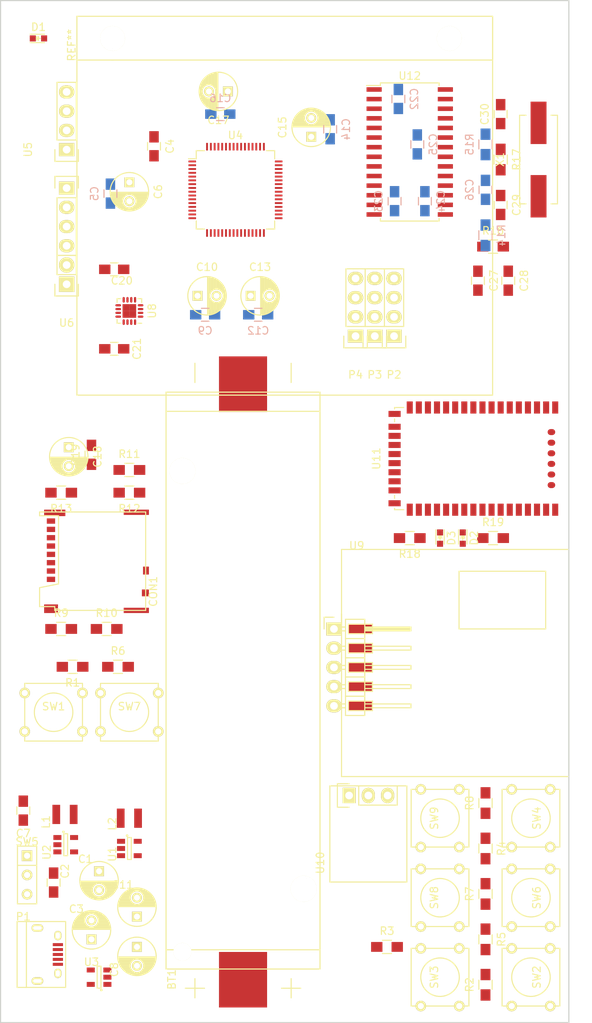
<source format=kicad_pcb>
(kicad_pcb (version 4) (host pcbnew 4.0.2-stable)

  (general
    (links 255)
    (no_connects 255)
    (area 36.924999 39.924999 112.075001 175.075001)
    (thickness 1.6)
    (drawings 4)
    (tracks 0)
    (zones 0)
    (modules 83)
    (nets 74)
  )

  (page A4)
  (title_block
    (title "SenseWalk2: Minimalistic version")
    (rev 1)
    (company "University of Central Florida\\nSenior Design G23\\nBenoit Brummer\\n\\n\\n")
  )

  (layers
    (0 F.Cu signal)
    (31 B.Cu signal)
    (32 B.Adhes user)
    (33 F.Adhes user)
    (34 B.Paste user)
    (35 F.Paste user)
    (36 B.SilkS user)
    (37 F.SilkS user)
    (38 B.Mask user)
    (39 F.Mask user)
    (40 Dwgs.User user)
    (41 Cmts.User user)
    (42 Eco1.User user)
    (43 Eco2.User user)
    (44 Edge.Cuts user)
    (45 Margin user)
    (46 B.CrtYd user)
    (47 F.CrtYd user)
    (48 B.Fab user)
    (49 F.Fab user)
  )

  (setup
    (last_trace_width 0.25)
    (user_trace_width 0.4)
    (user_trace_width 0.5)
    (user_trace_width 0.75)
    (user_trace_width 1)
    (user_trace_width 1.25)
    (user_trace_width 1.5)
    (user_trace_width 1.75)
    (trace_clearance 0.2)
    (zone_clearance 0.508)
    (zone_45_only yes)
    (trace_min 0.2)
    (segment_width 0.2)
    (edge_width 0.15)
    (via_size 0.6)
    (via_drill 0.4)
    (via_min_size 0.4)
    (via_min_drill 0.3)
    (uvia_size 0.3)
    (uvia_drill 0.1)
    (uvias_allowed no)
    (uvia_min_size 0.2)
    (uvia_min_drill 0.1)
    (pcb_text_width 0.3)
    (pcb_text_size 1.5 1.5)
    (mod_edge_width 0.15)
    (mod_text_size 1 1)
    (mod_text_width 0.15)
    (pad_size 1.524 1.524)
    (pad_drill 0.762)
    (pad_to_mask_clearance 0.2)
    (aux_axis_origin 0 0)
    (visible_elements FFFEFF7F)
    (pcbplotparams
      (layerselection 0x00030_80000001)
      (usegerberextensions false)
      (excludeedgelayer true)
      (linewidth 0.100000)
      (plotframeref false)
      (viasonmask false)
      (mode 1)
      (useauxorigin false)
      (hpglpennumber 1)
      (hpglpenspeed 20)
      (hpglpendiameter 15)
      (hpglpenoverlay 2)
      (psnegative false)
      (psa4output false)
      (plotreference true)
      (plotvalue true)
      (plotinvisibletext false)
      (padsonsilk false)
      (subtractmaskfromsilk false)
      (outputformat 1)
      (mirror false)
      (drillshape 1)
      (scaleselection 1)
      (outputdirectory pdf/))
  )

  (net 0 "")
  (net 1 "Net-(BT1-Pad1)")
  (net 2 GND)
  (net 3 +BATT)
  (net 4 +5V)
  (net 5 +3V3)
  (net 6 PD2_SD-CMD)
  (net 7 PC10_SD-D2)
  (net 8 PC11_SD-D3)
  (net 9 PC12_SD-CK)
  (net 10 PC8_SD-D0)
  (net 11 PC9_SD-D1)
  (net 12 PA15_SD-DET)
  (net 13 "Net-(L2-Pad1)")
  (net 14 /in5)
  (net 15 /in6)
  (net 16 /in7)
  (net 17 /in8)
  (net 18 /in1)
  (net 19 /in2)
  (net 20 /in3)
  (net 21 /in4)
  (net 22 PC13_dbg)
  (net 23 NRST)
  (net 24 PC0_MP3-SCL)
  (net 25 PC1_MP3-SDA)
  (net 26 PC2_MAG-MISO)
  (net 27 PA0_las)
  (net 28 PA1_las)
  (net 29 PA2_UART)
  (net 30 PA3_UART)
  (net 31 PA4_BTpcm-Sync)
  (net 32 PA5_MP3-SCK)
  (net 33 PA6_BT-RTS)
  (net 34 PA7_MP3-SDI)
  (net 35 PC4_BT-RX)
  (net 36 PC5_BT-TX)
  (net 37 PB1_BT-CTS)
  (net 38 PB2_BT-GP2)
  (net 39 PB10_MAG-SPC)
  (net 40 "Net-(D1-Pad2)")
  (net 41 PB12_MAG-INT)
  (net 42 PB13_MAG-TRIG)
  (net 43 PB14_MP3-RST)
  (net 44 PB15_MAG-MOSI)
  (net 45 PC6_MP3-DR)
  (net 46 PA9_GPS-RX)
  (net 47 PA13_dbg)
  (net 48 PA14_dbg)
  (net 49 PB3_BTpcm-CLK)
  (net 50 PB5_BTpcm-IN)
  (net 51 PB7_GPS-TX)
  (net 52 PB9_MAG-CS)
  (net 53 "Net-(P4-Pad4)")
  (net 54 "Net-(P4-Pad1)")
  (net 55 "Net-(P4-Pad2)")
  (net 56 "Net-(C26-Pad1)")
  (net 57 "Net-(C28-Pad1)")
  (net 58 "Net-(C29-Pad1)")
  (net 59 "Net-(C27-Pad1)")
  (net 60 "Net-(D2-Pad2)")
  (net 61 "Net-(D2-Pad1)")
  (net 62 "Net-(D3-Pad2)")
  (net 63 "Net-(D3-Pad1)")
  (net 64 "Net-(P3-Pad1)")
  (net 65 "Net-(P3-Pad2)")
  (net 66 "Net-(P3-Pad3)")
  (net 67 "Net-(P3-Pad4)")
  (net 68 "Net-(L1-Pad2)")
  (net 69 "Net-(C3-Pad2)")
  (net 70 "Net-(C26-Pad2)")
  (net 71 "Net-(C30-Pad1)")
  (net 72 PB0_mic)
  (net 73 PB11_BT-GP9)

  (net_class Default "This is the default net class."
    (clearance 0.2)
    (trace_width 0.25)
    (via_dia 0.6)
    (via_drill 0.4)
    (uvia_dia 0.3)
    (uvia_drill 0.1)
    (add_net +3V3)
    (add_net +5V)
    (add_net +BATT)
    (add_net /in1)
    (add_net /in2)
    (add_net /in3)
    (add_net /in4)
    (add_net /in5)
    (add_net /in6)
    (add_net /in7)
    (add_net /in8)
    (add_net GND)
    (add_net NRST)
    (add_net "Net-(BT1-Pad1)")
    (add_net "Net-(C26-Pad1)")
    (add_net "Net-(C26-Pad2)")
    (add_net "Net-(C27-Pad1)")
    (add_net "Net-(C28-Pad1)")
    (add_net "Net-(C29-Pad1)")
    (add_net "Net-(C3-Pad2)")
    (add_net "Net-(C30-Pad1)")
    (add_net "Net-(D1-Pad2)")
    (add_net "Net-(D2-Pad1)")
    (add_net "Net-(D2-Pad2)")
    (add_net "Net-(D3-Pad1)")
    (add_net "Net-(D3-Pad2)")
    (add_net "Net-(L1-Pad2)")
    (add_net "Net-(L2-Pad1)")
    (add_net "Net-(P3-Pad1)")
    (add_net "Net-(P3-Pad2)")
    (add_net "Net-(P3-Pad3)")
    (add_net "Net-(P3-Pad4)")
    (add_net "Net-(P4-Pad1)")
    (add_net "Net-(P4-Pad2)")
    (add_net "Net-(P4-Pad4)")
    (add_net PA0_las)
    (add_net PA13_dbg)
    (add_net PA14_dbg)
    (add_net PA15_SD-DET)
    (add_net PA1_las)
    (add_net PA2_UART)
    (add_net PA3_UART)
    (add_net PA4_BTpcm-Sync)
    (add_net PA5_MP3-SCK)
    (add_net PA6_BT-RTS)
    (add_net PA7_MP3-SDI)
    (add_net PA9_GPS-RX)
    (add_net PB0_mic)
    (add_net PB10_MAG-SPC)
    (add_net PB11_BT-GP9)
    (add_net PB12_MAG-INT)
    (add_net PB13_MAG-TRIG)
    (add_net PB14_MP3-RST)
    (add_net PB15_MAG-MOSI)
    (add_net PB1_BT-CTS)
    (add_net PB2_BT-GP2)
    (add_net PB3_BTpcm-CLK)
    (add_net PB5_BTpcm-IN)
    (add_net PB7_GPS-TX)
    (add_net PB9_MAG-CS)
    (add_net PC0_MP3-SCL)
    (add_net PC10_SD-D2)
    (add_net PC11_SD-D3)
    (add_net PC12_SD-CK)
    (add_net PC13_dbg)
    (add_net PC1_MP3-SDA)
    (add_net PC2_MAG-MISO)
    (add_net PC4_BT-RX)
    (add_net PC5_BT-TX)
    (add_net PC6_MP3-DR)
    (add_net PC8_SD-D0)
    (add_net PC9_SD-D1)
    (add_net PD2_SD-CMD)
  )

  (module Capacitors_ThroughHole:C_Radial_D5_L11_P2.5 (layer F.Cu) (tedit 56CBE4A7) (tstamp 56C95E4C)
    (at 50 155 270)
    (descr "Radial Electrolytic Capacitor Diameter 5mm x Length 11mm, Pitch 2.5mm")
    (tags "Electrolytic Capacitor")
    (path /56B9B3BD)
    (fp_text reference C1 (at -1.6 1.8 540) (layer F.SilkS)
      (effects (font (size 1 1) (thickness 0.15)))
    )
    (fp_text value 10uF (at 1.5 0 270) (layer F.Fab)
      (effects (font (size 1 1) (thickness 0.15)))
    )
    (fp_line (start 1.325 -2.499) (end 1.325 2.499) (layer F.SilkS) (width 0.15))
    (fp_line (start 1.465 -2.491) (end 1.465 2.491) (layer F.SilkS) (width 0.15))
    (fp_line (start 1.605 -2.475) (end 1.605 -0.095) (layer F.SilkS) (width 0.15))
    (fp_line (start 1.605 0.095) (end 1.605 2.475) (layer F.SilkS) (width 0.15))
    (fp_line (start 1.745 -2.451) (end 1.745 -0.49) (layer F.SilkS) (width 0.15))
    (fp_line (start 1.745 0.49) (end 1.745 2.451) (layer F.SilkS) (width 0.15))
    (fp_line (start 1.885 -2.418) (end 1.885 -0.657) (layer F.SilkS) (width 0.15))
    (fp_line (start 1.885 0.657) (end 1.885 2.418) (layer F.SilkS) (width 0.15))
    (fp_line (start 2.025 -2.377) (end 2.025 -0.764) (layer F.SilkS) (width 0.15))
    (fp_line (start 2.025 0.764) (end 2.025 2.377) (layer F.SilkS) (width 0.15))
    (fp_line (start 2.165 -2.327) (end 2.165 -0.835) (layer F.SilkS) (width 0.15))
    (fp_line (start 2.165 0.835) (end 2.165 2.327) (layer F.SilkS) (width 0.15))
    (fp_line (start 2.305 -2.266) (end 2.305 -0.879) (layer F.SilkS) (width 0.15))
    (fp_line (start 2.305 0.879) (end 2.305 2.266) (layer F.SilkS) (width 0.15))
    (fp_line (start 2.445 -2.196) (end 2.445 -0.898) (layer F.SilkS) (width 0.15))
    (fp_line (start 2.445 0.898) (end 2.445 2.196) (layer F.SilkS) (width 0.15))
    (fp_line (start 2.585 -2.114) (end 2.585 -0.896) (layer F.SilkS) (width 0.15))
    (fp_line (start 2.585 0.896) (end 2.585 2.114) (layer F.SilkS) (width 0.15))
    (fp_line (start 2.725 -2.019) (end 2.725 -0.871) (layer F.SilkS) (width 0.15))
    (fp_line (start 2.725 0.871) (end 2.725 2.019) (layer F.SilkS) (width 0.15))
    (fp_line (start 2.865 -1.908) (end 2.865 -0.823) (layer F.SilkS) (width 0.15))
    (fp_line (start 2.865 0.823) (end 2.865 1.908) (layer F.SilkS) (width 0.15))
    (fp_line (start 3.005 -1.78) (end 3.005 -0.745) (layer F.SilkS) (width 0.15))
    (fp_line (start 3.005 0.745) (end 3.005 1.78) (layer F.SilkS) (width 0.15))
    (fp_line (start 3.145 -1.631) (end 3.145 -0.628) (layer F.SilkS) (width 0.15))
    (fp_line (start 3.145 0.628) (end 3.145 1.631) (layer F.SilkS) (width 0.15))
    (fp_line (start 3.285 -1.452) (end 3.285 -0.44) (layer F.SilkS) (width 0.15))
    (fp_line (start 3.285 0.44) (end 3.285 1.452) (layer F.SilkS) (width 0.15))
    (fp_line (start 3.425 -1.233) (end 3.425 1.233) (layer F.SilkS) (width 0.15))
    (fp_line (start 3.565 -0.944) (end 3.565 0.944) (layer F.SilkS) (width 0.15))
    (fp_line (start 3.705 -0.472) (end 3.705 0.472) (layer F.SilkS) (width 0.15))
    (fp_circle (center 2.5 0) (end 2.5 -0.9) (layer F.SilkS) (width 0.15))
    (fp_circle (center 1.25 0) (end 1.25 -2.5375) (layer F.SilkS) (width 0.15))
    (fp_circle (center 1.25 0) (end 1.25 -2.8) (layer F.CrtYd) (width 0.05))
    (pad 1 thru_hole rect (at 0 0 270) (size 1.3 1.3) (drill 0.8) (layers *.Cu *.Mask F.SilkS)
      (net 3 +BATT))
    (pad 2 thru_hole circle (at 2.5 0 270) (size 1.3 1.3) (drill 0.8) (layers *.Cu *.Mask F.SilkS)
      (net 2 GND))
    (model Capacitors_ThroughHole.3dshapes/C_Radial_D5_L11_P2.5.wrl
      (at (xyz 0.049213 0 0))
      (scale (xyz 1 1 1))
      (rotate (xyz 0 0 90))
    )
  )

  (module con-trougnouf:MicroSD (layer F.Cu) (tedit 56CD09D4) (tstamp 56C96B0E)
    (at 43.65 112.05 90)
    (path /56C194C9)
    (fp_text reference CON1 (at -6 13.5 90) (layer F.SilkS)
      (effects (font (size 1 1) (thickness 0.15)))
    )
    (fp_text value uSD_Card (at 1 13.5 90) (layer F.Fab)
      (effects (font (size 1 1) (thickness 0.15)))
    )
    (fp_line (start -8 -0.5) (end -8 -1.5) (layer F.SilkS) (width 0.15))
    (fp_line (start -8 -1.5) (end -5.5 -1.5) (layer F.SilkS) (width 0.15))
    (fp_line (start -5.5 -1.5) (end -5 1) (layer F.SilkS) (width 0.15))
    (fp_line (start -5 1) (end 4 1) (layer F.SilkS) (width 0.15))
    (fp_line (start 4 1) (end 4 -1.5) (layer F.SilkS) (width 0.15))
    (fp_line (start 4 -1.5) (end 4.5 -1.5) (layer F.SilkS) (width 0.15))
    (fp_line (start 4.5 -1.5) (end 4.5 12.5) (layer F.SilkS) (width 0.15))
    (fp_line (start 4.5 12.5) (end -8.5 12.5) (layer F.SilkS) (width 0.15))
    (fp_line (start -8.5 12.5) (end -8.5 0.5) (layer F.SilkS) (width 0.15))
    (fp_line (start -8.5 0.5) (end -8 0.5) (layer F.SilkS) (width 0.15))
    (fp_line (start -8 0.5) (end -8 -0.5) (layer F.SilkS) (width 0.15))
    (pad 6 smd rect (at -2.2 0 90) (size 0.7 1.1) (layers F.Cu F.Paste F.Mask)
      (net 2 GND))
    (pad 3 smd rect (at 1.1 0 90) (size 0.7 1.1) (layers F.Cu F.Paste F.Mask)
      (net 6 PD2_SD-CMD))
    (pad ~ smd rect (at 4.38 0.5 90) (size 0.86 2.8) (layers F.Cu F.Paste F.Mask))
    (pad 1 smd rect (at 3.3 0 90) (size 0.7 1.1) (layers F.Cu F.Paste F.Mask)
      (net 7 PC10_SD-D2))
    (pad 2 smd rect (at 2.2 0 90) (size 0.7 1.1) (layers F.Cu F.Paste F.Mask)
      (net 8 PC11_SD-D3))
    (pad 4 smd rect (at 0 0 90) (size 0.7 1.1) (layers F.Cu F.Paste F.Mask)
      (net 5 +3V3))
    (pad 5 smd rect (at -1.1 0 90) (size 0.7 1.1) (layers F.Cu F.Paste F.Mask)
      (net 9 PC12_SD-CK))
    (pad 7 smd rect (at -3.3 0 90) (size 0.7 1.1) (layers F.Cu F.Paste F.Mask)
      (net 10 PC8_SD-D0))
    (pad 8 smd rect (at -4.4 0 90) (size 0.7 1.1) (layers F.Cu F.Paste F.Mask)
      (net 11 PC9_SD-D1))
    (pad ~ smd rect (at -8.28 0.015 90) (size 1.14 1.83) (layers F.Cu F.Paste F.Mask))
    (pad ~ smd rect (at -8.5 11.265 90) (size 0.7 3.33) (layers F.Cu F.Paste F.Mask))
    (pad 6 smd rect (at -6.19 12.465 90) (size 0.9 0.93) (layers F.Cu F.Paste F.Mask)
      (net 2 GND))
    (pad 9 smd rect (at -3.24 12.54 90) (size 1.05 0.78) (layers F.Cu F.Paste F.Mask)
      (net 12 PA15_SD-DET))
    (pad ~ smd rect (at 4.46 11.265 90) (size 0.7 3.33) (layers F.Cu F.Paste F.Mask))
  )

  (module BT:RN-52 (layer F.Cu) (tedit 55A59B3F) (tstamp 56C96415)
    (at 102 100.5 270)
    (path /56BFE3AB)
    (fp_text reference U11 (at 0 15.4 270) (layer F.SilkS)
      (effects (font (size 1 1) (thickness 0.15)))
    )
    (fp_text value RN-52 (at 0 0 270) (layer F.Fab)
      (effects (font (size 1 1) (thickness 0.15)))
    )
    (fp_line (start 4.85 13) (end 5.25 13) (layer F.SilkS) (width 0.15))
    (fp_line (start -5.25 13) (end -4.85 13) (layer F.SilkS) (width 0.15))
    (fp_line (start -6.75 -13) (end -6.75 -8.4) (layer B.CrtYd) (width 0.15))
    (fp_line (start -6.75 -8.4) (end 6.75 -8.4) (layer B.CrtYd) (width 0.15))
    (fp_line (start 6.75 -8.4) (end 6.75 -13) (layer B.CrtYd) (width 0.15))
    (fp_line (start 6.75 -13) (end -6.75 -13) (layer B.CrtYd) (width 0.15))
    (fp_line (start -6.75 -9) (end -7.75 -9) (layer F.CrtYd) (width 0.15))
    (fp_line (start -7.75 -9) (end -7.75 14) (layer F.CrtYd) (width 0.15))
    (fp_line (start -7.75 14) (end 8.05 14) (layer F.CrtYd) (width 0.15))
    (fp_line (start 8.05 14) (end 8.05 -9) (layer F.CrtYd) (width 0.15))
    (fp_line (start 8.05 -9) (end 6.75 -9) (layer F.CrtYd) (width 0.15))
    (fp_line (start -6.75 -9) (end -6.75 -13) (layer F.CrtYd) (width 0.15))
    (fp_line (start -6.75 -13) (end 6.75 -13) (layer F.CrtYd) (width 0.15))
    (fp_line (start 6.75 -13) (end 6.75 -9) (layer F.CrtYd) (width 0.15))
    (fp_line (start 6.75 13) (end 6.55 13) (layer F.SilkS) (width 0.15))
    (fp_line (start 6.75 11.8) (end 6.75 13) (layer F.SilkS) (width 0.15))
    (fp_line (start -6.75 11.8) (end -6.75 13) (layer F.SilkS) (width 0.15))
    (fp_line (start -6.75 13) (end -6.55 13) (layer F.SilkS) (width 0.15))
    (fp_text user "GND Edge" (at 0 -9.5 270) (layer F.Fab)
      (effects (font (size 1 1) (thickness 0.15)))
    )
    (fp_line (start -6.75 -8.4) (end 6.75 -8.4) (layer F.Fab) (width 0.15))
    (pad 28 smd rect (at 6.75 11 270) (size 1.6 0.8) (layers F.Cu F.Paste F.Mask))
    (pad 27 smd rect (at 5.9 13 270) (size 0.8 1.6) (layers F.Cu F.Paste F.Mask)
      (net 2 GND))
    (pad 19 smd rect (at -4.2 13 270) (size 0.8 1.6) (layers F.Cu F.Paste F.Mask))
    (pad 1 smd rect (at -6.75 -8.2 270) (size 1.6 0.8) (layers F.Cu F.Paste F.Mask)
      (net 2 GND))
    (pad 2 smd rect (at -6.75 -7 270) (size 1.6 0.8) (layers F.Cu F.Paste F.Mask)
      (net 38 PB2_BT-GP2))
    (pad 3 smd rect (at -6.75 -5.8 270) (size 1.6 0.8) (layers F.Cu F.Paste F.Mask))
    (pad 4 smd rect (at -6.75 -4.6 270) (size 1.6 0.8) (layers F.Cu F.Paste F.Mask))
    (pad 5 smd rect (at -6.75 -3.4 270) (size 1.6 0.8) (layers F.Cu F.Paste F.Mask))
    (pad 6 smd rect (at -6.75 -2.2 270) (size 1.6 0.8) (layers F.Cu F.Paste F.Mask))
    (pad 7 smd rect (at -6.75 -1 270) (size 1.6 0.8) (layers F.Cu F.Paste F.Mask))
    (pad 8 smd rect (at -6.75 0.2 270) (size 1.6 0.8) (layers F.Cu F.Paste F.Mask))
    (pad 9 smd rect (at -6.75 1.4 270) (size 1.6 0.8) (layers F.Cu F.Paste F.Mask))
    (pad 10 smd rect (at -6.75 2.6 270) (size 1.6 0.8) (layers F.Cu F.Paste F.Mask))
    (pad 11 smd rect (at -6.75 3.8 270) (size 1.6 0.8) (layers F.Cu F.Paste F.Mask)
      (net 73 PB11_BT-GP9))
    (pad 12 smd rect (at -6.75 5 270) (size 1.6 0.8) (layers F.Cu F.Paste F.Mask))
    (pad 13 smd rect (at -6.75 6.2 270) (size 1.6 0.8) (layers F.Cu F.Paste F.Mask))
    (pad 14 smd rect (at -6.75 7.4 270) (size 1.6 0.8) (layers F.Cu F.Paste F.Mask)
      (net 33 PA6_BT-RTS))
    (pad 15 smd rect (at -6.75 8.6 270) (size 1.6 0.8) (layers F.Cu F.Paste F.Mask)
      (net 37 PB1_BT-CTS))
    (pad 16 smd rect (at -6.75 9.8 270) (size 1.6 0.8) (layers F.Cu F.Paste F.Mask)
      (net 36 PC5_BT-TX))
    (pad 17 smd rect (at -6.75 11 270) (size 1.6 0.8) (layers F.Cu F.Paste F.Mask)
      (net 35 PC4_BT-RX))
    (pad 18 smd rect (at -5.9 13 270) (size 0.8 1.6) (layers F.Cu F.Paste F.Mask)
      (net 2 GND))
    (pad 20 smd rect (at -3 13 270) (size 0.8 1.6) (layers F.Cu F.Paste F.Mask))
    (pad 21 smd rect (at -1.8 13 270) (size 0.8 1.6) (layers F.Cu F.Paste F.Mask)
      (net 5 +3V3))
    (pad 22 smd rect (at -0.6 13 270) (size 0.8 1.6) (layers F.Cu F.Paste F.Mask)
      (net 5 +3V3))
    (pad 23 smd rect (at 0.6 13 270) (size 0.8 1.6) (layers F.Cu F.Paste F.Mask)
      (net 67 "Net-(P3-Pad4)"))
    (pad 24 smd rect (at 1.8 13 270) (size 0.8 1.6) (layers F.Cu F.Paste F.Mask)
      (net 66 "Net-(P3-Pad3)"))
    (pad 25 smd rect (at 3 13 270) (size 0.8 1.6) (layers F.Cu F.Paste F.Mask)
      (net 65 "Net-(P3-Pad2)"))
    (pad 26 smd rect (at 4.2 13 270) (size 0.8 1.6) (layers F.Cu F.Paste F.Mask)
      (net 64 "Net-(P3-Pad1)"))
    (pad 29 smd rect (at 6.75 9.8 270) (size 1.6 0.8) (layers F.Cu F.Paste F.Mask))
    (pad 30 smd rect (at 6.75 8.6 270) (size 1.6 0.8) (layers F.Cu F.Paste F.Mask))
    (pad 31 smd rect (at 6.75 7.4 270) (size 1.6 0.8) (layers F.Cu F.Paste F.Mask))
    (pad 32 smd rect (at 6.75 6.2 270) (size 1.6 0.8) (layers F.Cu F.Paste F.Mask)
      (net 63 "Net-(D3-Pad1)"))
    (pad 33 smd rect (at 6.75 5 270) (size 1.6 0.8) (layers F.Cu F.Paste F.Mask)
      (net 61 "Net-(D2-Pad1)"))
    (pad 34 smd rect (at 6.75 3.8 270) (size 1.6 0.8) (layers F.Cu F.Paste F.Mask))
    (pad 35 smd rect (at 6.75 2.6 270) (size 1.6 0.8) (layers F.Cu F.Paste F.Mask))
    (pad 36 smd rect (at 6.75 1.4 270) (size 1.6 0.8) (layers F.Cu F.Paste F.Mask))
    (pad 37 smd rect (at 6.75 0.2 270) (size 1.6 0.8) (layers F.Cu F.Paste F.Mask))
    (pad 38 smd rect (at 6.75 -1 270) (size 1.6 0.8) (layers F.Cu F.Paste F.Mask))
    (pad 39 smd rect (at 6.75 -2.2 270) (size 1.6 0.8) (layers F.Cu F.Paste F.Mask)
      (net 2 GND))
    (pad 40 smd rect (at 6.75 -3.4 270) (size 1.6 0.8) (layers F.Cu F.Paste F.Mask))
    (pad 41 smd rect (at 6.75 -4.6 270) (size 1.6 0.8) (layers F.Cu F.Paste F.Mask))
    (pad 42 smd rect (at 6.75 -5.8 270) (size 1.6 0.8) (layers F.Cu F.Paste F.Mask))
    (pad 43 smd rect (at 6.75 -7 270) (size 1.6 0.8) (layers F.Cu F.Paste F.Mask))
    (pad 44 smd rect (at 6.75 -8.2 270) (size 1.6 0.8) (layers F.Cu F.Paste F.Mask)
      (net 2 GND))
    (pad 45 smd oval (at 3.5 -7.7 270) (size 0.8 1) (layers F.Cu F.Paste F.Mask)
      (net 2 GND))
    (pad 46 smd oval (at 2.1 -7.7 270) (size 0.8 1) (layers F.Cu F.Paste F.Mask)
      (net 2 GND))
    (pad 47 smd oval (at 0.7 -7.7 270) (size 0.8 1) (layers F.Cu F.Paste F.Mask)
      (net 2 GND))
    (pad 48 smd oval (at -0.7 -7.7 270) (size 0.8 1) (layers F.Cu F.Paste F.Mask)
      (net 2 GND))
    (pad 49 smd oval (at -2.1 -7.7 270) (size 0.8 1) (layers F.Cu F.Paste F.Mask)
      (net 2 GND))
    (pad 50 smd oval (at -3.5 -7.7 270) (size 0.8 1) (layers F.Cu F.Paste F.Mask)
      (net 2 GND))
  )

  (module con-trougnouf:18650BatteryHolder (layer F.Cu) (tedit 56CBE491) (tstamp 56C95E46)
    (at 69 173 270)
    (descr http://keyelco.com/product-pdf.cfm?p=13957)
    (tags " Keystone Electronics 1042P")
    (path /56B971E8)
    (fp_text reference BT1 (at -3.7 9.4 270) (layer F.SilkS)
      (effects (font (size 1 1) (thickness 0.15)))
    )
    (fp_text value Battery (at -29 0 270) (layer F.Fab)
      (effects (font (size 1 1) (thickness 0.15)))
    )
    (fp_line (start -2.54 5.08) (end -2.54 7.62) (layer F.SilkS) (width 0.15))
    (fp_line (start -3.81 6.35) (end -1.27 6.35) (layer F.SilkS) (width 0.15))
    (fp_line (start -2.54 -7.62) (end -2.54 -5.08) (layer F.SilkS) (width 0.15))
    (fp_line (start -3.81 -6.35) (end -1.27 -6.35) (layer F.SilkS) (width 0.15))
    (fp_line (start -85.09 6.35) (end -82.55 6.35) (layer F.SilkS) (width 0.15))
    (fp_line (start -82.55 -6.35) (end -85.09 -6.35) (layer F.SilkS) (width 0.15))
    (fp_line (start -78.74 -10.16) (end -81.28 -10.16) (layer F.SilkS) (width 0.15))
    (fp_line (start -81.28 -10.16) (end -81.28 10.16) (layer F.SilkS) (width 0.15))
    (fp_line (start -81.28 10.16) (end -78.74 10.16) (layer F.SilkS) (width 0.15))
    (fp_line (start -7.62 10.16) (end -6.35 10.16) (layer F.SilkS) (width 0.15))
    (fp_line (start -6.35 10.16) (end -5.08 10.16) (layer F.SilkS) (width 0.15))
    (fp_line (start -5.08 10.16) (end -5.08 -10.16) (layer F.SilkS) (width 0.15))
    (fp_line (start -5.08 -10.16) (end -7.62 -10.16) (layer F.SilkS) (width 0.15))
    (fp_line (start -7.62 -10.16) (end -7.62 10.16) (layer F.SilkS) (width 0.15))
    (fp_line (start -7.62 10.16) (end -78.74 10.16) (layer F.SilkS) (width 0.15))
    (fp_line (start -78.74 10.16) (end -78.74 -10.16) (layer F.SilkS) (width 0.15))
    (fp_line (start -78.74 -10.16) (end -7.62 -10.16) (layer F.SilkS) (width 0.15))
    (pad "" np_thru_hole oval (at -70.87 8 270) (size 3.45 3.45) (drill 3.45) (layers *.Cu *.Mask F.SilkS))
    (pad 1 smd rect (at -3.67 0 270) (size 7.34 6.35) (layers F.Cu F.Paste F.Mask)
      (net 1 "Net-(BT1-Pad1)"))
    (pad 2 smd rect (at -82.33 0 270) (size 7.34 6.35) (layers F.Cu F.Paste F.Mask)
      (net 2 GND))
    (pad "" np_thru_hole oval (at -7.34 8 270) (size 2.39 2.39) (drill 2.39) (layers *.Cu *.Mask F.SilkS))
    (pad "" np_thru_hole oval (at -15.67 -8 270) (size 3.45 3.45) (drill 3.45) (layers *.Cu *.Mask F.SilkS))
  )

  (module Capacitors_ThroughHole:C_Radial_D5_L11_P2.5 (layer F.Cu) (tedit 56CA7DDC) (tstamp 56C95E58)
    (at 49 164 90)
    (descr "Radial Electrolytic Capacitor Diameter 5mm x Length 11mm, Pitch 2.5mm")
    (tags "Electrolytic Capacitor")
    (path /56B99A60)
    (fp_text reference C3 (at 4 -2 180) (layer F.SilkS)
      (effects (font (size 1 1) (thickness 0.15)))
    )
    (fp_text value 1uF (at 1 0 180) (layer F.Fab)
      (effects (font (size 1 1) (thickness 0.15)))
    )
    (fp_line (start 1.325 -2.499) (end 1.325 2.499) (layer F.SilkS) (width 0.15))
    (fp_line (start 1.465 -2.491) (end 1.465 2.491) (layer F.SilkS) (width 0.15))
    (fp_line (start 1.605 -2.475) (end 1.605 -0.095) (layer F.SilkS) (width 0.15))
    (fp_line (start 1.605 0.095) (end 1.605 2.475) (layer F.SilkS) (width 0.15))
    (fp_line (start 1.745 -2.451) (end 1.745 -0.49) (layer F.SilkS) (width 0.15))
    (fp_line (start 1.745 0.49) (end 1.745 2.451) (layer F.SilkS) (width 0.15))
    (fp_line (start 1.885 -2.418) (end 1.885 -0.657) (layer F.SilkS) (width 0.15))
    (fp_line (start 1.885 0.657) (end 1.885 2.418) (layer F.SilkS) (width 0.15))
    (fp_line (start 2.025 -2.377) (end 2.025 -0.764) (layer F.SilkS) (width 0.15))
    (fp_line (start 2.025 0.764) (end 2.025 2.377) (layer F.SilkS) (width 0.15))
    (fp_line (start 2.165 -2.327) (end 2.165 -0.835) (layer F.SilkS) (width 0.15))
    (fp_line (start 2.165 0.835) (end 2.165 2.327) (layer F.SilkS) (width 0.15))
    (fp_line (start 2.305 -2.266) (end 2.305 -0.879) (layer F.SilkS) (width 0.15))
    (fp_line (start 2.305 0.879) (end 2.305 2.266) (layer F.SilkS) (width 0.15))
    (fp_line (start 2.445 -2.196) (end 2.445 -0.898) (layer F.SilkS) (width 0.15))
    (fp_line (start 2.445 0.898) (end 2.445 2.196) (layer F.SilkS) (width 0.15))
    (fp_line (start 2.585 -2.114) (end 2.585 -0.896) (layer F.SilkS) (width 0.15))
    (fp_line (start 2.585 0.896) (end 2.585 2.114) (layer F.SilkS) (width 0.15))
    (fp_line (start 2.725 -2.019) (end 2.725 -0.871) (layer F.SilkS) (width 0.15))
    (fp_line (start 2.725 0.871) (end 2.725 2.019) (layer F.SilkS) (width 0.15))
    (fp_line (start 2.865 -1.908) (end 2.865 -0.823) (layer F.SilkS) (width 0.15))
    (fp_line (start 2.865 0.823) (end 2.865 1.908) (layer F.SilkS) (width 0.15))
    (fp_line (start 3.005 -1.78) (end 3.005 -0.745) (layer F.SilkS) (width 0.15))
    (fp_line (start 3.005 0.745) (end 3.005 1.78) (layer F.SilkS) (width 0.15))
    (fp_line (start 3.145 -1.631) (end 3.145 -0.628) (layer F.SilkS) (width 0.15))
    (fp_line (start 3.145 0.628) (end 3.145 1.631) (layer F.SilkS) (width 0.15))
    (fp_line (start 3.285 -1.452) (end 3.285 -0.44) (layer F.SilkS) (width 0.15))
    (fp_line (start 3.285 0.44) (end 3.285 1.452) (layer F.SilkS) (width 0.15))
    (fp_line (start 3.425 -1.233) (end 3.425 1.233) (layer F.SilkS) (width 0.15))
    (fp_line (start 3.565 -0.944) (end 3.565 0.944) (layer F.SilkS) (width 0.15))
    (fp_line (start 3.705 -0.472) (end 3.705 0.472) (layer F.SilkS) (width 0.15))
    (fp_circle (center 2.5 0) (end 2.5 -0.9) (layer F.SilkS) (width 0.15))
    (fp_circle (center 1.25 0) (end 1.25 -2.5375) (layer F.SilkS) (width 0.15))
    (fp_circle (center 1.25 0) (end 1.25 -2.8) (layer F.CrtYd) (width 0.05))
    (pad 1 thru_hole rect (at 0 0 90) (size 1.3 1.3) (drill 0.8) (layers *.Cu *.Mask F.SilkS)
      (net 2 GND))
    (pad 2 thru_hole circle (at 2.5 0 90) (size 1.3 1.3) (drill 0.8) (layers *.Cu *.Mask F.SilkS)
      (net 69 "Net-(C3-Pad2)"))
    (model Capacitors_ThroughHole.3dshapes/C_Radial_D5_L11_P2.5.wrl
      (at (xyz 0.049213 0 0))
      (scale (xyz 1 1 1))
      (rotate (xyz 0 0 90))
    )
  )

  (module Capacitors_SMD:C_0805_HandSoldering (layer F.Cu) (tedit 541A9B8D) (tstamp 56C95E5E)
    (at 57.25 59.25 270)
    (descr "Capacitor SMD 0805, hand soldering")
    (tags "capacitor 0805")
    (path /56C98142)
    (attr smd)
    (fp_text reference C4 (at 0 -2.1 270) (layer F.SilkS)
      (effects (font (size 1 1) (thickness 0.15)))
    )
    (fp_text value 0.1uF (at 0 2.1 270) (layer F.Fab)
      (effects (font (size 1 1) (thickness 0.15)))
    )
    (fp_line (start -2.3 -1) (end 2.3 -1) (layer F.CrtYd) (width 0.05))
    (fp_line (start -2.3 1) (end 2.3 1) (layer F.CrtYd) (width 0.05))
    (fp_line (start -2.3 -1) (end -2.3 1) (layer F.CrtYd) (width 0.05))
    (fp_line (start 2.3 -1) (end 2.3 1) (layer F.CrtYd) (width 0.05))
    (fp_line (start 0.5 -0.85) (end -0.5 -0.85) (layer F.SilkS) (width 0.15))
    (fp_line (start -0.5 0.85) (end 0.5 0.85) (layer F.SilkS) (width 0.15))
    (pad 1 smd rect (at -1.25 0 270) (size 1.5 1.25) (layers F.Cu F.Paste F.Mask)
      (net 2 GND))
    (pad 2 smd rect (at 1.25 0 270) (size 1.5 1.25) (layers F.Cu F.Paste F.Mask)
      (net 5 +3V3))
    (model Capacitors_SMD.3dshapes/C_0805_HandSoldering.wrl
      (at (xyz 0 0 0))
      (scale (xyz 1 1 1))
      (rotate (xyz 0 0 0))
    )
  )

  (module Capacitors_ThroughHole:C_Radial_D5_L11_P2.5 (layer F.Cu) (tedit 0) (tstamp 56C95E6A)
    (at 54 64 270)
    (descr "Radial Electrolytic Capacitor Diameter 5mm x Length 11mm, Pitch 2.5mm")
    (tags "Electrolytic Capacitor")
    (path /56CA080D)
    (fp_text reference C6 (at 1.25 -3.8 270) (layer F.SilkS)
      (effects (font (size 1 1) (thickness 0.15)))
    )
    (fp_text value 4.7uF (at 1.25 3.8 270) (layer F.Fab)
      (effects (font (size 1 1) (thickness 0.15)))
    )
    (fp_line (start 1.325 -2.499) (end 1.325 2.499) (layer F.SilkS) (width 0.15))
    (fp_line (start 1.465 -2.491) (end 1.465 2.491) (layer F.SilkS) (width 0.15))
    (fp_line (start 1.605 -2.475) (end 1.605 -0.095) (layer F.SilkS) (width 0.15))
    (fp_line (start 1.605 0.095) (end 1.605 2.475) (layer F.SilkS) (width 0.15))
    (fp_line (start 1.745 -2.451) (end 1.745 -0.49) (layer F.SilkS) (width 0.15))
    (fp_line (start 1.745 0.49) (end 1.745 2.451) (layer F.SilkS) (width 0.15))
    (fp_line (start 1.885 -2.418) (end 1.885 -0.657) (layer F.SilkS) (width 0.15))
    (fp_line (start 1.885 0.657) (end 1.885 2.418) (layer F.SilkS) (width 0.15))
    (fp_line (start 2.025 -2.377) (end 2.025 -0.764) (layer F.SilkS) (width 0.15))
    (fp_line (start 2.025 0.764) (end 2.025 2.377) (layer F.SilkS) (width 0.15))
    (fp_line (start 2.165 -2.327) (end 2.165 -0.835) (layer F.SilkS) (width 0.15))
    (fp_line (start 2.165 0.835) (end 2.165 2.327) (layer F.SilkS) (width 0.15))
    (fp_line (start 2.305 -2.266) (end 2.305 -0.879) (layer F.SilkS) (width 0.15))
    (fp_line (start 2.305 0.879) (end 2.305 2.266) (layer F.SilkS) (width 0.15))
    (fp_line (start 2.445 -2.196) (end 2.445 -0.898) (layer F.SilkS) (width 0.15))
    (fp_line (start 2.445 0.898) (end 2.445 2.196) (layer F.SilkS) (width 0.15))
    (fp_line (start 2.585 -2.114) (end 2.585 -0.896) (layer F.SilkS) (width 0.15))
    (fp_line (start 2.585 0.896) (end 2.585 2.114) (layer F.SilkS) (width 0.15))
    (fp_line (start 2.725 -2.019) (end 2.725 -0.871) (layer F.SilkS) (width 0.15))
    (fp_line (start 2.725 0.871) (end 2.725 2.019) (layer F.SilkS) (width 0.15))
    (fp_line (start 2.865 -1.908) (end 2.865 -0.823) (layer F.SilkS) (width 0.15))
    (fp_line (start 2.865 0.823) (end 2.865 1.908) (layer F.SilkS) (width 0.15))
    (fp_line (start 3.005 -1.78) (end 3.005 -0.745) (layer F.SilkS) (width 0.15))
    (fp_line (start 3.005 0.745) (end 3.005 1.78) (layer F.SilkS) (width 0.15))
    (fp_line (start 3.145 -1.631) (end 3.145 -0.628) (layer F.SilkS) (width 0.15))
    (fp_line (start 3.145 0.628) (end 3.145 1.631) (layer F.SilkS) (width 0.15))
    (fp_line (start 3.285 -1.452) (end 3.285 -0.44) (layer F.SilkS) (width 0.15))
    (fp_line (start 3.285 0.44) (end 3.285 1.452) (layer F.SilkS) (width 0.15))
    (fp_line (start 3.425 -1.233) (end 3.425 1.233) (layer F.SilkS) (width 0.15))
    (fp_line (start 3.565 -0.944) (end 3.565 0.944) (layer F.SilkS) (width 0.15))
    (fp_line (start 3.705 -0.472) (end 3.705 0.472) (layer F.SilkS) (width 0.15))
    (fp_circle (center 2.5 0) (end 2.5 -0.9) (layer F.SilkS) (width 0.15))
    (fp_circle (center 1.25 0) (end 1.25 -2.5375) (layer F.SilkS) (width 0.15))
    (fp_circle (center 1.25 0) (end 1.25 -2.8) (layer F.CrtYd) (width 0.05))
    (pad 1 thru_hole rect (at 0 0 270) (size 1.3 1.3) (drill 0.8) (layers *.Cu *.Mask F.SilkS)
      (net 2 GND))
    (pad 2 thru_hole circle (at 2.5 0 270) (size 1.3 1.3) (drill 0.8) (layers *.Cu *.Mask F.SilkS)
      (net 5 +3V3))
    (model Capacitors_ThroughHole.3dshapes/C_Radial_D5_L11_P2.5.wrl
      (at (xyz 0.049213 0 0))
      (scale (xyz 1 1 1))
      (rotate (xyz 0 0 90))
    )
  )

  (module Capacitors_SMD:C_0805_HandSoldering (layer F.Cu) (tedit 56CA7D73) (tstamp 56C95E70)
    (at 40 147 270)
    (descr "Capacitor SMD 0805, hand soldering")
    (tags "capacitor 0805")
    (path /56D339A8)
    (attr smd)
    (fp_text reference C7 (at 3 0 360) (layer F.SilkS)
      (effects (font (size 1 1) (thickness 0.15)))
    )
    (fp_text value 10uF (at -0.5 0 270) (layer F.Fab)
      (effects (font (size 1 1) (thickness 0.15)))
    )
    (fp_line (start -2.3 -1) (end 2.3 -1) (layer F.CrtYd) (width 0.05))
    (fp_line (start -2.3 1) (end 2.3 1) (layer F.CrtYd) (width 0.05))
    (fp_line (start -2.3 -1) (end -2.3 1) (layer F.CrtYd) (width 0.05))
    (fp_line (start 2.3 -1) (end 2.3 1) (layer F.CrtYd) (width 0.05))
    (fp_line (start 0.5 -0.85) (end -0.5 -0.85) (layer F.SilkS) (width 0.15))
    (fp_line (start -0.5 0.85) (end 0.5 0.85) (layer F.SilkS) (width 0.15))
    (pad 1 smd rect (at -1.25 0 270) (size 1.5 1.25) (layers F.Cu F.Paste F.Mask)
      (net 4 +5V))
    (pad 2 smd rect (at 1.25 0 270) (size 1.5 1.25) (layers F.Cu F.Paste F.Mask)
      (net 2 GND))
    (model Capacitors_SMD.3dshapes/C_0805_HandSoldering.wrl
      (at (xyz 0 0 0))
      (scale (xyz 1 1 1))
      (rotate (xyz 0 0 0))
    )
  )

  (module Capacitors_ThroughHole:C_Radial_D5_L11_P2.5 (layer F.Cu) (tedit 56CA7DD3) (tstamp 56C95E76)
    (at 55 165 270)
    (descr "Radial Electrolytic Capacitor Diameter 5mm x Length 11mm, Pitch 2.5mm")
    (tags "Electrolytic Capacitor")
    (path /56B9A3C3)
    (fp_text reference C8 (at 3 3 270) (layer F.SilkS)
      (effects (font (size 1 1) (thickness 0.15)))
    )
    (fp_text value 1uF (at 1 0 270) (layer F.Fab)
      (effects (font (size 1 1) (thickness 0.15)))
    )
    (fp_line (start 1.325 -2.499) (end 1.325 2.499) (layer F.SilkS) (width 0.15))
    (fp_line (start 1.465 -2.491) (end 1.465 2.491) (layer F.SilkS) (width 0.15))
    (fp_line (start 1.605 -2.475) (end 1.605 -0.095) (layer F.SilkS) (width 0.15))
    (fp_line (start 1.605 0.095) (end 1.605 2.475) (layer F.SilkS) (width 0.15))
    (fp_line (start 1.745 -2.451) (end 1.745 -0.49) (layer F.SilkS) (width 0.15))
    (fp_line (start 1.745 0.49) (end 1.745 2.451) (layer F.SilkS) (width 0.15))
    (fp_line (start 1.885 -2.418) (end 1.885 -0.657) (layer F.SilkS) (width 0.15))
    (fp_line (start 1.885 0.657) (end 1.885 2.418) (layer F.SilkS) (width 0.15))
    (fp_line (start 2.025 -2.377) (end 2.025 -0.764) (layer F.SilkS) (width 0.15))
    (fp_line (start 2.025 0.764) (end 2.025 2.377) (layer F.SilkS) (width 0.15))
    (fp_line (start 2.165 -2.327) (end 2.165 -0.835) (layer F.SilkS) (width 0.15))
    (fp_line (start 2.165 0.835) (end 2.165 2.327) (layer F.SilkS) (width 0.15))
    (fp_line (start 2.305 -2.266) (end 2.305 -0.879) (layer F.SilkS) (width 0.15))
    (fp_line (start 2.305 0.879) (end 2.305 2.266) (layer F.SilkS) (width 0.15))
    (fp_line (start 2.445 -2.196) (end 2.445 -0.898) (layer F.SilkS) (width 0.15))
    (fp_line (start 2.445 0.898) (end 2.445 2.196) (layer F.SilkS) (width 0.15))
    (fp_line (start 2.585 -2.114) (end 2.585 -0.896) (layer F.SilkS) (width 0.15))
    (fp_line (start 2.585 0.896) (end 2.585 2.114) (layer F.SilkS) (width 0.15))
    (fp_line (start 2.725 -2.019) (end 2.725 -0.871) (layer F.SilkS) (width 0.15))
    (fp_line (start 2.725 0.871) (end 2.725 2.019) (layer F.SilkS) (width 0.15))
    (fp_line (start 2.865 -1.908) (end 2.865 -0.823) (layer F.SilkS) (width 0.15))
    (fp_line (start 2.865 0.823) (end 2.865 1.908) (layer F.SilkS) (width 0.15))
    (fp_line (start 3.005 -1.78) (end 3.005 -0.745) (layer F.SilkS) (width 0.15))
    (fp_line (start 3.005 0.745) (end 3.005 1.78) (layer F.SilkS) (width 0.15))
    (fp_line (start 3.145 -1.631) (end 3.145 -0.628) (layer F.SilkS) (width 0.15))
    (fp_line (start 3.145 0.628) (end 3.145 1.631) (layer F.SilkS) (width 0.15))
    (fp_line (start 3.285 -1.452) (end 3.285 -0.44) (layer F.SilkS) (width 0.15))
    (fp_line (start 3.285 0.44) (end 3.285 1.452) (layer F.SilkS) (width 0.15))
    (fp_line (start 3.425 -1.233) (end 3.425 1.233) (layer F.SilkS) (width 0.15))
    (fp_line (start 3.565 -0.944) (end 3.565 0.944) (layer F.SilkS) (width 0.15))
    (fp_line (start 3.705 -0.472) (end 3.705 0.472) (layer F.SilkS) (width 0.15))
    (fp_circle (center 2.5 0) (end 2.5 -0.9) (layer F.SilkS) (width 0.15))
    (fp_circle (center 1.25 0) (end 1.25 -2.5375) (layer F.SilkS) (width 0.15))
    (fp_circle (center 1.25 0) (end 1.25 -2.8) (layer F.CrtYd) (width 0.05))
    (pad 1 thru_hole rect (at 0 0 270) (size 1.3 1.3) (drill 0.8) (layers *.Cu *.Mask F.SilkS)
      (net 1 "Net-(BT1-Pad1)"))
    (pad 2 thru_hole circle (at 2.5 0 270) (size 1.3 1.3) (drill 0.8) (layers *.Cu *.Mask F.SilkS)
      (net 2 GND))
    (model Capacitors_ThroughHole.3dshapes/C_Radial_D5_L11_P2.5.wrl
      (at (xyz 0.049213 0 0))
      (scale (xyz 1 1 1))
      (rotate (xyz 0 0 90))
    )
  )

  (module Capacitors_ThroughHole:C_Radial_D5_L11_P2.5 (layer F.Cu) (tedit 0) (tstamp 56C95E82)
    (at 63 79)
    (descr "Radial Electrolytic Capacitor Diameter 5mm x Length 11mm, Pitch 2.5mm")
    (tags "Electrolytic Capacitor")
    (path /56C9327D)
    (fp_text reference C10 (at 1.25 -3.8) (layer F.SilkS)
      (effects (font (size 1 1) (thickness 0.15)))
    )
    (fp_text value 4.7uF (at 1.25 3.8) (layer F.Fab)
      (effects (font (size 1 1) (thickness 0.15)))
    )
    (fp_line (start 1.325 -2.499) (end 1.325 2.499) (layer F.SilkS) (width 0.15))
    (fp_line (start 1.465 -2.491) (end 1.465 2.491) (layer F.SilkS) (width 0.15))
    (fp_line (start 1.605 -2.475) (end 1.605 -0.095) (layer F.SilkS) (width 0.15))
    (fp_line (start 1.605 0.095) (end 1.605 2.475) (layer F.SilkS) (width 0.15))
    (fp_line (start 1.745 -2.451) (end 1.745 -0.49) (layer F.SilkS) (width 0.15))
    (fp_line (start 1.745 0.49) (end 1.745 2.451) (layer F.SilkS) (width 0.15))
    (fp_line (start 1.885 -2.418) (end 1.885 -0.657) (layer F.SilkS) (width 0.15))
    (fp_line (start 1.885 0.657) (end 1.885 2.418) (layer F.SilkS) (width 0.15))
    (fp_line (start 2.025 -2.377) (end 2.025 -0.764) (layer F.SilkS) (width 0.15))
    (fp_line (start 2.025 0.764) (end 2.025 2.377) (layer F.SilkS) (width 0.15))
    (fp_line (start 2.165 -2.327) (end 2.165 -0.835) (layer F.SilkS) (width 0.15))
    (fp_line (start 2.165 0.835) (end 2.165 2.327) (layer F.SilkS) (width 0.15))
    (fp_line (start 2.305 -2.266) (end 2.305 -0.879) (layer F.SilkS) (width 0.15))
    (fp_line (start 2.305 0.879) (end 2.305 2.266) (layer F.SilkS) (width 0.15))
    (fp_line (start 2.445 -2.196) (end 2.445 -0.898) (layer F.SilkS) (width 0.15))
    (fp_line (start 2.445 0.898) (end 2.445 2.196) (layer F.SilkS) (width 0.15))
    (fp_line (start 2.585 -2.114) (end 2.585 -0.896) (layer F.SilkS) (width 0.15))
    (fp_line (start 2.585 0.896) (end 2.585 2.114) (layer F.SilkS) (width 0.15))
    (fp_line (start 2.725 -2.019) (end 2.725 -0.871) (layer F.SilkS) (width 0.15))
    (fp_line (start 2.725 0.871) (end 2.725 2.019) (layer F.SilkS) (width 0.15))
    (fp_line (start 2.865 -1.908) (end 2.865 -0.823) (layer F.SilkS) (width 0.15))
    (fp_line (start 2.865 0.823) (end 2.865 1.908) (layer F.SilkS) (width 0.15))
    (fp_line (start 3.005 -1.78) (end 3.005 -0.745) (layer F.SilkS) (width 0.15))
    (fp_line (start 3.005 0.745) (end 3.005 1.78) (layer F.SilkS) (width 0.15))
    (fp_line (start 3.145 -1.631) (end 3.145 -0.628) (layer F.SilkS) (width 0.15))
    (fp_line (start 3.145 0.628) (end 3.145 1.631) (layer F.SilkS) (width 0.15))
    (fp_line (start 3.285 -1.452) (end 3.285 -0.44) (layer F.SilkS) (width 0.15))
    (fp_line (start 3.285 0.44) (end 3.285 1.452) (layer F.SilkS) (width 0.15))
    (fp_line (start 3.425 -1.233) (end 3.425 1.233) (layer F.SilkS) (width 0.15))
    (fp_line (start 3.565 -0.944) (end 3.565 0.944) (layer F.SilkS) (width 0.15))
    (fp_line (start 3.705 -0.472) (end 3.705 0.472) (layer F.SilkS) (width 0.15))
    (fp_circle (center 2.5 0) (end 2.5 -0.9) (layer F.SilkS) (width 0.15))
    (fp_circle (center 1.25 0) (end 1.25 -2.5375) (layer F.SilkS) (width 0.15))
    (fp_circle (center 1.25 0) (end 1.25 -2.8) (layer F.CrtYd) (width 0.05))
    (pad 1 thru_hole rect (at 0 0) (size 1.3 1.3) (drill 0.8) (layers *.Cu *.Mask F.SilkS)
      (net 2 GND))
    (pad 2 thru_hole circle (at 2.5 0) (size 1.3 1.3) (drill 0.8) (layers *.Cu *.Mask F.SilkS)
      (net 5 +3V3))
    (model Capacitors_ThroughHole.3dshapes/C_Radial_D5_L11_P2.5.wrl
      (at (xyz 0.049213 0 0))
      (scale (xyz 1 1 1))
      (rotate (xyz 0 0 90))
    )
  )

  (module Capacitors_ThroughHole:C_Radial_D5_L11_P2.5 (layer F.Cu) (tedit 0) (tstamp 56C95EAC)
    (at 67 52 180)
    (descr "Radial Electrolytic Capacitor Diameter 5mm x Length 11mm, Pitch 2.5mm")
    (tags "Electrolytic Capacitor")
    (path /56C93161)
    (fp_text reference C17 (at 1.25 -3.8 180) (layer F.SilkS)
      (effects (font (size 1 1) (thickness 0.15)))
    )
    (fp_text value 4.7uF (at 1.25 3.8 180) (layer F.Fab)
      (effects (font (size 1 1) (thickness 0.15)))
    )
    (fp_line (start 1.325 -2.499) (end 1.325 2.499) (layer F.SilkS) (width 0.15))
    (fp_line (start 1.465 -2.491) (end 1.465 2.491) (layer F.SilkS) (width 0.15))
    (fp_line (start 1.605 -2.475) (end 1.605 -0.095) (layer F.SilkS) (width 0.15))
    (fp_line (start 1.605 0.095) (end 1.605 2.475) (layer F.SilkS) (width 0.15))
    (fp_line (start 1.745 -2.451) (end 1.745 -0.49) (layer F.SilkS) (width 0.15))
    (fp_line (start 1.745 0.49) (end 1.745 2.451) (layer F.SilkS) (width 0.15))
    (fp_line (start 1.885 -2.418) (end 1.885 -0.657) (layer F.SilkS) (width 0.15))
    (fp_line (start 1.885 0.657) (end 1.885 2.418) (layer F.SilkS) (width 0.15))
    (fp_line (start 2.025 -2.377) (end 2.025 -0.764) (layer F.SilkS) (width 0.15))
    (fp_line (start 2.025 0.764) (end 2.025 2.377) (layer F.SilkS) (width 0.15))
    (fp_line (start 2.165 -2.327) (end 2.165 -0.835) (layer F.SilkS) (width 0.15))
    (fp_line (start 2.165 0.835) (end 2.165 2.327) (layer F.SilkS) (width 0.15))
    (fp_line (start 2.305 -2.266) (end 2.305 -0.879) (layer F.SilkS) (width 0.15))
    (fp_line (start 2.305 0.879) (end 2.305 2.266) (layer F.SilkS) (width 0.15))
    (fp_line (start 2.445 -2.196) (end 2.445 -0.898) (layer F.SilkS) (width 0.15))
    (fp_line (start 2.445 0.898) (end 2.445 2.196) (layer F.SilkS) (width 0.15))
    (fp_line (start 2.585 -2.114) (end 2.585 -0.896) (layer F.SilkS) (width 0.15))
    (fp_line (start 2.585 0.896) (end 2.585 2.114) (layer F.SilkS) (width 0.15))
    (fp_line (start 2.725 -2.019) (end 2.725 -0.871) (layer F.SilkS) (width 0.15))
    (fp_line (start 2.725 0.871) (end 2.725 2.019) (layer F.SilkS) (width 0.15))
    (fp_line (start 2.865 -1.908) (end 2.865 -0.823) (layer F.SilkS) (width 0.15))
    (fp_line (start 2.865 0.823) (end 2.865 1.908) (layer F.SilkS) (width 0.15))
    (fp_line (start 3.005 -1.78) (end 3.005 -0.745) (layer F.SilkS) (width 0.15))
    (fp_line (start 3.005 0.745) (end 3.005 1.78) (layer F.SilkS) (width 0.15))
    (fp_line (start 3.145 -1.631) (end 3.145 -0.628) (layer F.SilkS) (width 0.15))
    (fp_line (start 3.145 0.628) (end 3.145 1.631) (layer F.SilkS) (width 0.15))
    (fp_line (start 3.285 -1.452) (end 3.285 -0.44) (layer F.SilkS) (width 0.15))
    (fp_line (start 3.285 0.44) (end 3.285 1.452) (layer F.SilkS) (width 0.15))
    (fp_line (start 3.425 -1.233) (end 3.425 1.233) (layer F.SilkS) (width 0.15))
    (fp_line (start 3.565 -0.944) (end 3.565 0.944) (layer F.SilkS) (width 0.15))
    (fp_line (start 3.705 -0.472) (end 3.705 0.472) (layer F.SilkS) (width 0.15))
    (fp_circle (center 2.5 0) (end 2.5 -0.9) (layer F.SilkS) (width 0.15))
    (fp_circle (center 1.25 0) (end 1.25 -2.5375) (layer F.SilkS) (width 0.15))
    (fp_circle (center 1.25 0) (end 1.25 -2.8) (layer F.CrtYd) (width 0.05))
    (pad 1 thru_hole rect (at 0 0 180) (size 1.3 1.3) (drill 0.8) (layers *.Cu *.Mask F.SilkS)
      (net 2 GND))
    (pad 2 thru_hole circle (at 2.5 0 180) (size 1.3 1.3) (drill 0.8) (layers *.Cu *.Mask F.SilkS)
      (net 5 +3V3))
    (model Capacitors_ThroughHole.3dshapes/C_Radial_D5_L11_P2.5.wrl
      (at (xyz 0.049213 0 0))
      (scale (xyz 1 1 1))
      (rotate (xyz 0 0 90))
    )
  )

  (module Inductors_NEOSID:Neosid_Inductor_SM-NE29_SMD1008 (layer F.Cu) (tedit 56CA7DEA) (tstamp 56C95EC4)
    (at 45.5 147.5)
    (descr "Neosid, Inductor, SM-NE29, SMD1008, Festinduktivitaet, SMD,")
    (tags "Neosid, Inductor, SM-NE29, SMD1008, Festinduktivitaet, SMD,")
    (path /56B9D90C)
    (attr smd)
    (fp_text reference L1 (at -2.5 1 270) (layer F.SilkS)
      (effects (font (size 1 1) (thickness 0.15)))
    )
    (fp_text value 4.7uH (at 0 -0.5 180) (layer F.Fab)
      (effects (font (size 1 1) (thickness 0.15)))
    )
    (pad 2 smd rect (at 1.14554 0) (size 1.02108 2.54) (layers F.Cu F.Paste F.Mask)
      (net 68 "Net-(L1-Pad2)"))
    (pad 1 smd rect (at -1.14554 0) (size 1.02108 2.54) (layers F.Cu F.Paste F.Mask)
      (net 3 +BATT))
  )

  (module Inductors_NEOSID:Neosid_Inductor_SM-NE29_SMD1008 (layer F.Cu) (tedit 56CA7DA2) (tstamp 56C95ECA)
    (at 54 148)
    (descr "Neosid, Inductor, SM-NE29, SMD1008, Festinduktivitaet, SMD,")
    (tags "Neosid, Inductor, SM-NE29, SMD1008, Festinduktivitaet, SMD,")
    (path /56B9BC26)
    (attr smd)
    (fp_text reference L2 (at -2.25 0.75 90) (layer F.SilkS)
      (effects (font (size 1 1) (thickness 0.15)))
    )
    (fp_text value 4.7uH (at 0.25 -0.75 180) (layer F.Fab)
      (effects (font (size 1 1) (thickness 0.15)))
    )
    (pad 2 smd rect (at 1.14554 0) (size 1.02108 2.54) (layers F.Cu F.Paste F.Mask)
      (net 5 +3V3))
    (pad 1 smd rect (at -1.14554 0) (size 1.02108 2.54) (layers F.Cu F.Paste F.Mask)
      (net 13 "Net-(L2-Pad1)"))
  )

  (module Connect:USB_Micro-B (layer F.Cu) (tedit 56CA7DBE) (tstamp 56C95ED7)
    (at 43 166 270)
    (descr "Micro USB Type B Receptacle")
    (tags "USB USB_B USB_micro USB_OTG")
    (path /56B97931)
    (attr smd)
    (fp_text reference P1 (at -5 3 360) (layer F.SilkS)
      (effects (font (size 1 1) (thickness 0.15)))
    )
    (fp_text value USB_B (at 5 2 360) (layer F.Fab)
      (effects (font (size 1 1) (thickness 0.15)))
    )
    (fp_line (start -4.6 -2.8) (end 4.6 -2.8) (layer F.CrtYd) (width 0.05))
    (fp_line (start 4.6 -2.8) (end 4.6 4.05) (layer F.CrtYd) (width 0.05))
    (fp_line (start 4.6 4.05) (end -4.6 4.05) (layer F.CrtYd) (width 0.05))
    (fp_line (start -4.6 4.05) (end -4.6 -2.8) (layer F.CrtYd) (width 0.05))
    (fp_line (start -4.3509 3.81746) (end 4.3491 3.81746) (layer F.SilkS) (width 0.15))
    (fp_line (start -4.3509 -2.58754) (end 4.3491 -2.58754) (layer F.SilkS) (width 0.15))
    (fp_line (start 4.3491 -2.58754) (end 4.3491 3.81746) (layer F.SilkS) (width 0.15))
    (fp_line (start 4.3491 2.58746) (end -4.3509 2.58746) (layer F.SilkS) (width 0.15))
    (fp_line (start -4.3509 3.81746) (end -4.3509 -2.58754) (layer F.SilkS) (width 0.15))
    (pad 1 smd rect (at -1.3009 -1.56254) (size 1.35 0.4) (layers F.Cu F.Paste F.Mask)
      (net 69 "Net-(C3-Pad2)"))
    (pad 2 smd rect (at -0.6509 -1.56254) (size 1.35 0.4) (layers F.Cu F.Paste F.Mask))
    (pad 3 smd rect (at -0.0009 -1.56254) (size 1.35 0.4) (layers F.Cu F.Paste F.Mask))
    (pad 4 smd rect (at 0.6491 -1.56254) (size 1.35 0.4) (layers F.Cu F.Paste F.Mask)
      (net 2 GND))
    (pad 5 smd rect (at 1.2991 -1.56254) (size 1.35 0.4) (layers F.Cu F.Paste F.Mask))
    (pad 6 thru_hole oval (at -2.5009 -1.56254) (size 0.95 1.25) (drill oval 0.55 0.85) (layers *.Cu *.Mask F.SilkS))
    (pad 6 thru_hole oval (at 2.4991 -1.56254) (size 0.95 1.25) (drill oval 0.55 0.85) (layers *.Cu *.Mask F.SilkS))
    (pad 6 thru_hole oval (at -3.5009 1.13746) (size 1.55 1) (drill oval 1.15 0.5) (layers *.Cu *.Mask F.SilkS))
    (pad 6 thru_hole oval (at 3.4991 1.13746) (size 1.55 1) (drill oval 1.15 0.5) (layers *.Cu *.Mask F.SilkS))
  )

  (module Buttons_Switches_ThroughHole:SW_PUSH_SMALL (layer F.Cu) (tedit 0) (tstamp 56C95EDF)
    (at 44 134)
    (path /56C94B23)
    (fp_text reference SW1 (at 0 -0.762) (layer F.SilkS)
      (effects (font (size 1 1) (thickness 0.15)))
    )
    (fp_text value SW_PUSH (at 0 1.016) (layer F.Fab)
      (effects (font (size 1 1) (thickness 0.15)))
    )
    (fp_circle (center 0 0) (end 0 -2.54) (layer F.SilkS) (width 0.15))
    (fp_line (start -3.81 -3.81) (end 3.81 -3.81) (layer F.SilkS) (width 0.15))
    (fp_line (start 3.81 -3.81) (end 3.81 3.81) (layer F.SilkS) (width 0.15))
    (fp_line (start 3.81 3.81) (end -3.81 3.81) (layer F.SilkS) (width 0.15))
    (fp_line (start -3.81 -3.81) (end -3.81 3.81) (layer F.SilkS) (width 0.15))
    (pad 1 thru_hole circle (at 3.81 -2.54) (size 1.397 1.397) (drill 0.8128) (layers *.Cu *.Mask F.SilkS)
      (net 14 /in5))
    (pad 2 thru_hole circle (at 3.81 2.54) (size 1.397 1.397) (drill 0.8128) (layers *.Cu *.Mask F.SilkS)
      (net 5 +3V3))
    (pad 1 thru_hole circle (at -3.81 -2.54) (size 1.397 1.397) (drill 0.8128) (layers *.Cu *.Mask F.SilkS)
      (net 14 /in5))
    (pad 2 thru_hole circle (at -3.81 2.54) (size 1.397 1.397) (drill 0.8128) (layers *.Cu *.Mask F.SilkS)
      (net 5 +3V3))
  )

  (module Buttons_Switches_ThroughHole:SW_PUSH_SMALL (layer F.Cu) (tedit 0) (tstamp 56C95EE7)
    (at 107 169 270)
    (path /56CA328E)
    (fp_text reference SW2 (at 0 -0.762 270) (layer F.SilkS)
      (effects (font (size 1 1) (thickness 0.15)))
    )
    (fp_text value SW_PUSH (at 0 1.016 270) (layer F.Fab)
      (effects (font (size 1 1) (thickness 0.15)))
    )
    (fp_circle (center 0 0) (end 0 -2.54) (layer F.SilkS) (width 0.15))
    (fp_line (start -3.81 -3.81) (end 3.81 -3.81) (layer F.SilkS) (width 0.15))
    (fp_line (start 3.81 -3.81) (end 3.81 3.81) (layer F.SilkS) (width 0.15))
    (fp_line (start 3.81 3.81) (end -3.81 3.81) (layer F.SilkS) (width 0.15))
    (fp_line (start -3.81 -3.81) (end -3.81 3.81) (layer F.SilkS) (width 0.15))
    (pad 1 thru_hole circle (at 3.81 -2.54 270) (size 1.397 1.397) (drill 0.8128) (layers *.Cu *.Mask F.SilkS)
      (net 15 /in6))
    (pad 2 thru_hole circle (at 3.81 2.54 270) (size 1.397 1.397) (drill 0.8128) (layers *.Cu *.Mask F.SilkS)
      (net 5 +3V3))
    (pad 1 thru_hole circle (at -3.81 -2.54 270) (size 1.397 1.397) (drill 0.8128) (layers *.Cu *.Mask F.SilkS)
      (net 15 /in6))
    (pad 2 thru_hole circle (at -3.81 2.54 270) (size 1.397 1.397) (drill 0.8128) (layers *.Cu *.Mask F.SilkS)
      (net 5 +3V3))
  )

  (module Buttons_Switches_ThroughHole:SW_PUSH_SMALL (layer F.Cu) (tedit 0) (tstamp 56C95EEF)
    (at 95 169 90)
    (path /56CA338E)
    (fp_text reference SW3 (at 0 -0.762 90) (layer F.SilkS)
      (effects (font (size 1 1) (thickness 0.15)))
    )
    (fp_text value SW_PUSH (at 0 1.016 90) (layer F.Fab)
      (effects (font (size 1 1) (thickness 0.15)))
    )
    (fp_circle (center 0 0) (end 0 -2.54) (layer F.SilkS) (width 0.15))
    (fp_line (start -3.81 -3.81) (end 3.81 -3.81) (layer F.SilkS) (width 0.15))
    (fp_line (start 3.81 -3.81) (end 3.81 3.81) (layer F.SilkS) (width 0.15))
    (fp_line (start 3.81 3.81) (end -3.81 3.81) (layer F.SilkS) (width 0.15))
    (fp_line (start -3.81 -3.81) (end -3.81 3.81) (layer F.SilkS) (width 0.15))
    (pad 1 thru_hole circle (at 3.81 -2.54 90) (size 1.397 1.397) (drill 0.8128) (layers *.Cu *.Mask F.SilkS)
      (net 16 /in7))
    (pad 2 thru_hole circle (at 3.81 2.54 90) (size 1.397 1.397) (drill 0.8128) (layers *.Cu *.Mask F.SilkS)
      (net 5 +3V3))
    (pad 1 thru_hole circle (at -3.81 -2.54 90) (size 1.397 1.397) (drill 0.8128) (layers *.Cu *.Mask F.SilkS)
      (net 16 /in7))
    (pad 2 thru_hole circle (at -3.81 2.54 90) (size 1.397 1.397) (drill 0.8128) (layers *.Cu *.Mask F.SilkS)
      (net 5 +3V3))
  )

  (module Buttons_Switches_ThroughHole:SW_PUSH_SMALL (layer F.Cu) (tedit 0) (tstamp 56C95EF7)
    (at 107 148 270)
    (path /56CA3491)
    (fp_text reference SW4 (at 0 -0.762 270) (layer F.SilkS)
      (effects (font (size 1 1) (thickness 0.15)))
    )
    (fp_text value SW_PUSH (at 0 1.016 270) (layer F.Fab)
      (effects (font (size 1 1) (thickness 0.15)))
    )
    (fp_circle (center 0 0) (end 0 -2.54) (layer F.SilkS) (width 0.15))
    (fp_line (start -3.81 -3.81) (end 3.81 -3.81) (layer F.SilkS) (width 0.15))
    (fp_line (start 3.81 -3.81) (end 3.81 3.81) (layer F.SilkS) (width 0.15))
    (fp_line (start 3.81 3.81) (end -3.81 3.81) (layer F.SilkS) (width 0.15))
    (fp_line (start -3.81 -3.81) (end -3.81 3.81) (layer F.SilkS) (width 0.15))
    (pad 1 thru_hole circle (at 3.81 -2.54 270) (size 1.397 1.397) (drill 0.8128) (layers *.Cu *.Mask F.SilkS)
      (net 17 /in8))
    (pad 2 thru_hole circle (at 3.81 2.54 270) (size 1.397 1.397) (drill 0.8128) (layers *.Cu *.Mask F.SilkS)
      (net 5 +3V3))
    (pad 1 thru_hole circle (at -3.81 -2.54 270) (size 1.397 1.397) (drill 0.8128) (layers *.Cu *.Mask F.SilkS)
      (net 17 /in8))
    (pad 2 thru_hole circle (at -3.81 2.54 270) (size 1.397 1.397) (drill 0.8128) (layers *.Cu *.Mask F.SilkS)
      (net 5 +3V3))
  )

  (module Buttons_Switches_ThroughHole:SW_Micro_SPST (layer F.Cu) (tedit 56CBE46B) (tstamp 56C95EFE)
    (at 40.5 155.5 270)
    (tags "Switch Micro SPST")
    (path /56D0F606)
    (fp_text reference SW5 (at -4.4 0 360) (layer F.SilkS)
      (effects (font (size 1 1) (thickness 0.15)))
    )
    (fp_text value Switch_SPDT_x2 (at 0 0 270) (layer F.Fab)
      (effects (font (size 1 1) (thickness 0.15)))
    )
    (fp_line (start -3.81 1.27) (end -3.81 -1.27) (layer F.SilkS) (width 0.15))
    (fp_line (start -3.81 -1.27) (end 3.81 -1.27) (layer F.SilkS) (width 0.15))
    (fp_line (start 3.81 -1.27) (end 3.81 1.27) (layer F.SilkS) (width 0.15))
    (fp_line (start 3.81 1.27) (end -3.81 1.27) (layer F.SilkS) (width 0.15))
    (fp_line (start -1.27 -1.27) (end -1.27 1.27) (layer F.SilkS) (width 0.15))
    (pad 1 thru_hole rect (at -2.54 0 270) (size 1.397 1.397) (drill 0.8128) (layers *.Cu *.Mask F.SilkS))
    (pad 2 thru_hole circle (at 0 0 270) (size 1.397 1.397) (drill 0.8128) (layers *.Cu *.Mask F.SilkS)
      (net 3 +BATT))
    (pad 3 thru_hole circle (at 2.54 0 270) (size 1.397 1.397) (drill 0.8128) (layers *.Cu *.Mask F.SilkS)
      (net 1 "Net-(BT1-Pad1)"))
    (model Buttons_Switches_ThroughHole.3dshapes/SW_Micro_SPST.wrl
      (at (xyz 0 0 0))
      (scale (xyz 0.33 0.33 0.33))
      (rotate (xyz 0 0 0))
    )
  )

  (module Buttons_Switches_ThroughHole:SW_PUSH_SMALL (layer F.Cu) (tedit 0) (tstamp 56C95F06)
    (at 107 158.5 270)
    (path /56CA4087)
    (fp_text reference SW6 (at 0 -0.762 270) (layer F.SilkS)
      (effects (font (size 1 1) (thickness 0.15)))
    )
    (fp_text value SW_PUSH (at 0 1.016 270) (layer F.Fab)
      (effects (font (size 1 1) (thickness 0.15)))
    )
    (fp_circle (center 0 0) (end 0 -2.54) (layer F.SilkS) (width 0.15))
    (fp_line (start -3.81 -3.81) (end 3.81 -3.81) (layer F.SilkS) (width 0.15))
    (fp_line (start 3.81 -3.81) (end 3.81 3.81) (layer F.SilkS) (width 0.15))
    (fp_line (start 3.81 3.81) (end -3.81 3.81) (layer F.SilkS) (width 0.15))
    (fp_line (start -3.81 -3.81) (end -3.81 3.81) (layer F.SilkS) (width 0.15))
    (pad 1 thru_hole circle (at 3.81 -2.54 270) (size 1.397 1.397) (drill 0.8128) (layers *.Cu *.Mask F.SilkS)
      (net 18 /in1))
    (pad 2 thru_hole circle (at 3.81 2.54 270) (size 1.397 1.397) (drill 0.8128) (layers *.Cu *.Mask F.SilkS)
      (net 5 +3V3))
    (pad 1 thru_hole circle (at -3.81 -2.54 270) (size 1.397 1.397) (drill 0.8128) (layers *.Cu *.Mask F.SilkS)
      (net 18 /in1))
    (pad 2 thru_hole circle (at -3.81 2.54 270) (size 1.397 1.397) (drill 0.8128) (layers *.Cu *.Mask F.SilkS)
      (net 5 +3V3))
  )

  (module Buttons_Switches_ThroughHole:SW_PUSH_SMALL (layer F.Cu) (tedit 0) (tstamp 56C95F0E)
    (at 54 134)
    (path /56CA4CB0)
    (fp_text reference SW7 (at 0 -0.762) (layer F.SilkS)
      (effects (font (size 1 1) (thickness 0.15)))
    )
    (fp_text value SW_PUSH (at 0 1.016) (layer F.Fab)
      (effects (font (size 1 1) (thickness 0.15)))
    )
    (fp_circle (center 0 0) (end 0 -2.54) (layer F.SilkS) (width 0.15))
    (fp_line (start -3.81 -3.81) (end 3.81 -3.81) (layer F.SilkS) (width 0.15))
    (fp_line (start 3.81 -3.81) (end 3.81 3.81) (layer F.SilkS) (width 0.15))
    (fp_line (start 3.81 3.81) (end -3.81 3.81) (layer F.SilkS) (width 0.15))
    (fp_line (start -3.81 -3.81) (end -3.81 3.81) (layer F.SilkS) (width 0.15))
    (pad 1 thru_hole circle (at 3.81 -2.54) (size 1.397 1.397) (drill 0.8128) (layers *.Cu *.Mask F.SilkS)
      (net 19 /in2))
    (pad 2 thru_hole circle (at 3.81 2.54) (size 1.397 1.397) (drill 0.8128) (layers *.Cu *.Mask F.SilkS)
      (net 5 +3V3))
    (pad 1 thru_hole circle (at -3.81 -2.54) (size 1.397 1.397) (drill 0.8128) (layers *.Cu *.Mask F.SilkS)
      (net 19 /in2))
    (pad 2 thru_hole circle (at -3.81 2.54) (size 1.397 1.397) (drill 0.8128) (layers *.Cu *.Mask F.SilkS)
      (net 5 +3V3))
  )

  (module Buttons_Switches_ThroughHole:SW_PUSH_SMALL (layer F.Cu) (tedit 0) (tstamp 56C95F16)
    (at 95 158.5 90)
    (path /56CA4DBC)
    (fp_text reference SW8 (at 0 -0.762 90) (layer F.SilkS)
      (effects (font (size 1 1) (thickness 0.15)))
    )
    (fp_text value SW_PUSH (at 0 1.016 90) (layer F.Fab)
      (effects (font (size 1 1) (thickness 0.15)))
    )
    (fp_circle (center 0 0) (end 0 -2.54) (layer F.SilkS) (width 0.15))
    (fp_line (start -3.81 -3.81) (end 3.81 -3.81) (layer F.SilkS) (width 0.15))
    (fp_line (start 3.81 -3.81) (end 3.81 3.81) (layer F.SilkS) (width 0.15))
    (fp_line (start 3.81 3.81) (end -3.81 3.81) (layer F.SilkS) (width 0.15))
    (fp_line (start -3.81 -3.81) (end -3.81 3.81) (layer F.SilkS) (width 0.15))
    (pad 1 thru_hole circle (at 3.81 -2.54 90) (size 1.397 1.397) (drill 0.8128) (layers *.Cu *.Mask F.SilkS)
      (net 20 /in3))
    (pad 2 thru_hole circle (at 3.81 2.54 90) (size 1.397 1.397) (drill 0.8128) (layers *.Cu *.Mask F.SilkS)
      (net 5 +3V3))
    (pad 1 thru_hole circle (at -3.81 -2.54 90) (size 1.397 1.397) (drill 0.8128) (layers *.Cu *.Mask F.SilkS)
      (net 20 /in3))
    (pad 2 thru_hole circle (at -3.81 2.54 90) (size 1.397 1.397) (drill 0.8128) (layers *.Cu *.Mask F.SilkS)
      (net 5 +3V3))
  )

  (module Buttons_Switches_ThroughHole:SW_PUSH_SMALL (layer F.Cu) (tedit 0) (tstamp 56C95F1E)
    (at 95 148 90)
    (path /56CA5790)
    (fp_text reference SW9 (at 0 -0.762 90) (layer F.SilkS)
      (effects (font (size 1 1) (thickness 0.15)))
    )
    (fp_text value SW_PUSH (at 0 1.016 90) (layer F.Fab)
      (effects (font (size 1 1) (thickness 0.15)))
    )
    (fp_circle (center 0 0) (end 0 -2.54) (layer F.SilkS) (width 0.15))
    (fp_line (start -3.81 -3.81) (end 3.81 -3.81) (layer F.SilkS) (width 0.15))
    (fp_line (start 3.81 -3.81) (end 3.81 3.81) (layer F.SilkS) (width 0.15))
    (fp_line (start 3.81 3.81) (end -3.81 3.81) (layer F.SilkS) (width 0.15))
    (fp_line (start -3.81 -3.81) (end -3.81 3.81) (layer F.SilkS) (width 0.15))
    (pad 1 thru_hole circle (at 3.81 -2.54 90) (size 1.397 1.397) (drill 0.8128) (layers *.Cu *.Mask F.SilkS)
      (net 21 /in4))
    (pad 2 thru_hole circle (at 3.81 2.54 90) (size 1.397 1.397) (drill 0.8128) (layers *.Cu *.Mask F.SilkS)
      (net 5 +3V3))
    (pad 1 thru_hole circle (at -3.81 -2.54 90) (size 1.397 1.397) (drill 0.8128) (layers *.Cu *.Mask F.SilkS)
      (net 21 /in4))
    (pad 2 thru_hole circle (at -3.81 2.54 90) (size 1.397 1.397) (drill 0.8128) (layers *.Cu *.Mask F.SilkS)
      (net 5 +3V3))
  )

  (module TO_SOT_Packages_SMD:SOT-23-5 (layer F.Cu) (tedit 56CA7DE6) (tstamp 56C95F31)
    (at 45.6 151.5)
    (descr "5-pin SOT23 package")
    (tags SOT-23-5)
    (path /56D2AB7A)
    (attr smd)
    (fp_text reference U2 (at -2.5 1 90) (layer F.SilkS)
      (effects (font (size 1 1) (thickness 0.15)))
    )
    (fp_text value XC9140 (at 0 0 90) (layer F.Fab)
      (effects (font (size 1 1) (thickness 0.15)))
    )
    (fp_line (start -1.8 -1.6) (end 1.8 -1.6) (layer F.CrtYd) (width 0.05))
    (fp_line (start 1.8 -1.6) (end 1.8 1.6) (layer F.CrtYd) (width 0.05))
    (fp_line (start 1.8 1.6) (end -1.8 1.6) (layer F.CrtYd) (width 0.05))
    (fp_line (start -1.8 1.6) (end -1.8 -1.6) (layer F.CrtYd) (width 0.05))
    (fp_circle (center -0.3 -1.7) (end -0.2 -1.7) (layer F.SilkS) (width 0.15))
    (fp_line (start 0.25 -1.45) (end -0.25 -1.45) (layer F.SilkS) (width 0.15))
    (fp_line (start 0.25 1.45) (end 0.25 -1.45) (layer F.SilkS) (width 0.15))
    (fp_line (start -0.25 1.45) (end 0.25 1.45) (layer F.SilkS) (width 0.15))
    (fp_line (start -0.25 -1.45) (end -0.25 1.45) (layer F.SilkS) (width 0.15))
    (pad 1 smd rect (at -1.1 -0.95) (size 1.06 0.65) (layers F.Cu F.Paste F.Mask)
      (net 3 +BATT))
    (pad 2 smd rect (at -1.1 0) (size 1.06 0.65) (layers F.Cu F.Paste F.Mask)
      (net 2 GND))
    (pad 3 smd rect (at -1.1 0.95) (size 1.06 0.65) (layers F.Cu F.Paste F.Mask)
      (net 3 +BATT))
    (pad 4 smd rect (at 1.1 0.95) (size 1.06 0.65) (layers F.Cu F.Paste F.Mask)
      (net 4 +5V))
    (pad 5 smd rect (at 1.1 -0.95) (size 1.06 0.65) (layers F.Cu F.Paste F.Mask)
      (net 68 "Net-(L1-Pad2)"))
    (model TO_SOT_Packages_SMD.3dshapes/SOT-23-5.wrl
      (at (xyz 0 0 0))
      (scale (xyz 1 1 1))
      (rotate (xyz 0 0 0))
    )
  )

  (module TO_SOT_Packages_SMD:SOT-23-5 (layer F.Cu) (tedit 56CA7DD8) (tstamp 56C95F3A)
    (at 50 169 180)
    (descr "5-pin SOT23 package")
    (tags SOT-23-5)
    (path /56B97525)
    (attr smd)
    (fp_text reference U3 (at 1 2 180) (layer F.SilkS)
      (effects (font (size 1 1) (thickness 0.15)))
    )
    (fp_text value MCP73811/2 (at 0 2 180) (layer F.Fab)
      (effects (font (size 1 1) (thickness 0.15)))
    )
    (fp_line (start -1.8 -1.6) (end 1.8 -1.6) (layer F.CrtYd) (width 0.05))
    (fp_line (start 1.8 -1.6) (end 1.8 1.6) (layer F.CrtYd) (width 0.05))
    (fp_line (start 1.8 1.6) (end -1.8 1.6) (layer F.CrtYd) (width 0.05))
    (fp_line (start -1.8 1.6) (end -1.8 -1.6) (layer F.CrtYd) (width 0.05))
    (fp_circle (center -0.3 -1.7) (end -0.2 -1.7) (layer F.SilkS) (width 0.15))
    (fp_line (start 0.25 -1.45) (end -0.25 -1.45) (layer F.SilkS) (width 0.15))
    (fp_line (start 0.25 1.45) (end 0.25 -1.45) (layer F.SilkS) (width 0.15))
    (fp_line (start -0.25 1.45) (end 0.25 1.45) (layer F.SilkS) (width 0.15))
    (fp_line (start -0.25 -1.45) (end -0.25 1.45) (layer F.SilkS) (width 0.15))
    (pad 1 smd rect (at -1.1 -0.95 180) (size 1.06 0.65) (layers F.Cu F.Paste F.Mask)
      (net 69 "Net-(C3-Pad2)"))
    (pad 2 smd rect (at -1.1 0 180) (size 1.06 0.65) (layers F.Cu F.Paste F.Mask)
      (net 2 GND))
    (pad 3 smd rect (at -1.1 0.95 180) (size 1.06 0.65) (layers F.Cu F.Paste F.Mask)
      (net 1 "Net-(BT1-Pad1)"))
    (pad 4 smd rect (at 1.1 0.95 180) (size 1.06 0.65) (layers F.Cu F.Paste F.Mask)
      (net 69 "Net-(C3-Pad2)"))
    (pad 5 smd rect (at 1.1 -0.95 180) (size 1.06 0.65) (layers F.Cu F.Paste F.Mask)
      (net 69 "Net-(C3-Pad2)"))
    (model TO_SOT_Packages_SMD.3dshapes/SOT-23-5.wrl
      (at (xyz 0 0 0))
      (scale (xyz 1 1 1))
      (rotate (xyz 0 0 0))
    )
  )

  (module Housings_QFP:LQFP-64_10x10mm_Pitch0.5mm (layer F.Cu) (tedit 54130A77) (tstamp 56C95F7E)
    (at 68 65)
    (descr "64 LEAD LQFP 10x10mm (see MICREL LQFP10x10-64LD-PL-1.pdf)")
    (tags "QFP 0.5")
    (path /56B8B935)
    (attr smd)
    (fp_text reference U4 (at 0 -7.2) (layer F.SilkS)
      (effects (font (size 1 1) (thickness 0.15)))
    )
    (fp_text value STM32L476R (at 0 7.2) (layer F.Fab)
      (effects (font (size 1 1) (thickness 0.15)))
    )
    (fp_line (start -6.45 -6.45) (end -6.45 6.45) (layer F.CrtYd) (width 0.05))
    (fp_line (start 6.45 -6.45) (end 6.45 6.45) (layer F.CrtYd) (width 0.05))
    (fp_line (start -6.45 -6.45) (end 6.45 -6.45) (layer F.CrtYd) (width 0.05))
    (fp_line (start -6.45 6.45) (end 6.45 6.45) (layer F.CrtYd) (width 0.05))
    (fp_line (start -5.175 -5.175) (end -5.175 -4.1) (layer F.SilkS) (width 0.15))
    (fp_line (start 5.175 -5.175) (end 5.175 -4.1) (layer F.SilkS) (width 0.15))
    (fp_line (start 5.175 5.175) (end 5.175 4.1) (layer F.SilkS) (width 0.15))
    (fp_line (start -5.175 5.175) (end -5.175 4.1) (layer F.SilkS) (width 0.15))
    (fp_line (start -5.175 -5.175) (end -4.1 -5.175) (layer F.SilkS) (width 0.15))
    (fp_line (start -5.175 5.175) (end -4.1 5.175) (layer F.SilkS) (width 0.15))
    (fp_line (start 5.175 5.175) (end 4.1 5.175) (layer F.SilkS) (width 0.15))
    (fp_line (start 5.175 -5.175) (end 4.1 -5.175) (layer F.SilkS) (width 0.15))
    (fp_line (start -5.175 -4.1) (end -6.2 -4.1) (layer F.SilkS) (width 0.15))
    (pad 1 smd rect (at -5.7 -3.75) (size 1 0.25) (layers F.Cu F.Paste F.Mask)
      (net 5 +3V3))
    (pad 2 smd rect (at -5.7 -3.25) (size 1 0.25) (layers F.Cu F.Paste F.Mask)
      (net 22 PC13_dbg))
    (pad 3 smd rect (at -5.7 -2.75) (size 1 0.25) (layers F.Cu F.Paste F.Mask)
      (net 14 /in5))
    (pad 4 smd rect (at -5.7 -2.25) (size 1 0.25) (layers F.Cu F.Paste F.Mask)
      (net 15 /in6))
    (pad 5 smd rect (at -5.7 -1.75) (size 1 0.25) (layers F.Cu F.Paste F.Mask)
      (net 16 /in7))
    (pad 6 smd rect (at -5.7 -1.25) (size 1 0.25) (layers F.Cu F.Paste F.Mask)
      (net 17 /in8))
    (pad 7 smd rect (at -5.7 -0.75) (size 1 0.25) (layers F.Cu F.Paste F.Mask)
      (net 23 NRST))
    (pad 8 smd rect (at -5.7 -0.25) (size 1 0.25) (layers F.Cu F.Paste F.Mask)
      (net 24 PC0_MP3-SCL))
    (pad 9 smd rect (at -5.7 0.25) (size 1 0.25) (layers F.Cu F.Paste F.Mask)
      (net 25 PC1_MP3-SDA))
    (pad 10 smd rect (at -5.7 0.75) (size 1 0.25) (layers F.Cu F.Paste F.Mask)
      (net 26 PC2_MAG-MISO))
    (pad 11 smd rect (at -5.7 1.25) (size 1 0.25) (layers F.Cu F.Paste F.Mask))
    (pad 12 smd rect (at -5.7 1.75) (size 1 0.25) (layers F.Cu F.Paste F.Mask)
      (net 2 GND))
    (pad 13 smd rect (at -5.7 2.25) (size 1 0.25) (layers F.Cu F.Paste F.Mask)
      (net 5 +3V3))
    (pad 14 smd rect (at -5.7 2.75) (size 1 0.25) (layers F.Cu F.Paste F.Mask)
      (net 27 PA0_las))
    (pad 15 smd rect (at -5.7 3.25) (size 1 0.25) (layers F.Cu F.Paste F.Mask)
      (net 28 PA1_las))
    (pad 16 smd rect (at -5.7 3.75) (size 1 0.25) (layers F.Cu F.Paste F.Mask)
      (net 29 PA2_UART))
    (pad 17 smd rect (at -3.75 5.7 90) (size 1 0.25) (layers F.Cu F.Paste F.Mask)
      (net 30 PA3_UART))
    (pad 18 smd rect (at -3.25 5.7 90) (size 1 0.25) (layers F.Cu F.Paste F.Mask)
      (net 2 GND))
    (pad 19 smd rect (at -2.75 5.7 90) (size 1 0.25) (layers F.Cu F.Paste F.Mask)
      (net 5 +3V3))
    (pad 20 smd rect (at -2.25 5.7 90) (size 1 0.25) (layers F.Cu F.Paste F.Mask)
      (net 31 PA4_BTpcm-Sync))
    (pad 21 smd rect (at -1.75 5.7 90) (size 1 0.25) (layers F.Cu F.Paste F.Mask)
      (net 32 PA5_MP3-SCK))
    (pad 22 smd rect (at -1.25 5.7 90) (size 1 0.25) (layers F.Cu F.Paste F.Mask)
      (net 33 PA6_BT-RTS))
    (pad 23 smd rect (at -0.75 5.7 90) (size 1 0.25) (layers F.Cu F.Paste F.Mask)
      (net 34 PA7_MP3-SDI))
    (pad 24 smd rect (at -0.25 5.7 90) (size 1 0.25) (layers F.Cu F.Paste F.Mask)
      (net 35 PC4_BT-RX))
    (pad 25 smd rect (at 0.25 5.7 90) (size 1 0.25) (layers F.Cu F.Paste F.Mask)
      (net 36 PC5_BT-TX))
    (pad 26 smd rect (at 0.75 5.7 90) (size 1 0.25) (layers F.Cu F.Paste F.Mask)
      (net 72 PB0_mic))
    (pad 27 smd rect (at 1.25 5.7 90) (size 1 0.25) (layers F.Cu F.Paste F.Mask)
      (net 37 PB1_BT-CTS))
    (pad 28 smd rect (at 1.75 5.7 90) (size 1 0.25) (layers F.Cu F.Paste F.Mask)
      (net 38 PB2_BT-GP2))
    (pad 29 smd rect (at 2.25 5.7 90) (size 1 0.25) (layers F.Cu F.Paste F.Mask)
      (net 39 PB10_MAG-SPC))
    (pad 30 smd rect (at 2.75 5.7 90) (size 1 0.25) (layers F.Cu F.Paste F.Mask)
      (net 73 PB11_BT-GP9))
    (pad 31 smd rect (at 3.25 5.7 90) (size 1 0.25) (layers F.Cu F.Paste F.Mask)
      (net 2 GND))
    (pad 32 smd rect (at 3.75 5.7 90) (size 1 0.25) (layers F.Cu F.Paste F.Mask)
      (net 5 +3V3))
    (pad 33 smd rect (at 5.7 3.75) (size 1 0.25) (layers F.Cu F.Paste F.Mask)
      (net 41 PB12_MAG-INT))
    (pad 34 smd rect (at 5.7 3.25) (size 1 0.25) (layers F.Cu F.Paste F.Mask)
      (net 42 PB13_MAG-TRIG))
    (pad 35 smd rect (at 5.7 2.75) (size 1 0.25) (layers F.Cu F.Paste F.Mask)
      (net 43 PB14_MP3-RST))
    (pad 36 smd rect (at 5.7 2.25) (size 1 0.25) (layers F.Cu F.Paste F.Mask)
      (net 44 PB15_MAG-MOSI))
    (pad 37 smd rect (at 5.7 1.75) (size 1 0.25) (layers F.Cu F.Paste F.Mask)
      (net 45 PC6_MP3-DR))
    (pad 38 smd rect (at 5.7 1.25) (size 1 0.25) (layers F.Cu F.Paste F.Mask))
    (pad 39 smd rect (at 5.7 0.75) (size 1 0.25) (layers F.Cu F.Paste F.Mask)
      (net 10 PC8_SD-D0))
    (pad 40 smd rect (at 5.7 0.25) (size 1 0.25) (layers F.Cu F.Paste F.Mask)
      (net 11 PC9_SD-D1))
    (pad 41 smd rect (at 5.7 -0.25) (size 1 0.25) (layers F.Cu F.Paste F.Mask)
      (net 18 /in1))
    (pad 42 smd rect (at 5.7 -0.75) (size 1 0.25) (layers F.Cu F.Paste F.Mask)
      (net 46 PA9_GPS-RX))
    (pad 43 smd rect (at 5.7 -1.25) (size 1 0.25) (layers F.Cu F.Paste F.Mask)
      (net 19 /in2))
    (pad 44 smd rect (at 5.7 -1.75) (size 1 0.25) (layers F.Cu F.Paste F.Mask)
      (net 20 /in3))
    (pad 45 smd rect (at 5.7 -2.25) (size 1 0.25) (layers F.Cu F.Paste F.Mask)
      (net 21 /in4))
    (pad 46 smd rect (at 5.7 -2.75) (size 1 0.25) (layers F.Cu F.Paste F.Mask)
      (net 47 PA13_dbg))
    (pad 47 smd rect (at 5.7 -3.25) (size 1 0.25) (layers F.Cu F.Paste F.Mask)
      (net 2 GND))
    (pad 48 smd rect (at 5.7 -3.75) (size 1 0.25) (layers F.Cu F.Paste F.Mask)
      (net 5 +3V3))
    (pad 49 smd rect (at 3.75 -5.7 90) (size 1 0.25) (layers F.Cu F.Paste F.Mask)
      (net 48 PA14_dbg))
    (pad 50 smd rect (at 3.25 -5.7 90) (size 1 0.25) (layers F.Cu F.Paste F.Mask)
      (net 12 PA15_SD-DET))
    (pad 51 smd rect (at 2.75 -5.7 90) (size 1 0.25) (layers F.Cu F.Paste F.Mask)
      (net 7 PC10_SD-D2))
    (pad 52 smd rect (at 2.25 -5.7 90) (size 1 0.25) (layers F.Cu F.Paste F.Mask)
      (net 8 PC11_SD-D3))
    (pad 53 smd rect (at 1.75 -5.7 90) (size 1 0.25) (layers F.Cu F.Paste F.Mask)
      (net 9 PC12_SD-CK))
    (pad 54 smd rect (at 1.25 -5.7 90) (size 1 0.25) (layers F.Cu F.Paste F.Mask)
      (net 6 PD2_SD-CMD))
    (pad 55 smd rect (at 0.75 -5.7 90) (size 1 0.25) (layers F.Cu F.Paste F.Mask)
      (net 49 PB3_BTpcm-CLK))
    (pad 56 smd rect (at 0.25 -5.7 90) (size 1 0.25) (layers F.Cu F.Paste F.Mask))
    (pad 57 smd rect (at -0.25 -5.7 90) (size 1 0.25) (layers F.Cu F.Paste F.Mask)
      (net 50 PB5_BTpcm-IN))
    (pad 58 smd rect (at -0.75 -5.7 90) (size 1 0.25) (layers F.Cu F.Paste F.Mask))
    (pad 59 smd rect (at -1.25 -5.7 90) (size 1 0.25) (layers F.Cu F.Paste F.Mask)
      (net 51 PB7_GPS-TX))
    (pad 60 smd rect (at -1.75 -5.7 90) (size 1 0.25) (layers F.Cu F.Paste F.Mask))
    (pad 61 smd rect (at -2.25 -5.7 90) (size 1 0.25) (layers F.Cu F.Paste F.Mask)
      (net 40 "Net-(D1-Pad2)"))
    (pad 62 smd rect (at -2.75 -5.7 90) (size 1 0.25) (layers F.Cu F.Paste F.Mask)
      (net 52 PB9_MAG-CS))
    (pad 63 smd rect (at -3.25 -5.7 90) (size 1 0.25) (layers F.Cu F.Paste F.Mask)
      (net 2 GND))
    (pad 64 smd rect (at -3.75 -5.7 90) (size 1 0.25) (layers F.Cu F.Paste F.Mask)
      (net 5 +3V3))
    (model Housings_QFP.3dshapes/LQFP-64_10x10mm_Pitch0.5mm.wrl
      (at (xyz 0 0 0))
      (scale (xyz 1 1 1))
      (rotate (xyz 0 0 0))
    )
  )

  (module con-trougnouf:Socket_Strip_Straight_1x04_3467 (layer F.Cu) (tedit 56C72F7A) (tstamp 56C95F86)
    (at 45.72 59.69 90)
    (descr "Through hole socket strip")
    (tags "socket strip")
    (path /56B8F17D)
    (fp_text reference U5 (at 0 -5.1 90) (layer F.SilkS)
      (effects (font (size 1 1) (thickness 0.15)))
    )
    (fp_text value Lightware_SF10/A (at 0 -3.1 90) (layer F.Fab)
      (effects (font (size 1 1) (thickness 0.15)))
    )
    (fp_line (start -1.75 -1.75) (end -1.75 1.75) (layer F.CrtYd) (width 0.05))
    (fp_line (start 9.4 -1.75) (end 9.4 1.75) (layer F.CrtYd) (width 0.05))
    (fp_line (start -1.75 -1.75) (end 9.4 -1.75) (layer F.CrtYd) (width 0.05))
    (fp_line (start -1.75 1.75) (end 9.4 1.75) (layer F.CrtYd) (width 0.05))
    (fp_line (start 1.27 -1.27) (end 8.89 -1.27) (layer F.SilkS) (width 0.15))
    (fp_line (start 1.27 1.27) (end 8.89 1.27) (layer F.SilkS) (width 0.15))
    (fp_line (start -1.55 1.55) (end 0 1.55) (layer F.SilkS) (width 0.15))
    (fp_line (start 8.89 -1.27) (end 8.89 1.27) (layer F.SilkS) (width 0.15))
    (fp_line (start 1.27 1.27) (end 1.27 -1.27) (layer F.SilkS) (width 0.15))
    (fp_line (start 0 -1.55) (end -1.55 -1.55) (layer F.SilkS) (width 0.15))
    (fp_line (start -1.55 -1.55) (end -1.55 1.55) (layer F.SilkS) (width 0.15))
    (pad 3 thru_hole rect (at 0 0 90) (size 1.7272 2.032) (drill 1.016) (layers *.Cu *.Mask F.SilkS)
      (net 28 PA1_las))
    (pad 4 thru_hole oval (at 2.54 0 90) (size 1.7272 2.032) (drill 1.016) (layers *.Cu *.Mask F.SilkS)
      (net 27 PA0_las))
    (pad 6 thru_hole oval (at 5.08 0 90) (size 1.7272 2.032) (drill 1.016) (layers *.Cu *.Mask F.SilkS)
      (net 2 GND))
    (pad 7 thru_hole oval (at 7.62 0 90) (size 1.7272 2.032) (drill 1.016) (layers *.Cu *.Mask F.SilkS)
      (net 4 +5V))
    (model Socket_Strips.3dshapes/Socket_Strip_Straight_1x04.wrl
      (at (xyz 0.15 0 0))
      (scale (xyz 1 1 1))
      (rotate (xyz 0 0 180))
    )
  )

  (module Pin_Headers:Pin_Header_Straight_1x02 (layer F.Cu) (tedit 54EA090C) (tstamp 56C95F8C)
    (at 45.72 77.47 180)
    (descr "Through hole pin header")
    (tags "pin header")
    (path /56BFFAA7)
    (fp_text reference U6 (at 0 -5.1 180) (layer F.SilkS)
      (effects (font (size 1 1) (thickness 0.15)))
    )
    (fp_text value UART (at 0 -3.1 180) (layer F.Fab)
      (effects (font (size 1 1) (thickness 0.15)))
    )
    (fp_line (start 1.27 1.27) (end 1.27 3.81) (layer F.SilkS) (width 0.15))
    (fp_line (start 1.55 -1.55) (end 1.55 0) (layer F.SilkS) (width 0.15))
    (fp_line (start -1.75 -1.75) (end -1.75 4.3) (layer F.CrtYd) (width 0.05))
    (fp_line (start 1.75 -1.75) (end 1.75 4.3) (layer F.CrtYd) (width 0.05))
    (fp_line (start -1.75 -1.75) (end 1.75 -1.75) (layer F.CrtYd) (width 0.05))
    (fp_line (start -1.75 4.3) (end 1.75 4.3) (layer F.CrtYd) (width 0.05))
    (fp_line (start 1.27 1.27) (end -1.27 1.27) (layer F.SilkS) (width 0.15))
    (fp_line (start -1.55 0) (end -1.55 -1.55) (layer F.SilkS) (width 0.15))
    (fp_line (start -1.55 -1.55) (end 1.55 -1.55) (layer F.SilkS) (width 0.15))
    (fp_line (start -1.27 1.27) (end -1.27 3.81) (layer F.SilkS) (width 0.15))
    (fp_line (start -1.27 3.81) (end 1.27 3.81) (layer F.SilkS) (width 0.15))
    (pad 1 thru_hole rect (at 0 0 180) (size 2.032 2.032) (drill 1.016) (layers *.Cu *.Mask F.SilkS)
      (net 30 PA3_UART))
    (pad 2 thru_hole oval (at 0 2.54 180) (size 2.032 2.032) (drill 1.016) (layers *.Cu *.Mask F.SilkS)
      (net 29 PA2_UART))
    (model Pin_Headers.3dshapes/Pin_Header_Straight_1x02.wrl
      (at (xyz 0 -0.05 0))
      (scale (xyz 1 1 1))
      (rotate (xyz 0 0 90))
    )
  )

  (module Housings_DFN_QFN:QFN-16-1EP_3x3mm_Pitch0.5mm (layer F.Cu) (tedit 56CA2A12) (tstamp 56C95FAD)
    (at 54 81 180)
    (descr "16-Lead Plastic Quad Flat, No Lead Package (NG) - 3x3x0.9 mm Body [QFN]; (see Microchip Packaging Specification 00000049BS.pdf)")
    (tags "QFN 0.5")
    (path /56CAA25A)
    (attr smd)
    (fp_text reference U8 (at -3 0 270) (layer F.SilkS)
      (effects (font (size 1 1) (thickness 0.15)))
    )
    (fp_text value MLX90393 (at 0 2.85 180) (layer F.Fab)
      (effects (font (size 1 1) (thickness 0.15)))
    )
    (fp_line (start -2.1 -2.1) (end -2.1 2.1) (layer F.CrtYd) (width 0.05))
    (fp_line (start 2.1 -2.1) (end 2.1 2.1) (layer F.CrtYd) (width 0.05))
    (fp_line (start -2.1 -2.1) (end 2.1 -2.1) (layer F.CrtYd) (width 0.05))
    (fp_line (start -2.1 2.1) (end 2.1 2.1) (layer F.CrtYd) (width 0.05))
    (fp_line (start 1.625 -1.625) (end 1.625 -1.125) (layer F.SilkS) (width 0.15))
    (fp_line (start -1.625 1.625) (end -1.625 1.125) (layer F.SilkS) (width 0.15))
    (fp_line (start 1.625 1.625) (end 1.625 1.125) (layer F.SilkS) (width 0.15))
    (fp_line (start -1.625 -1.625) (end -1.125 -1.625) (layer F.SilkS) (width 0.15))
    (fp_line (start -1.625 1.625) (end -1.125 1.625) (layer F.SilkS) (width 0.15))
    (fp_line (start 1.625 1.625) (end 1.125 1.625) (layer F.SilkS) (width 0.15))
    (fp_line (start 1.625 -1.625) (end 1.125 -1.625) (layer F.SilkS) (width 0.15))
    (pad 1 smd oval (at -1.475 -0.75 180) (size 0.75 0.3) (layers F.Cu F.Paste F.Mask)
      (net 41 PB12_MAG-INT))
    (pad 2 smd oval (at -1.475 -0.25 180) (size 0.75 0.3) (layers F.Cu F.Paste F.Mask)
      (net 52 PB9_MAG-CS))
    (pad 3 smd oval (at -1.475 0.25 180) (size 0.75 0.3) (layers F.Cu F.Paste F.Mask)
      (net 39 PB10_MAG-SPC))
    (pad 4 smd oval (at -1.475 0.75 180) (size 0.75 0.3) (layers F.Cu F.Paste F.Mask))
    (pad 5 smd oval (at -0.75 1.475 270) (size 0.75 0.3) (layers F.Cu F.Paste F.Mask)
      (net 44 PB15_MAG-MOSI))
    (pad 6 smd oval (at -0.25 1.475 270) (size 0.75 0.3) (layers F.Cu F.Paste F.Mask)
      (net 26 PC2_MAG-MISO))
    (pad 7 smd oval (at 0.25 1.475 270) (size 0.75 0.3) (layers F.Cu F.Paste F.Mask)
      (net 42 PB13_MAG-TRIG))
    (pad 8 smd oval (at 0.75 1.475 270) (size 0.75 0.3) (layers F.Cu F.Paste F.Mask)
      (net 5 +3V3))
    (pad 9 smd oval (at 1.475 0.75 180) (size 0.75 0.3) (layers F.Cu F.Paste F.Mask))
    (pad 10 smd oval (at 1.475 0.25 180) (size 0.75 0.3) (layers F.Cu F.Paste F.Mask))
    (pad 11 smd oval (at 1.475 -0.25 180) (size 0.75 0.3) (layers F.Cu F.Paste F.Mask)
      (net 2 GND))
    (pad 12 smd oval (at 1.475 -0.75 180) (size 0.75 0.3) (layers F.Cu F.Paste F.Mask)
      (net 2 GND))
    (pad 13 smd oval (at 0.75 -1.475 270) (size 0.75 0.3) (layers F.Cu F.Paste F.Mask)
      (net 2 GND))
    (pad 14 smd oval (at 0.25 -1.475 270) (size 0.75 0.3) (layers F.Cu F.Paste F.Mask))
    (pad 15 smd oval (at -0.25 -1.475 270) (size 0.75 0.3) (layers F.Cu F.Paste F.Mask)
      (net 5 +3V3))
    (pad 16 smd oval (at -0.75 -1.475 270) (size 0.75 0.3) (layers F.Cu F.Paste F.Mask))
    (pad 17 smd rect (at 0.45 0.45 180) (size 0.9 0.9) (layers F.Cu F.Paste F.Mask)
      (solder_paste_margin_ratio -0.2))
    (pad 17 smd rect (at 0.45 -0.45 180) (size 0.9 0.9) (layers F.Cu F.Paste F.Mask)
      (solder_paste_margin_ratio -0.2))
    (pad 17 smd rect (at -0.45 0.45 180) (size 0.9 0.9) (layers F.Cu F.Paste F.Mask)
      (solder_paste_margin_ratio -0.2))
    (pad 17 smd rect (at -0.45 -0.45 180) (size 0.9 0.9) (layers F.Cu F.Paste F.Mask)
      (solder_paste_margin_ratio -0.2))
    (model Housings_DFN_QFN.3dshapes/QFN-16-1EP_3x3mm_Pitch0.5mm.wrl
      (at (xyz 0 0 0))
      (scale (xyz 1 1 1))
      (rotate (xyz 0 0 0))
    )
  )

  (module Housings_SOIC:SOIC-28_7.5x17.9mm_Pitch1.27mm (layer F.Cu) (tedit 54130A77) (tstamp 56C95FCD)
    (at 91 60)
    (descr "28-Lead Plastic Small Outline (SO) - Wide, 7.50 mm Body [SOIC] (see Microchip Packaging Specification 00000049BS.pdf)")
    (tags "SOIC 1.27")
    (path /56BF303A)
    (attr smd)
    (fp_text reference U12 (at 0 -10.05) (layer F.SilkS)
      (effects (font (size 1 1) (thickness 0.15)))
    )
    (fp_text value STA013 (at 0 10.05) (layer F.Fab)
      (effects (font (size 1 1) (thickness 0.15)))
    )
    (fp_line (start -5.95 -9.3) (end -5.95 9.3) (layer F.CrtYd) (width 0.05))
    (fp_line (start 5.95 -9.3) (end 5.95 9.3) (layer F.CrtYd) (width 0.05))
    (fp_line (start -5.95 -9.3) (end 5.95 -9.3) (layer F.CrtYd) (width 0.05))
    (fp_line (start -5.95 9.3) (end 5.95 9.3) (layer F.CrtYd) (width 0.05))
    (fp_line (start -3.875 -9.125) (end -3.875 -8.78) (layer F.SilkS) (width 0.15))
    (fp_line (start 3.875 -9.125) (end 3.875 -8.78) (layer F.SilkS) (width 0.15))
    (fp_line (start 3.875 9.125) (end 3.875 8.78) (layer F.SilkS) (width 0.15))
    (fp_line (start -3.875 9.125) (end -3.875 8.78) (layer F.SilkS) (width 0.15))
    (fp_line (start -3.875 -9.125) (end 3.875 -9.125) (layer F.SilkS) (width 0.15))
    (fp_line (start -3.875 9.125) (end 3.875 9.125) (layer F.SilkS) (width 0.15))
    (fp_line (start -3.875 -8.78) (end -5.7 -8.78) (layer F.SilkS) (width 0.15))
    (pad 1 smd rect (at -4.7 -8.255) (size 2 0.6) (layers F.Cu F.Paste F.Mask)
      (net 5 +3V3))
    (pad 2 smd rect (at -4.7 -6.985) (size 2 0.6) (layers F.Cu F.Paste F.Mask)
      (net 2 GND))
    (pad 3 smd rect (at -4.7 -5.715) (size 2 0.6) (layers F.Cu F.Paste F.Mask)
      (net 25 PC1_MP3-SDA))
    (pad 4 smd rect (at -4.7 -4.445) (size 2 0.6) (layers F.Cu F.Paste F.Mask)
      (net 24 PC0_MP3-SCL))
    (pad 5 smd rect (at -4.7 -3.175) (size 2 0.6) (layers F.Cu F.Paste F.Mask)
      (net 34 PA7_MP3-SDI))
    (pad 6 smd rect (at -4.7 -1.905) (size 2 0.6) (layers F.Cu F.Paste F.Mask)
      (net 32 PA5_MP3-SCK))
    (pad 7 smd rect (at -4.7 -0.635) (size 2 0.6) (layers F.Cu F.Paste F.Mask)
      (net 5 +3V3))
    (pad 8 smd rect (at -4.7 0.635) (size 2 0.6) (layers F.Cu F.Paste F.Mask)
      (net 5 +3V3))
    (pad 9 smd rect (at -4.7 1.905) (size 2 0.6) (layers F.Cu F.Paste F.Mask)
      (net 53 "Net-(P4-Pad4)"))
    (pad 10 smd rect (at -4.7 3.175) (size 2 0.6) (layers F.Cu F.Paste F.Mask)
      (net 54 "Net-(P4-Pad1)"))
    (pad 11 smd rect (at -4.7 4.445) (size 2 0.6) (layers F.Cu F.Paste F.Mask)
      (net 55 "Net-(P4-Pad2)"))
    (pad 12 smd rect (at -4.7 5.715) (size 2 0.6) (layers F.Cu F.Paste F.Mask))
    (pad 13 smd rect (at -4.7 6.985) (size 2 0.6) (layers F.Cu F.Paste F.Mask)
      (net 2 GND))
    (pad 14 smd rect (at -4.7 8.255) (size 2 0.6) (layers F.Cu F.Paste F.Mask)
      (net 5 +3V3))
    (pad 15 smd rect (at 4.7 8.255) (size 2 0.6) (layers F.Cu F.Paste F.Mask)
      (net 2 GND))
    (pad 16 smd rect (at 4.7 6.985) (size 2 0.6) (layers F.Cu F.Paste F.Mask)
      (net 5 +3V3))
    (pad 17 smd rect (at 4.7 5.715) (size 2 0.6) (layers F.Cu F.Paste F.Mask)
      (net 70 "Net-(C26-Pad2)"))
    (pad 18 smd rect (at 4.7 4.445) (size 2 0.6) (layers F.Cu F.Paste F.Mask)
      (net 56 "Net-(C26-Pad1)"))
    (pad 19 smd rect (at 4.7 3.175) (size 2 0.6) (layers F.Cu F.Paste F.Mask)
      (net 59 "Net-(C27-Pad1)"))
    (pad 20 smd rect (at 4.7 1.905) (size 2 0.6) (layers F.Cu F.Paste F.Mask)
      (net 58 "Net-(C29-Pad1)"))
    (pad 21 smd rect (at 4.7 0.635) (size 2 0.6) (layers F.Cu F.Paste F.Mask)
      (net 71 "Net-(C30-Pad1)"))
    (pad 22 smd rect (at 4.7 -0.635) (size 2 0.6) (layers F.Cu F.Paste F.Mask)
      (net 2 GND))
    (pad 23 smd rect (at 4.7 -1.905) (size 2 0.6) (layers F.Cu F.Paste F.Mask)
      (net 5 +3V3))
    (pad 24 smd rect (at 4.7 -3.175) (size 2 0.6) (layers F.Cu F.Paste F.Mask)
      (net 5 +3V3))
    (pad 25 smd rect (at 4.7 -4.445) (size 2 0.6) (layers F.Cu F.Paste F.Mask)
      (net 2 GND))
    (pad 26 smd rect (at 4.7 -5.715) (size 2 0.6) (layers F.Cu F.Paste F.Mask)
      (net 43 PB14_MP3-RST))
    (pad 27 smd rect (at 4.7 -6.985) (size 2 0.6) (layers F.Cu F.Paste F.Mask)
      (net 2 GND))
    (pad 28 smd rect (at 4.7 -8.255) (size 2 0.6) (layers F.Cu F.Paste F.Mask)
      (net 45 PC6_MP3-DR))
    (model Housings_SOIC.3dshapes/SOIC-28_7.5x17.9mm_Pitch1.27mm.wrl
      (at (xyz 0 0 0))
      (scale (xyz 1 1 1))
      (rotate (xyz 0 0 0))
    )
  )

  (module Capacitors_SMD:C_0805_HandSoldering (layer F.Cu) (tedit 541A9B8D) (tstamp 56C962CB)
    (at 49 100 90)
    (descr "Capacitor SMD 0805, hand soldering")
    (tags "capacitor 0805")
    (path /56C8702D)
    (attr smd)
    (fp_text reference C19 (at 0 -2.1 90) (layer F.SilkS)
      (effects (font (size 1 1) (thickness 0.15)))
    )
    (fp_text value 0.1uF (at 0 2.1 90) (layer F.Fab)
      (effects (font (size 1 1) (thickness 0.15)))
    )
    (fp_line (start -2.3 -1) (end 2.3 -1) (layer F.CrtYd) (width 0.05))
    (fp_line (start -2.3 1) (end 2.3 1) (layer F.CrtYd) (width 0.05))
    (fp_line (start -2.3 -1) (end -2.3 1) (layer F.CrtYd) (width 0.05))
    (fp_line (start 2.3 -1) (end 2.3 1) (layer F.CrtYd) (width 0.05))
    (fp_line (start 0.5 -0.85) (end -0.5 -0.85) (layer F.SilkS) (width 0.15))
    (fp_line (start -0.5 0.85) (end 0.5 0.85) (layer F.SilkS) (width 0.15))
    (pad 1 smd rect (at -1.25 0 90) (size 1.5 1.25) (layers F.Cu F.Paste F.Mask)
      (net 5 +3V3))
    (pad 2 smd rect (at 1.25 0 90) (size 1.5 1.25) (layers F.Cu F.Paste F.Mask)
      (net 2 GND))
    (model Capacitors_SMD.3dshapes/C_0805_HandSoldering.wrl
      (at (xyz 0 0 0))
      (scale (xyz 1 1 1))
      (rotate (xyz 0 0 0))
    )
  )

  (module Capacitors_SMD:C_0805_HandSoldering (layer F.Cu) (tedit 56CA2A32) (tstamp 56C962D1)
    (at 52 75.5)
    (descr "Capacitor SMD 0805, hand soldering")
    (tags "capacitor 0805")
    (path /56CAF3A4)
    (attr smd)
    (fp_text reference C20 (at 1 1.5) (layer F.SilkS)
      (effects (font (size 1 1) (thickness 0.15)))
    )
    (fp_text value 0.1uF (at -3 1 270) (layer F.Fab)
      (effects (font (size 1 1) (thickness 0.15)))
    )
    (fp_line (start -2.3 -1) (end 2.3 -1) (layer F.CrtYd) (width 0.05))
    (fp_line (start -2.3 1) (end 2.3 1) (layer F.CrtYd) (width 0.05))
    (fp_line (start -2.3 -1) (end -2.3 1) (layer F.CrtYd) (width 0.05))
    (fp_line (start 2.3 -1) (end 2.3 1) (layer F.CrtYd) (width 0.05))
    (fp_line (start 0.5 -0.85) (end -0.5 -0.85) (layer F.SilkS) (width 0.15))
    (fp_line (start -0.5 0.85) (end 0.5 0.85) (layer F.SilkS) (width 0.15))
    (pad 1 smd rect (at -1.25 0) (size 1.5 1.25) (layers F.Cu F.Paste F.Mask)
      (net 2 GND))
    (pad 2 smd rect (at 1.25 0) (size 1.5 1.25) (layers F.Cu F.Paste F.Mask)
      (net 5 +3V3))
    (model Capacitors_SMD.3dshapes/C_0805_HandSoldering.wrl
      (at (xyz 0 0 0))
      (scale (xyz 1 1 1))
      (rotate (xyz 0 0 0))
    )
  )

  (module Capacitors_SMD:C_0805_HandSoldering (layer F.Cu) (tedit 56CA2A20) (tstamp 56C962D7)
    (at 52 86)
    (descr "Capacitor SMD 0805, hand soldering")
    (tags "capacitor 0805")
    (path /56CAF2CD)
    (attr smd)
    (fp_text reference C21 (at 3 0 90) (layer F.SilkS)
      (effects (font (size 1 1) (thickness 0.15)))
    )
    (fp_text value 0.1uF (at 0 1.5 180) (layer F.Fab)
      (effects (font (size 1 1) (thickness 0.15)))
    )
    (fp_line (start -2.3 -1) (end 2.3 -1) (layer F.CrtYd) (width 0.05))
    (fp_line (start -2.3 1) (end 2.3 1) (layer F.CrtYd) (width 0.05))
    (fp_line (start -2.3 -1) (end -2.3 1) (layer F.CrtYd) (width 0.05))
    (fp_line (start 2.3 -1) (end 2.3 1) (layer F.CrtYd) (width 0.05))
    (fp_line (start 0.5 -0.85) (end -0.5 -0.85) (layer F.SilkS) (width 0.15))
    (fp_line (start -0.5 0.85) (end 0.5 0.85) (layer F.SilkS) (width 0.15))
    (pad 1 smd rect (at -1.25 0) (size 1.5 1.25) (layers F.Cu F.Paste F.Mask)
      (net 2 GND))
    (pad 2 smd rect (at 1.25 0) (size 1.5 1.25) (layers F.Cu F.Paste F.Mask)
      (net 5 +3V3))
    (model Capacitors_SMD.3dshapes/C_0805_HandSoldering.wrl
      (at (xyz 0 0 0))
      (scale (xyz 1 1 1))
      (rotate (xyz 0 0 0))
    )
  )

  (module Capacitors_SMD:C_0805_HandSoldering (layer B.Cu) (tedit 541A9B8D) (tstamp 56C962DD)
    (at 89.5 53 90)
    (descr "Capacitor SMD 0805, hand soldering")
    (tags "capacitor 0805")
    (path /56C42FC0)
    (attr smd)
    (fp_text reference C22 (at 0 2.1 90) (layer B.SilkS)
      (effects (font (size 1 1) (thickness 0.15)) (justify mirror))
    )
    (fp_text value 0.1uF (at 0 -2.1 90) (layer B.Fab)
      (effects (font (size 1 1) (thickness 0.15)) (justify mirror))
    )
    (fp_line (start -2.3 1) (end 2.3 1) (layer B.CrtYd) (width 0.05))
    (fp_line (start -2.3 -1) (end 2.3 -1) (layer B.CrtYd) (width 0.05))
    (fp_line (start -2.3 1) (end -2.3 -1) (layer B.CrtYd) (width 0.05))
    (fp_line (start 2.3 1) (end 2.3 -1) (layer B.CrtYd) (width 0.05))
    (fp_line (start 0.5 0.85) (end -0.5 0.85) (layer B.SilkS) (width 0.15))
    (fp_line (start -0.5 -0.85) (end 0.5 -0.85) (layer B.SilkS) (width 0.15))
    (pad 1 smd rect (at -1.25 0 90) (size 1.5 1.25) (layers B.Cu B.Paste B.Mask)
      (net 2 GND))
    (pad 2 smd rect (at 1.25 0 90) (size 1.5 1.25) (layers B.Cu B.Paste B.Mask)
      (net 5 +3V3))
    (model Capacitors_SMD.3dshapes/C_0805_HandSoldering.wrl
      (at (xyz 0 0 0))
      (scale (xyz 1 1 1))
      (rotate (xyz 0 0 0))
    )
  )

  (module Capacitors_SMD:C_0805_HandSoldering (layer B.Cu) (tedit 541A9B8D) (tstamp 56C962E3)
    (at 89 66.5 270)
    (descr "Capacitor SMD 0805, hand soldering")
    (tags "capacitor 0805")
    (path /56C431DD)
    (attr smd)
    (fp_text reference C23 (at 0 2.1 270) (layer B.SilkS)
      (effects (font (size 1 1) (thickness 0.15)) (justify mirror))
    )
    (fp_text value 0.1uF (at 0 -2.1 270) (layer B.Fab)
      (effects (font (size 1 1) (thickness 0.15)) (justify mirror))
    )
    (fp_line (start -2.3 1) (end 2.3 1) (layer B.CrtYd) (width 0.05))
    (fp_line (start -2.3 -1) (end 2.3 -1) (layer B.CrtYd) (width 0.05))
    (fp_line (start -2.3 1) (end -2.3 -1) (layer B.CrtYd) (width 0.05))
    (fp_line (start 2.3 1) (end 2.3 -1) (layer B.CrtYd) (width 0.05))
    (fp_line (start 0.5 0.85) (end -0.5 0.85) (layer B.SilkS) (width 0.15))
    (fp_line (start -0.5 -0.85) (end 0.5 -0.85) (layer B.SilkS) (width 0.15))
    (pad 1 smd rect (at -1.25 0 270) (size 1.5 1.25) (layers B.Cu B.Paste B.Mask)
      (net 2 GND))
    (pad 2 smd rect (at 1.25 0 270) (size 1.5 1.25) (layers B.Cu B.Paste B.Mask)
      (net 5 +3V3))
    (model Capacitors_SMD.3dshapes/C_0805_HandSoldering.wrl
      (at (xyz 0 0 0))
      (scale (xyz 1 1 1))
      (rotate (xyz 0 0 0))
    )
  )

  (module Capacitors_SMD:C_0805_HandSoldering (layer B.Cu) (tedit 541A9B8D) (tstamp 56C962E9)
    (at 93 66.5 90)
    (descr "Capacitor SMD 0805, hand soldering")
    (tags "capacitor 0805")
    (path /56C43291)
    (attr smd)
    (fp_text reference C24 (at 0 2.1 90) (layer B.SilkS)
      (effects (font (size 1 1) (thickness 0.15)) (justify mirror))
    )
    (fp_text value 0.1uF (at 0 -2.1 90) (layer B.Fab)
      (effects (font (size 1 1) (thickness 0.15)) (justify mirror))
    )
    (fp_line (start -2.3 1) (end 2.3 1) (layer B.CrtYd) (width 0.05))
    (fp_line (start -2.3 -1) (end 2.3 -1) (layer B.CrtYd) (width 0.05))
    (fp_line (start -2.3 1) (end -2.3 -1) (layer B.CrtYd) (width 0.05))
    (fp_line (start 2.3 1) (end 2.3 -1) (layer B.CrtYd) (width 0.05))
    (fp_line (start 0.5 0.85) (end -0.5 0.85) (layer B.SilkS) (width 0.15))
    (fp_line (start -0.5 -0.85) (end 0.5 -0.85) (layer B.SilkS) (width 0.15))
    (pad 1 smd rect (at -1.25 0 90) (size 1.5 1.25) (layers B.Cu B.Paste B.Mask)
      (net 2 GND))
    (pad 2 smd rect (at 1.25 0 90) (size 1.5 1.25) (layers B.Cu B.Paste B.Mask)
      (net 5 +3V3))
    (model Capacitors_SMD.3dshapes/C_0805_HandSoldering.wrl
      (at (xyz 0 0 0))
      (scale (xyz 1 1 1))
      (rotate (xyz 0 0 0))
    )
  )

  (module Capacitors_SMD:C_0805_HandSoldering (layer B.Cu) (tedit 541A9B8D) (tstamp 56C962EF)
    (at 92 59 90)
    (descr "Capacitor SMD 0805, hand soldering")
    (tags "capacitor 0805")
    (path /56C43339)
    (attr smd)
    (fp_text reference C25 (at 0 2.1 90) (layer B.SilkS)
      (effects (font (size 1 1) (thickness 0.15)) (justify mirror))
    )
    (fp_text value 0.1uF (at 0 -2.1 90) (layer B.Fab)
      (effects (font (size 1 1) (thickness 0.15)) (justify mirror))
    )
    (fp_line (start -2.3 1) (end 2.3 1) (layer B.CrtYd) (width 0.05))
    (fp_line (start -2.3 -1) (end 2.3 -1) (layer B.CrtYd) (width 0.05))
    (fp_line (start -2.3 1) (end -2.3 -1) (layer B.CrtYd) (width 0.05))
    (fp_line (start 2.3 1) (end 2.3 -1) (layer B.CrtYd) (width 0.05))
    (fp_line (start 0.5 0.85) (end -0.5 0.85) (layer B.SilkS) (width 0.15))
    (fp_line (start -0.5 -0.85) (end 0.5 -0.85) (layer B.SilkS) (width 0.15))
    (pad 1 smd rect (at -1.25 0 90) (size 1.5 1.25) (layers B.Cu B.Paste B.Mask)
      (net 2 GND))
    (pad 2 smd rect (at 1.25 0 90) (size 1.5 1.25) (layers B.Cu B.Paste B.Mask)
      (net 5 +3V3))
    (model Capacitors_SMD.3dshapes/C_0805_HandSoldering.wrl
      (at (xyz 0 0 0))
      (scale (xyz 1 1 1))
      (rotate (xyz 0 0 0))
    )
  )

  (module Capacitors_SMD:C_0805_HandSoldering (layer B.Cu) (tedit 541A9B8D) (tstamp 56C962F5)
    (at 101 65 270)
    (descr "Capacitor SMD 0805, hand soldering")
    (tags "capacitor 0805")
    (path /56C47763)
    (attr smd)
    (fp_text reference C26 (at 0 2.1 270) (layer B.SilkS)
      (effects (font (size 1 1) (thickness 0.15)) (justify mirror))
    )
    (fp_text value 0.1uF (at 0 -2.1 270) (layer B.Fab)
      (effects (font (size 1 1) (thickness 0.15)) (justify mirror))
    )
    (fp_line (start -2.3 1) (end 2.3 1) (layer B.CrtYd) (width 0.05))
    (fp_line (start -2.3 -1) (end 2.3 -1) (layer B.CrtYd) (width 0.05))
    (fp_line (start -2.3 1) (end -2.3 -1) (layer B.CrtYd) (width 0.05))
    (fp_line (start 2.3 1) (end 2.3 -1) (layer B.CrtYd) (width 0.05))
    (fp_line (start 0.5 0.85) (end -0.5 0.85) (layer B.SilkS) (width 0.15))
    (fp_line (start -0.5 -0.85) (end 0.5 -0.85) (layer B.SilkS) (width 0.15))
    (pad 1 smd rect (at -1.25 0 270) (size 1.5 1.25) (layers B.Cu B.Paste B.Mask)
      (net 56 "Net-(C26-Pad1)"))
    (pad 2 smd rect (at 1.25 0 270) (size 1.5 1.25) (layers B.Cu B.Paste B.Mask)
      (net 70 "Net-(C26-Pad2)"))
    (model Capacitors_SMD.3dshapes/C_0805_HandSoldering.wrl
      (at (xyz 0 0 0))
      (scale (xyz 1 1 1))
      (rotate (xyz 0 0 0))
    )
  )

  (module Capacitors_SMD:C_0805_HandSoldering (layer F.Cu) (tedit 541A9B8D) (tstamp 56C962FB)
    (at 100 77 270)
    (descr "Capacitor SMD 0805, hand soldering")
    (tags "capacitor 0805")
    (path /56C4728F)
    (attr smd)
    (fp_text reference C27 (at 0 -2.1 270) (layer F.SilkS)
      (effects (font (size 1 1) (thickness 0.15)))
    )
    (fp_text value 470pF (at 0 2.1 270) (layer F.Fab)
      (effects (font (size 1 1) (thickness 0.15)))
    )
    (fp_line (start -2.3 -1) (end 2.3 -1) (layer F.CrtYd) (width 0.05))
    (fp_line (start -2.3 1) (end 2.3 1) (layer F.CrtYd) (width 0.05))
    (fp_line (start -2.3 -1) (end -2.3 1) (layer F.CrtYd) (width 0.05))
    (fp_line (start 2.3 -1) (end 2.3 1) (layer F.CrtYd) (width 0.05))
    (fp_line (start 0.5 -0.85) (end -0.5 -0.85) (layer F.SilkS) (width 0.15))
    (fp_line (start -0.5 0.85) (end 0.5 0.85) (layer F.SilkS) (width 0.15))
    (pad 1 smd rect (at -1.25 0 270) (size 1.5 1.25) (layers F.Cu F.Paste F.Mask)
      (net 59 "Net-(C27-Pad1)"))
    (pad 2 smd rect (at 1.25 0 270) (size 1.5 1.25) (layers F.Cu F.Paste F.Mask)
      (net 2 GND))
    (model Capacitors_SMD.3dshapes/C_0805_HandSoldering.wrl
      (at (xyz 0 0 0))
      (scale (xyz 1 1 1))
      (rotate (xyz 0 0 0))
    )
  )

  (module Capacitors_SMD:C_0805_HandSoldering (layer F.Cu) (tedit 541A9B8D) (tstamp 56C96301)
    (at 104 77 270)
    (descr "Capacitor SMD 0805, hand soldering")
    (tags "capacitor 0805")
    (path /56C478B6)
    (attr smd)
    (fp_text reference C28 (at 0 -2.1 270) (layer F.SilkS)
      (effects (font (size 1 1) (thickness 0.15)))
    )
    (fp_text value 4.7nF (at 0 2.1 270) (layer F.Fab)
      (effects (font (size 1 1) (thickness 0.15)))
    )
    (fp_line (start -2.3 -1) (end 2.3 -1) (layer F.CrtYd) (width 0.05))
    (fp_line (start -2.3 1) (end 2.3 1) (layer F.CrtYd) (width 0.05))
    (fp_line (start -2.3 -1) (end -2.3 1) (layer F.CrtYd) (width 0.05))
    (fp_line (start 2.3 -1) (end 2.3 1) (layer F.CrtYd) (width 0.05))
    (fp_line (start 0.5 -0.85) (end -0.5 -0.85) (layer F.SilkS) (width 0.15))
    (fp_line (start -0.5 0.85) (end 0.5 0.85) (layer F.SilkS) (width 0.15))
    (pad 1 smd rect (at -1.25 0 270) (size 1.5 1.25) (layers F.Cu F.Paste F.Mask)
      (net 57 "Net-(C28-Pad1)"))
    (pad 2 smd rect (at 1.25 0 270) (size 1.5 1.25) (layers F.Cu F.Paste F.Mask)
      (net 2 GND))
    (model Capacitors_SMD.3dshapes/C_0805_HandSoldering.wrl
      (at (xyz 0 0 0))
      (scale (xyz 1 1 1))
      (rotate (xyz 0 0 0))
    )
  )

  (module Capacitors_SMD:C_0805_HandSoldering (layer F.Cu) (tedit 541A9B8D) (tstamp 56C96307)
    (at 103 67 270)
    (descr "Capacitor SMD 0805, hand soldering")
    (tags "capacitor 0805")
    (path /56C4731E)
    (attr smd)
    (fp_text reference C29 (at 0 -2.1 270) (layer F.SilkS)
      (effects (font (size 1 1) (thickness 0.15)))
    )
    (fp_text value 22pF (at 0 2.1 270) (layer F.Fab)
      (effects (font (size 1 1) (thickness 0.15)))
    )
    (fp_line (start -2.3 -1) (end 2.3 -1) (layer F.CrtYd) (width 0.05))
    (fp_line (start -2.3 1) (end 2.3 1) (layer F.CrtYd) (width 0.05))
    (fp_line (start -2.3 -1) (end -2.3 1) (layer F.CrtYd) (width 0.05))
    (fp_line (start 2.3 -1) (end 2.3 1) (layer F.CrtYd) (width 0.05))
    (fp_line (start 0.5 -0.85) (end -0.5 -0.85) (layer F.SilkS) (width 0.15))
    (fp_line (start -0.5 0.85) (end 0.5 0.85) (layer F.SilkS) (width 0.15))
    (pad 1 smd rect (at -1.25 0 270) (size 1.5 1.25) (layers F.Cu F.Paste F.Mask)
      (net 58 "Net-(C29-Pad1)"))
    (pad 2 smd rect (at 1.25 0 270) (size 1.5 1.25) (layers F.Cu F.Paste F.Mask)
      (net 2 GND))
    (model Capacitors_SMD.3dshapes/C_0805_HandSoldering.wrl
      (at (xyz 0 0 0))
      (scale (xyz 1 1 1))
      (rotate (xyz 0 0 0))
    )
  )

  (module Capacitors_SMD:C_0805_HandSoldering (layer F.Cu) (tedit 541A9B8D) (tstamp 56C9630D)
    (at 103 55 90)
    (descr "Capacitor SMD 0805, hand soldering")
    (tags "capacitor 0805")
    (path /56C47408)
    (attr smd)
    (fp_text reference C30 (at 0 -2.1 90) (layer F.SilkS)
      (effects (font (size 1 1) (thickness 0.15)))
    )
    (fp_text value 22pF (at 0 2.1 90) (layer F.Fab)
      (effects (font (size 1 1) (thickness 0.15)))
    )
    (fp_line (start -2.3 -1) (end 2.3 -1) (layer F.CrtYd) (width 0.05))
    (fp_line (start -2.3 1) (end 2.3 1) (layer F.CrtYd) (width 0.05))
    (fp_line (start -2.3 -1) (end -2.3 1) (layer F.CrtYd) (width 0.05))
    (fp_line (start 2.3 -1) (end 2.3 1) (layer F.CrtYd) (width 0.05))
    (fp_line (start 0.5 -0.85) (end -0.5 -0.85) (layer F.SilkS) (width 0.15))
    (fp_line (start -0.5 0.85) (end 0.5 0.85) (layer F.SilkS) (width 0.15))
    (pad 1 smd rect (at -1.25 0 90) (size 1.5 1.25) (layers F.Cu F.Paste F.Mask)
      (net 71 "Net-(C30-Pad1)"))
    (pad 2 smd rect (at 1.25 0 90) (size 1.5 1.25) (layers F.Cu F.Paste F.Mask)
      (net 2 GND))
    (model Capacitors_SMD.3dshapes/C_0805_HandSoldering.wrl
      (at (xyz 0 0 0))
      (scale (xyz 1 1 1))
      (rotate (xyz 0 0 0))
    )
  )

  (module LEDs:LED_0603 (layer F.Cu) (tedit 55BDE255) (tstamp 56C96313)
    (at 42 45)
    (descr "LED 0603 smd package")
    (tags "LED led 0603 SMD smd SMT smt smdled SMDLED smtled SMTLED")
    (path /56D3567B)
    (attr smd)
    (fp_text reference D1 (at 0 -1.5) (layer F.SilkS)
      (effects (font (size 1 1) (thickness 0.15)))
    )
    (fp_text value Led_Small (at 0 1.5) (layer F.Fab)
      (effects (font (size 1 1) (thickness 0.15)))
    )
    (fp_line (start -1.1 0.55) (end 0.8 0.55) (layer F.SilkS) (width 0.15))
    (fp_line (start -1.1 -0.55) (end 0.8 -0.55) (layer F.SilkS) (width 0.15))
    (fp_line (start -0.2 0) (end 0.25 0) (layer F.SilkS) (width 0.15))
    (fp_line (start -0.25 -0.25) (end -0.25 0.25) (layer F.SilkS) (width 0.15))
    (fp_line (start -0.25 0) (end 0 -0.25) (layer F.SilkS) (width 0.15))
    (fp_line (start 0 -0.25) (end 0 0.25) (layer F.SilkS) (width 0.15))
    (fp_line (start 0 0.25) (end -0.25 0) (layer F.SilkS) (width 0.15))
    (fp_line (start 1.4 -0.75) (end 1.4 0.75) (layer F.CrtYd) (width 0.05))
    (fp_line (start 1.4 0.75) (end -1.4 0.75) (layer F.CrtYd) (width 0.05))
    (fp_line (start -1.4 0.75) (end -1.4 -0.75) (layer F.CrtYd) (width 0.05))
    (fp_line (start -1.4 -0.75) (end 1.4 -0.75) (layer F.CrtYd) (width 0.05))
    (pad 2 smd rect (at 0.7493 0 180) (size 0.79756 0.79756) (layers F.Cu F.Paste F.Mask)
      (net 40 "Net-(D1-Pad2)"))
    (pad 1 smd rect (at -0.7493 0 180) (size 0.79756 0.79756) (layers F.Cu F.Paste F.Mask)
      (net 2 GND))
    (model LEDs.3dshapes/LED_0603.wrl
      (at (xyz 0 0 0))
      (scale (xyz 1 1 1))
      (rotate (xyz 0 0 180))
    )
  )

  (module LEDs:LED_0603 (layer F.Cu) (tedit 55BDE255) (tstamp 56C96319)
    (at 98 111 270)
    (descr "LED 0603 smd package")
    (tags "LED led 0603 SMD smd SMT smt smdled SMDLED smtled SMTLED")
    (path /56CC67DF)
    (attr smd)
    (fp_text reference D2 (at 0 -1.5 270) (layer F.SilkS)
      (effects (font (size 1 1) (thickness 0.15)))
    )
    (fp_text value Led_B (at 0 1.5 270) (layer F.Fab)
      (effects (font (size 1 1) (thickness 0.15)))
    )
    (fp_line (start -1.1 0.55) (end 0.8 0.55) (layer F.SilkS) (width 0.15))
    (fp_line (start -1.1 -0.55) (end 0.8 -0.55) (layer F.SilkS) (width 0.15))
    (fp_line (start -0.2 0) (end 0.25 0) (layer F.SilkS) (width 0.15))
    (fp_line (start -0.25 -0.25) (end -0.25 0.25) (layer F.SilkS) (width 0.15))
    (fp_line (start -0.25 0) (end 0 -0.25) (layer F.SilkS) (width 0.15))
    (fp_line (start 0 -0.25) (end 0 0.25) (layer F.SilkS) (width 0.15))
    (fp_line (start 0 0.25) (end -0.25 0) (layer F.SilkS) (width 0.15))
    (fp_line (start 1.4 -0.75) (end 1.4 0.75) (layer F.CrtYd) (width 0.05))
    (fp_line (start 1.4 0.75) (end -1.4 0.75) (layer F.CrtYd) (width 0.05))
    (fp_line (start -1.4 0.75) (end -1.4 -0.75) (layer F.CrtYd) (width 0.05))
    (fp_line (start -1.4 -0.75) (end 1.4 -0.75) (layer F.CrtYd) (width 0.05))
    (pad 2 smd rect (at 0.7493 0 90) (size 0.79756 0.79756) (layers F.Cu F.Paste F.Mask)
      (net 60 "Net-(D2-Pad2)"))
    (pad 1 smd rect (at -0.7493 0 90) (size 0.79756 0.79756) (layers F.Cu F.Paste F.Mask)
      (net 61 "Net-(D2-Pad1)"))
    (model LEDs.3dshapes/LED_0603.wrl
      (at (xyz 0 0 0))
      (scale (xyz 1 1 1))
      (rotate (xyz 0 0 180))
    )
  )

  (module LEDs:LED_0603 (layer F.Cu) (tedit 55BDE255) (tstamp 56C9631F)
    (at 95 111 270)
    (descr "LED 0603 smd package")
    (tags "LED led 0603 SMD smd SMT smt smdled SMDLED smtled SMTLED")
    (path /56CC6ECC)
    (attr smd)
    (fp_text reference D3 (at 0 -1.5 270) (layer F.SilkS)
      (effects (font (size 1 1) (thickness 0.15)))
    )
    (fp_text value Led_R (at 0 1.5 270) (layer F.Fab)
      (effects (font (size 1 1) (thickness 0.15)))
    )
    (fp_line (start -1.1 0.55) (end 0.8 0.55) (layer F.SilkS) (width 0.15))
    (fp_line (start -1.1 -0.55) (end 0.8 -0.55) (layer F.SilkS) (width 0.15))
    (fp_line (start -0.2 0) (end 0.25 0) (layer F.SilkS) (width 0.15))
    (fp_line (start -0.25 -0.25) (end -0.25 0.25) (layer F.SilkS) (width 0.15))
    (fp_line (start -0.25 0) (end 0 -0.25) (layer F.SilkS) (width 0.15))
    (fp_line (start 0 -0.25) (end 0 0.25) (layer F.SilkS) (width 0.15))
    (fp_line (start 0 0.25) (end -0.25 0) (layer F.SilkS) (width 0.15))
    (fp_line (start 1.4 -0.75) (end 1.4 0.75) (layer F.CrtYd) (width 0.05))
    (fp_line (start 1.4 0.75) (end -1.4 0.75) (layer F.CrtYd) (width 0.05))
    (fp_line (start -1.4 0.75) (end -1.4 -0.75) (layer F.CrtYd) (width 0.05))
    (fp_line (start -1.4 -0.75) (end 1.4 -0.75) (layer F.CrtYd) (width 0.05))
    (pad 2 smd rect (at 0.7493 0 90) (size 0.79756 0.79756) (layers F.Cu F.Paste F.Mask)
      (net 62 "Net-(D3-Pad2)"))
    (pad 1 smd rect (at -0.7493 0 90) (size 0.79756 0.79756) (layers F.Cu F.Paste F.Mask)
      (net 63 "Net-(D3-Pad1)"))
    (model LEDs.3dshapes/LED_0603.wrl
      (at (xyz 0 0 0))
      (scale (xyz 1 1 1))
      (rotate (xyz 0 0 180))
    )
  )

  (module Pin_Headers:Pin_Header_Straight_1x04 (layer F.Cu) (tedit 0) (tstamp 56C96327)
    (at 88.93 84.32 180)
    (descr "Through hole pin header")
    (tags "pin header")
    (path /56CE8C56)
    (fp_text reference P2 (at 0 -5.1 180) (layer F.SilkS)
      (effects (font (size 1 1) (thickness 0.15)))
    )
    (fp_text value CONN_01X04 (at 0 -3.1 180) (layer F.Fab)
      (effects (font (size 1 1) (thickness 0.15)))
    )
    (fp_line (start -1.75 -1.75) (end -1.75 9.4) (layer F.CrtYd) (width 0.05))
    (fp_line (start 1.75 -1.75) (end 1.75 9.4) (layer F.CrtYd) (width 0.05))
    (fp_line (start -1.75 -1.75) (end 1.75 -1.75) (layer F.CrtYd) (width 0.05))
    (fp_line (start -1.75 9.4) (end 1.75 9.4) (layer F.CrtYd) (width 0.05))
    (fp_line (start -1.27 1.27) (end -1.27 8.89) (layer F.SilkS) (width 0.15))
    (fp_line (start 1.27 1.27) (end 1.27 8.89) (layer F.SilkS) (width 0.15))
    (fp_line (start 1.55 -1.55) (end 1.55 0) (layer F.SilkS) (width 0.15))
    (fp_line (start -1.27 8.89) (end 1.27 8.89) (layer F.SilkS) (width 0.15))
    (fp_line (start 1.27 1.27) (end -1.27 1.27) (layer F.SilkS) (width 0.15))
    (fp_line (start -1.55 0) (end -1.55 -1.55) (layer F.SilkS) (width 0.15))
    (fp_line (start -1.55 -1.55) (end 1.55 -1.55) (layer F.SilkS) (width 0.15))
    (pad 1 thru_hole rect (at 0 0 180) (size 2.032 1.7272) (drill 1.016) (layers *.Cu *.Mask F.SilkS)
      (net 49 PB3_BTpcm-CLK))
    (pad 2 thru_hole oval (at 0 2.54 180) (size 2.032 1.7272) (drill 1.016) (layers *.Cu *.Mask F.SilkS)
      (net 31 PA4_BTpcm-Sync))
    (pad 3 thru_hole oval (at 0 5.08 180) (size 2.032 1.7272) (drill 1.016) (layers *.Cu *.Mask F.SilkS))
    (pad 4 thru_hole oval (at 0 7.62 180) (size 2.032 1.7272) (drill 1.016) (layers *.Cu *.Mask F.SilkS)
      (net 50 PB5_BTpcm-IN))
    (model Pin_Headers.3dshapes/Pin_Header_Straight_1x04.wrl
      (at (xyz 0 -0.15 0))
      (scale (xyz 1 1 1))
      (rotate (xyz 0 0 90))
    )
  )

  (module Pin_Headers:Pin_Header_Straight_1x04 (layer F.Cu) (tedit 0) (tstamp 56C9632F)
    (at 86.39 84.32 180)
    (descr "Through hole pin header")
    (tags "pin header")
    (path /56CE69F5)
    (fp_text reference P3 (at 0 -5.1 180) (layer F.SilkS)
      (effects (font (size 1 1) (thickness 0.15)))
    )
    (fp_text value CONN_01X04 (at 0 -3.1 180) (layer F.Fab)
      (effects (font (size 1 1) (thickness 0.15)))
    )
    (fp_line (start -1.75 -1.75) (end -1.75 9.4) (layer F.CrtYd) (width 0.05))
    (fp_line (start 1.75 -1.75) (end 1.75 9.4) (layer F.CrtYd) (width 0.05))
    (fp_line (start -1.75 -1.75) (end 1.75 -1.75) (layer F.CrtYd) (width 0.05))
    (fp_line (start -1.75 9.4) (end 1.75 9.4) (layer F.CrtYd) (width 0.05))
    (fp_line (start -1.27 1.27) (end -1.27 8.89) (layer F.SilkS) (width 0.15))
    (fp_line (start 1.27 1.27) (end 1.27 8.89) (layer F.SilkS) (width 0.15))
    (fp_line (start 1.55 -1.55) (end 1.55 0) (layer F.SilkS) (width 0.15))
    (fp_line (start -1.27 8.89) (end 1.27 8.89) (layer F.SilkS) (width 0.15))
    (fp_line (start 1.27 1.27) (end -1.27 1.27) (layer F.SilkS) (width 0.15))
    (fp_line (start -1.55 0) (end -1.55 -1.55) (layer F.SilkS) (width 0.15))
    (fp_line (start -1.55 -1.55) (end 1.55 -1.55) (layer F.SilkS) (width 0.15))
    (pad 1 thru_hole rect (at 0 0 180) (size 2.032 1.7272) (drill 1.016) (layers *.Cu *.Mask F.SilkS)
      (net 64 "Net-(P3-Pad1)"))
    (pad 2 thru_hole oval (at 0 2.54 180) (size 2.032 1.7272) (drill 1.016) (layers *.Cu *.Mask F.SilkS)
      (net 65 "Net-(P3-Pad2)"))
    (pad 3 thru_hole oval (at 0 5.08 180) (size 2.032 1.7272) (drill 1.016) (layers *.Cu *.Mask F.SilkS)
      (net 66 "Net-(P3-Pad3)"))
    (pad 4 thru_hole oval (at 0 7.62 180) (size 2.032 1.7272) (drill 1.016) (layers *.Cu *.Mask F.SilkS)
      (net 67 "Net-(P3-Pad4)"))
    (model Pin_Headers.3dshapes/Pin_Header_Straight_1x04.wrl
      (at (xyz 0 -0.15 0))
      (scale (xyz 1 1 1))
      (rotate (xyz 0 0 90))
    )
  )

  (module Pin_Headers:Pin_Header_Straight_1x04 (layer F.Cu) (tedit 0) (tstamp 56C96337)
    (at 83.85 84.32 180)
    (descr "Through hole pin header")
    (tags "pin header")
    (path /56CE8D7C)
    (fp_text reference P4 (at 0 -5.1 180) (layer F.SilkS)
      (effects (font (size 1 1) (thickness 0.15)))
    )
    (fp_text value CONN_01X04 (at 0 -3.1 180) (layer F.Fab)
      (effects (font (size 1 1) (thickness 0.15)))
    )
    (fp_line (start -1.75 -1.75) (end -1.75 9.4) (layer F.CrtYd) (width 0.05))
    (fp_line (start 1.75 -1.75) (end 1.75 9.4) (layer F.CrtYd) (width 0.05))
    (fp_line (start -1.75 -1.75) (end 1.75 -1.75) (layer F.CrtYd) (width 0.05))
    (fp_line (start -1.75 9.4) (end 1.75 9.4) (layer F.CrtYd) (width 0.05))
    (fp_line (start -1.27 1.27) (end -1.27 8.89) (layer F.SilkS) (width 0.15))
    (fp_line (start 1.27 1.27) (end 1.27 8.89) (layer F.SilkS) (width 0.15))
    (fp_line (start 1.55 -1.55) (end 1.55 0) (layer F.SilkS) (width 0.15))
    (fp_line (start -1.27 8.89) (end 1.27 8.89) (layer F.SilkS) (width 0.15))
    (fp_line (start 1.27 1.27) (end -1.27 1.27) (layer F.SilkS) (width 0.15))
    (fp_line (start -1.55 0) (end -1.55 -1.55) (layer F.SilkS) (width 0.15))
    (fp_line (start -1.55 -1.55) (end 1.55 -1.55) (layer F.SilkS) (width 0.15))
    (pad 1 thru_hole rect (at 0 0 180) (size 2.032 1.7272) (drill 1.016) (layers *.Cu *.Mask F.SilkS)
      (net 54 "Net-(P4-Pad1)"))
    (pad 2 thru_hole oval (at 0 2.54 180) (size 2.032 1.7272) (drill 1.016) (layers *.Cu *.Mask F.SilkS)
      (net 55 "Net-(P4-Pad2)"))
    (pad 3 thru_hole oval (at 0 5.08 180) (size 2.032 1.7272) (drill 1.016) (layers *.Cu *.Mask F.SilkS))
    (pad 4 thru_hole oval (at 0 7.62 180) (size 2.032 1.7272) (drill 1.016) (layers *.Cu *.Mask F.SilkS)
      (net 53 "Net-(P4-Pad4)"))
    (model Pin_Headers.3dshapes/Pin_Header_Straight_1x04.wrl
      (at (xyz 0 -0.15 0))
      (scale (xyz 1 1 1))
      (rotate (xyz 0 0 90))
    )
  )

  (module Resistors_SMD:R_0805_HandSoldering (layer F.Cu) (tedit 54189DEE) (tstamp 56C9633D)
    (at 46.5 128 180)
    (descr "Resistor SMD 0805, hand soldering")
    (tags "resistor 0805")
    (path /56C96885)
    (attr smd)
    (fp_text reference R1 (at 0 -2.1 180) (layer F.SilkS)
      (effects (font (size 1 1) (thickness 0.15)))
    )
    (fp_text value 10K (at 0 2.1 180) (layer F.Fab)
      (effects (font (size 1 1) (thickness 0.15)))
    )
    (fp_line (start -2.4 -1) (end 2.4 -1) (layer F.CrtYd) (width 0.05))
    (fp_line (start -2.4 1) (end 2.4 1) (layer F.CrtYd) (width 0.05))
    (fp_line (start -2.4 -1) (end -2.4 1) (layer F.CrtYd) (width 0.05))
    (fp_line (start 2.4 -1) (end 2.4 1) (layer F.CrtYd) (width 0.05))
    (fp_line (start 0.6 0.875) (end -0.6 0.875) (layer F.SilkS) (width 0.15))
    (fp_line (start -0.6 -0.875) (end 0.6 -0.875) (layer F.SilkS) (width 0.15))
    (pad 1 smd rect (at -1.35 0 180) (size 1.5 1.3) (layers F.Cu F.Paste F.Mask)
      (net 2 GND))
    (pad 2 smd rect (at 1.35 0 180) (size 1.5 1.3) (layers F.Cu F.Paste F.Mask)
      (net 14 /in5))
    (model Resistors_SMD.3dshapes/R_0805_HandSoldering.wrl
      (at (xyz 0 0 0))
      (scale (xyz 1 1 1))
      (rotate (xyz 0 0 0))
    )
  )

  (module Resistors_SMD:R_0805_HandSoldering (layer F.Cu) (tedit 54189DEE) (tstamp 56C96343)
    (at 101 170 90)
    (descr "Resistor SMD 0805, hand soldering")
    (tags "resistor 0805")
    (path /56C94B1D)
    (attr smd)
    (fp_text reference R2 (at 0 -2.1 90) (layer F.SilkS)
      (effects (font (size 1 1) (thickness 0.15)))
    )
    (fp_text value 10K (at 0 2.1 90) (layer F.Fab)
      (effects (font (size 1 1) (thickness 0.15)))
    )
    (fp_line (start -2.4 -1) (end 2.4 -1) (layer F.CrtYd) (width 0.05))
    (fp_line (start -2.4 1) (end 2.4 1) (layer F.CrtYd) (width 0.05))
    (fp_line (start -2.4 -1) (end -2.4 1) (layer F.CrtYd) (width 0.05))
    (fp_line (start 2.4 -1) (end 2.4 1) (layer F.CrtYd) (width 0.05))
    (fp_line (start 0.6 0.875) (end -0.6 0.875) (layer F.SilkS) (width 0.15))
    (fp_line (start -0.6 -0.875) (end 0.6 -0.875) (layer F.SilkS) (width 0.15))
    (pad 1 smd rect (at -1.35 0 90) (size 1.5 1.3) (layers F.Cu F.Paste F.Mask)
      (net 2 GND))
    (pad 2 smd rect (at 1.35 0 90) (size 1.5 1.3) (layers F.Cu F.Paste F.Mask)
      (net 15 /in6))
    (model Resistors_SMD.3dshapes/R_0805_HandSoldering.wrl
      (at (xyz 0 0 0))
      (scale (xyz 1 1 1))
      (rotate (xyz 0 0 0))
    )
  )

  (module Resistors_SMD:R_0805_HandSoldering (layer F.Cu) (tedit 54189DEE) (tstamp 56C96349)
    (at 88 165)
    (descr "Resistor SMD 0805, hand soldering")
    (tags "resistor 0805")
    (path /56C94B17)
    (attr smd)
    (fp_text reference R3 (at 0 -2.1) (layer F.SilkS)
      (effects (font (size 1 1) (thickness 0.15)))
    )
    (fp_text value 10K (at 0 2.1) (layer F.Fab)
      (effects (font (size 1 1) (thickness 0.15)))
    )
    (fp_line (start -2.4 -1) (end 2.4 -1) (layer F.CrtYd) (width 0.05))
    (fp_line (start -2.4 1) (end 2.4 1) (layer F.CrtYd) (width 0.05))
    (fp_line (start -2.4 -1) (end -2.4 1) (layer F.CrtYd) (width 0.05))
    (fp_line (start 2.4 -1) (end 2.4 1) (layer F.CrtYd) (width 0.05))
    (fp_line (start 0.6 0.875) (end -0.6 0.875) (layer F.SilkS) (width 0.15))
    (fp_line (start -0.6 -0.875) (end 0.6 -0.875) (layer F.SilkS) (width 0.15))
    (pad 1 smd rect (at -1.35 0) (size 1.5 1.3) (layers F.Cu F.Paste F.Mask)
      (net 2 GND))
    (pad 2 smd rect (at 1.35 0) (size 1.5 1.3) (layers F.Cu F.Paste F.Mask)
      (net 16 /in7))
    (model Resistors_SMD.3dshapes/R_0805_HandSoldering.wrl
      (at (xyz 0 0 0))
      (scale (xyz 1 1 1))
      (rotate (xyz 0 0 0))
    )
  )

  (module Resistors_SMD:R_0805_HandSoldering (layer F.Cu) (tedit 54189DEE) (tstamp 56C9634F)
    (at 101 152 270)
    (descr "Resistor SMD 0805, hand soldering")
    (tags "resistor 0805")
    (path /56C94B11)
    (attr smd)
    (fp_text reference R4 (at 0 -2.1 270) (layer F.SilkS)
      (effects (font (size 1 1) (thickness 0.15)))
    )
    (fp_text value 10K (at 0 2.1 270) (layer F.Fab)
      (effects (font (size 1 1) (thickness 0.15)))
    )
    (fp_line (start -2.4 -1) (end 2.4 -1) (layer F.CrtYd) (width 0.05))
    (fp_line (start -2.4 1) (end 2.4 1) (layer F.CrtYd) (width 0.05))
    (fp_line (start -2.4 -1) (end -2.4 1) (layer F.CrtYd) (width 0.05))
    (fp_line (start 2.4 -1) (end 2.4 1) (layer F.CrtYd) (width 0.05))
    (fp_line (start 0.6 0.875) (end -0.6 0.875) (layer F.SilkS) (width 0.15))
    (fp_line (start -0.6 -0.875) (end 0.6 -0.875) (layer F.SilkS) (width 0.15))
    (pad 1 smd rect (at -1.35 0 270) (size 1.5 1.3) (layers F.Cu F.Paste F.Mask)
      (net 2 GND))
    (pad 2 smd rect (at 1.35 0 270) (size 1.5 1.3) (layers F.Cu F.Paste F.Mask)
      (net 17 /in8))
    (model Resistors_SMD.3dshapes/R_0805_HandSoldering.wrl
      (at (xyz 0 0 0))
      (scale (xyz 1 1 1))
      (rotate (xyz 0 0 0))
    )
  )

  (module Resistors_SMD:R_0805_HandSoldering (layer F.Cu) (tedit 54189DEE) (tstamp 56C96355)
    (at 101 164 270)
    (descr "Resistor SMD 0805, hand soldering")
    (tags "resistor 0805")
    (path /56CB721C)
    (attr smd)
    (fp_text reference R5 (at 0 -2.1 270) (layer F.SilkS)
      (effects (font (size 1 1) (thickness 0.15)))
    )
    (fp_text value 10K (at 0 2.1 270) (layer F.Fab)
      (effects (font (size 1 1) (thickness 0.15)))
    )
    (fp_line (start -2.4 -1) (end 2.4 -1) (layer F.CrtYd) (width 0.05))
    (fp_line (start -2.4 1) (end 2.4 1) (layer F.CrtYd) (width 0.05))
    (fp_line (start -2.4 -1) (end -2.4 1) (layer F.CrtYd) (width 0.05))
    (fp_line (start 2.4 -1) (end 2.4 1) (layer F.CrtYd) (width 0.05))
    (fp_line (start 0.6 0.875) (end -0.6 0.875) (layer F.SilkS) (width 0.15))
    (fp_line (start -0.6 -0.875) (end 0.6 -0.875) (layer F.SilkS) (width 0.15))
    (pad 1 smd rect (at -1.35 0 270) (size 1.5 1.3) (layers F.Cu F.Paste F.Mask)
      (net 2 GND))
    (pad 2 smd rect (at 1.35 0 270) (size 1.5 1.3) (layers F.Cu F.Paste F.Mask)
      (net 18 /in1))
    (model Resistors_SMD.3dshapes/R_0805_HandSoldering.wrl
      (at (xyz 0 0 0))
      (scale (xyz 1 1 1))
      (rotate (xyz 0 0 0))
    )
  )

  (module Resistors_SMD:R_0805_HandSoldering (layer F.Cu) (tedit 54189DEE) (tstamp 56C9635B)
    (at 52.5 128)
    (descr "Resistor SMD 0805, hand soldering")
    (tags "resistor 0805")
    (path /56CB7216)
    (attr smd)
    (fp_text reference R6 (at 0 -2.1) (layer F.SilkS)
      (effects (font (size 1 1) (thickness 0.15)))
    )
    (fp_text value 10K (at 0 2.1) (layer F.Fab)
      (effects (font (size 1 1) (thickness 0.15)))
    )
    (fp_line (start -2.4 -1) (end 2.4 -1) (layer F.CrtYd) (width 0.05))
    (fp_line (start -2.4 1) (end 2.4 1) (layer F.CrtYd) (width 0.05))
    (fp_line (start -2.4 -1) (end -2.4 1) (layer F.CrtYd) (width 0.05))
    (fp_line (start 2.4 -1) (end 2.4 1) (layer F.CrtYd) (width 0.05))
    (fp_line (start 0.6 0.875) (end -0.6 0.875) (layer F.SilkS) (width 0.15))
    (fp_line (start -0.6 -0.875) (end 0.6 -0.875) (layer F.SilkS) (width 0.15))
    (pad 1 smd rect (at -1.35 0) (size 1.5 1.3) (layers F.Cu F.Paste F.Mask)
      (net 2 GND))
    (pad 2 smd rect (at 1.35 0) (size 1.5 1.3) (layers F.Cu F.Paste F.Mask)
      (net 19 /in2))
    (model Resistors_SMD.3dshapes/R_0805_HandSoldering.wrl
      (at (xyz 0 0 0))
      (scale (xyz 1 1 1))
      (rotate (xyz 0 0 0))
    )
  )

  (module Resistors_SMD:R_0805_HandSoldering (layer F.Cu) (tedit 54189DEE) (tstamp 56C96361)
    (at 101 158 90)
    (descr "Resistor SMD 0805, hand soldering")
    (tags "resistor 0805")
    (path /56CB7210)
    (attr smd)
    (fp_text reference R7 (at 0 -2.1 90) (layer F.SilkS)
      (effects (font (size 1 1) (thickness 0.15)))
    )
    (fp_text value 10K (at 0 2.1 90) (layer F.Fab)
      (effects (font (size 1 1) (thickness 0.15)))
    )
    (fp_line (start -2.4 -1) (end 2.4 -1) (layer F.CrtYd) (width 0.05))
    (fp_line (start -2.4 1) (end 2.4 1) (layer F.CrtYd) (width 0.05))
    (fp_line (start -2.4 -1) (end -2.4 1) (layer F.CrtYd) (width 0.05))
    (fp_line (start 2.4 -1) (end 2.4 1) (layer F.CrtYd) (width 0.05))
    (fp_line (start 0.6 0.875) (end -0.6 0.875) (layer F.SilkS) (width 0.15))
    (fp_line (start -0.6 -0.875) (end 0.6 -0.875) (layer F.SilkS) (width 0.15))
    (pad 1 smd rect (at -1.35 0 90) (size 1.5 1.3) (layers F.Cu F.Paste F.Mask)
      (net 2 GND))
    (pad 2 smd rect (at 1.35 0 90) (size 1.5 1.3) (layers F.Cu F.Paste F.Mask)
      (net 20 /in3))
    (model Resistors_SMD.3dshapes/R_0805_HandSoldering.wrl
      (at (xyz 0 0 0))
      (scale (xyz 1 1 1))
      (rotate (xyz 0 0 0))
    )
  )

  (module Resistors_SMD:R_0805_HandSoldering (layer F.Cu) (tedit 54189DEE) (tstamp 56C96367)
    (at 101 146 90)
    (descr "Resistor SMD 0805, hand soldering")
    (tags "resistor 0805")
    (path /56CB720A)
    (attr smd)
    (fp_text reference R8 (at 0 -2.1 90) (layer F.SilkS)
      (effects (font (size 1 1) (thickness 0.15)))
    )
    (fp_text value 10K (at 0 2.1 90) (layer F.Fab)
      (effects (font (size 1 1) (thickness 0.15)))
    )
    (fp_line (start -2.4 -1) (end 2.4 -1) (layer F.CrtYd) (width 0.05))
    (fp_line (start -2.4 1) (end 2.4 1) (layer F.CrtYd) (width 0.05))
    (fp_line (start -2.4 -1) (end -2.4 1) (layer F.CrtYd) (width 0.05))
    (fp_line (start 2.4 -1) (end 2.4 1) (layer F.CrtYd) (width 0.05))
    (fp_line (start 0.6 0.875) (end -0.6 0.875) (layer F.SilkS) (width 0.15))
    (fp_line (start -0.6 -0.875) (end 0.6 -0.875) (layer F.SilkS) (width 0.15))
    (pad 1 smd rect (at -1.35 0 90) (size 1.5 1.3) (layers F.Cu F.Paste F.Mask)
      (net 2 GND))
    (pad 2 smd rect (at 1.35 0 90) (size 1.5 1.3) (layers F.Cu F.Paste F.Mask)
      (net 21 /in4))
    (model Resistors_SMD.3dshapes/R_0805_HandSoldering.wrl
      (at (xyz 0 0 0))
      (scale (xyz 1 1 1))
      (rotate (xyz 0 0 0))
    )
  )

  (module Resistors_SMD:R_0805_HandSoldering (layer F.Cu) (tedit 54189DEE) (tstamp 56C9636D)
    (at 45 123)
    (descr "Resistor SMD 0805, hand soldering")
    (tags "resistor 0805")
    (path /56C85858)
    (attr smd)
    (fp_text reference R9 (at 0 -2.1) (layer F.SilkS)
      (effects (font (size 1 1) (thickness 0.15)))
    )
    (fp_text value 47K (at 0 2.1) (layer F.Fab)
      (effects (font (size 1 1) (thickness 0.15)))
    )
    (fp_line (start -2.4 -1) (end 2.4 -1) (layer F.CrtYd) (width 0.05))
    (fp_line (start -2.4 1) (end 2.4 1) (layer F.CrtYd) (width 0.05))
    (fp_line (start -2.4 -1) (end -2.4 1) (layer F.CrtYd) (width 0.05))
    (fp_line (start 2.4 -1) (end 2.4 1) (layer F.CrtYd) (width 0.05))
    (fp_line (start 0.6 0.875) (end -0.6 0.875) (layer F.SilkS) (width 0.15))
    (fp_line (start -0.6 -0.875) (end 0.6 -0.875) (layer F.SilkS) (width 0.15))
    (pad 1 smd rect (at -1.35 0) (size 1.5 1.3) (layers F.Cu F.Paste F.Mask)
      (net 11 PC9_SD-D1))
    (pad 2 smd rect (at 1.35 0) (size 1.5 1.3) (layers F.Cu F.Paste F.Mask)
      (net 5 +3V3))
    (model Resistors_SMD.3dshapes/R_0805_HandSoldering.wrl
      (at (xyz 0 0 0))
      (scale (xyz 1 1 1))
      (rotate (xyz 0 0 0))
    )
  )

  (module Resistors_SMD:R_0805_HandSoldering (layer F.Cu) (tedit 54189DEE) (tstamp 56C96373)
    (at 51 123)
    (descr "Resistor SMD 0805, hand soldering")
    (tags "resistor 0805")
    (path /56C8457C)
    (attr smd)
    (fp_text reference R10 (at 0 -2.1) (layer F.SilkS)
      (effects (font (size 1 1) (thickness 0.15)))
    )
    (fp_text value 47K (at 0 2.1) (layer F.Fab)
      (effects (font (size 1 1) (thickness 0.15)))
    )
    (fp_line (start -2.4 -1) (end 2.4 -1) (layer F.CrtYd) (width 0.05))
    (fp_line (start -2.4 1) (end 2.4 1) (layer F.CrtYd) (width 0.05))
    (fp_line (start -2.4 -1) (end -2.4 1) (layer F.CrtYd) (width 0.05))
    (fp_line (start 2.4 -1) (end 2.4 1) (layer F.CrtYd) (width 0.05))
    (fp_line (start 0.6 0.875) (end -0.6 0.875) (layer F.SilkS) (width 0.15))
    (fp_line (start -0.6 -0.875) (end 0.6 -0.875) (layer F.SilkS) (width 0.15))
    (pad 1 smd rect (at -1.35 0) (size 1.5 1.3) (layers F.Cu F.Paste F.Mask)
      (net 10 PC8_SD-D0))
    (pad 2 smd rect (at 1.35 0) (size 1.5 1.3) (layers F.Cu F.Paste F.Mask)
      (net 5 +3V3))
    (model Resistors_SMD.3dshapes/R_0805_HandSoldering.wrl
      (at (xyz 0 0 0))
      (scale (xyz 1 1 1))
      (rotate (xyz 0 0 0))
    )
  )

  (module Resistors_SMD:R_0805_HandSoldering (layer F.Cu) (tedit 54189DEE) (tstamp 56C96379)
    (at 54 102)
    (descr "Resistor SMD 0805, hand soldering")
    (tags "resistor 0805")
    (path /56C859C4)
    (attr smd)
    (fp_text reference R11 (at 0 -2.1) (layer F.SilkS)
      (effects (font (size 1 1) (thickness 0.15)))
    )
    (fp_text value 47K (at 0 2.1) (layer F.Fab)
      (effects (font (size 1 1) (thickness 0.15)))
    )
    (fp_line (start -2.4 -1) (end 2.4 -1) (layer F.CrtYd) (width 0.05))
    (fp_line (start -2.4 1) (end 2.4 1) (layer F.CrtYd) (width 0.05))
    (fp_line (start -2.4 -1) (end -2.4 1) (layer F.CrtYd) (width 0.05))
    (fp_line (start 2.4 -1) (end 2.4 1) (layer F.CrtYd) (width 0.05))
    (fp_line (start 0.6 0.875) (end -0.6 0.875) (layer F.SilkS) (width 0.15))
    (fp_line (start -0.6 -0.875) (end 0.6 -0.875) (layer F.SilkS) (width 0.15))
    (pad 1 smd rect (at -1.35 0) (size 1.5 1.3) (layers F.Cu F.Paste F.Mask)
      (net 6 PD2_SD-CMD))
    (pad 2 smd rect (at 1.35 0) (size 1.5 1.3) (layers F.Cu F.Paste F.Mask)
      (net 5 +3V3))
    (model Resistors_SMD.3dshapes/R_0805_HandSoldering.wrl
      (at (xyz 0 0 0))
      (scale (xyz 1 1 1))
      (rotate (xyz 0 0 0))
    )
  )

  (module Resistors_SMD:R_0805_HandSoldering (layer F.Cu) (tedit 54189DEE) (tstamp 56C9637F)
    (at 54 105 180)
    (descr "Resistor SMD 0805, hand soldering")
    (tags "resistor 0805")
    (path /56C856F0)
    (attr smd)
    (fp_text reference R12 (at 0 -2.1 180) (layer F.SilkS)
      (effects (font (size 1 1) (thickness 0.15)))
    )
    (fp_text value 47K (at 0 2.1 180) (layer F.Fab)
      (effects (font (size 1 1) (thickness 0.15)))
    )
    (fp_line (start -2.4 -1) (end 2.4 -1) (layer F.CrtYd) (width 0.05))
    (fp_line (start -2.4 1) (end 2.4 1) (layer F.CrtYd) (width 0.05))
    (fp_line (start -2.4 -1) (end -2.4 1) (layer F.CrtYd) (width 0.05))
    (fp_line (start 2.4 -1) (end 2.4 1) (layer F.CrtYd) (width 0.05))
    (fp_line (start 0.6 0.875) (end -0.6 0.875) (layer F.SilkS) (width 0.15))
    (fp_line (start -0.6 -0.875) (end 0.6 -0.875) (layer F.SilkS) (width 0.15))
    (pad 1 smd rect (at -1.35 0 180) (size 1.5 1.3) (layers F.Cu F.Paste F.Mask)
      (net 5 +3V3))
    (pad 2 smd rect (at 1.35 0 180) (size 1.5 1.3) (layers F.Cu F.Paste F.Mask)
      (net 8 PC11_SD-D3))
    (model Resistors_SMD.3dshapes/R_0805_HandSoldering.wrl
      (at (xyz 0 0 0))
      (scale (xyz 1 1 1))
      (rotate (xyz 0 0 0))
    )
  )

  (module Resistors_SMD:R_0805_HandSoldering (layer F.Cu) (tedit 54189DEE) (tstamp 56C96385)
    (at 45 105 180)
    (descr "Resistor SMD 0805, hand soldering")
    (tags "resistor 0805")
    (path /56C85444)
    (attr smd)
    (fp_text reference R13 (at 0 -2.1 180) (layer F.SilkS)
      (effects (font (size 1 1) (thickness 0.15)))
    )
    (fp_text value 47K (at 0 2.1 180) (layer F.Fab)
      (effects (font (size 1 1) (thickness 0.15)))
    )
    (fp_line (start -2.4 -1) (end 2.4 -1) (layer F.CrtYd) (width 0.05))
    (fp_line (start -2.4 1) (end 2.4 1) (layer F.CrtYd) (width 0.05))
    (fp_line (start -2.4 -1) (end -2.4 1) (layer F.CrtYd) (width 0.05))
    (fp_line (start 2.4 -1) (end 2.4 1) (layer F.CrtYd) (width 0.05))
    (fp_line (start 0.6 0.875) (end -0.6 0.875) (layer F.SilkS) (width 0.15))
    (fp_line (start -0.6 -0.875) (end 0.6 -0.875) (layer F.SilkS) (width 0.15))
    (pad 1 smd rect (at -1.35 0 180) (size 1.5 1.3) (layers F.Cu F.Paste F.Mask)
      (net 5 +3V3))
    (pad 2 smd rect (at 1.35 0 180) (size 1.5 1.3) (layers F.Cu F.Paste F.Mask)
      (net 7 PC10_SD-D2))
    (model Resistors_SMD.3dshapes/R_0805_HandSoldering.wrl
      (at (xyz 0 0 0))
      (scale (xyz 1 1 1))
      (rotate (xyz 0 0 0))
    )
  )

  (module Resistors_SMD:R_0805_HandSoldering (layer B.Cu) (tedit 54189DEE) (tstamp 56C9638B)
    (at 101 71 90)
    (descr "Resistor SMD 0805, hand soldering")
    (tags "resistor 0805")
    (path /56C46F2B)
    (attr smd)
    (fp_text reference R14 (at 0 2.1 90) (layer B.SilkS)
      (effects (font (size 1 1) (thickness 0.15)) (justify mirror))
    )
    (fp_text value 4.7 (at 0 -2.1 90) (layer B.Fab)
      (effects (font (size 1 1) (thickness 0.15)) (justify mirror))
    )
    (fp_line (start -2.4 1) (end 2.4 1) (layer B.CrtYd) (width 0.05))
    (fp_line (start -2.4 -1) (end 2.4 -1) (layer B.CrtYd) (width 0.05))
    (fp_line (start -2.4 1) (end -2.4 -1) (layer B.CrtYd) (width 0.05))
    (fp_line (start 2.4 1) (end 2.4 -1) (layer B.CrtYd) (width 0.05))
    (fp_line (start 0.6 -0.875) (end -0.6 -0.875) (layer B.SilkS) (width 0.15))
    (fp_line (start -0.6 0.875) (end 0.6 0.875) (layer B.SilkS) (width 0.15))
    (pad 1 smd rect (at -1.35 0 90) (size 1.5 1.3) (layers B.Cu B.Paste B.Mask)
      (net 5 +3V3))
    (pad 2 smd rect (at 1.35 0 90) (size 1.5 1.3) (layers B.Cu B.Paste B.Mask)
      (net 70 "Net-(C26-Pad2)"))
    (model Resistors_SMD.3dshapes/R_0805_HandSoldering.wrl
      (at (xyz 0 0 0))
      (scale (xyz 1 1 1))
      (rotate (xyz 0 0 0))
    )
  )

  (module Resistors_SMD:R_0805_HandSoldering (layer B.Cu) (tedit 54189DEE) (tstamp 56C96391)
    (at 101 59 270)
    (descr "Resistor SMD 0805, hand soldering")
    (tags "resistor 0805")
    (path /56C46FD1)
    (attr smd)
    (fp_text reference R15 (at 0 2.1 270) (layer B.SilkS)
      (effects (font (size 1 1) (thickness 0.15)) (justify mirror))
    )
    (fp_text value 4.7 (at 0 -2.1 270) (layer B.Fab)
      (effects (font (size 1 1) (thickness 0.15)) (justify mirror))
    )
    (fp_line (start -2.4 1) (end 2.4 1) (layer B.CrtYd) (width 0.05))
    (fp_line (start -2.4 -1) (end 2.4 -1) (layer B.CrtYd) (width 0.05))
    (fp_line (start -2.4 1) (end -2.4 -1) (layer B.CrtYd) (width 0.05))
    (fp_line (start 2.4 1) (end 2.4 -1) (layer B.CrtYd) (width 0.05))
    (fp_line (start 0.6 -0.875) (end -0.6 -0.875) (layer B.SilkS) (width 0.15))
    (fp_line (start -0.6 0.875) (end 0.6 0.875) (layer B.SilkS) (width 0.15))
    (pad 1 smd rect (at -1.35 0 270) (size 1.5 1.3) (layers B.Cu B.Paste B.Mask)
      (net 2 GND))
    (pad 2 smd rect (at 1.35 0 270) (size 1.5 1.3) (layers B.Cu B.Paste B.Mask)
      (net 56 "Net-(C26-Pad1)"))
    (model Resistors_SMD.3dshapes/R_0805_HandSoldering.wrl
      (at (xyz 0 0 0))
      (scale (xyz 1 1 1))
      (rotate (xyz 0 0 0))
    )
  )

  (module Resistors_SMD:R_0805_HandSoldering (layer F.Cu) (tedit 54189DEE) (tstamp 56C96397)
    (at 102 72.5)
    (descr "Resistor SMD 0805, hand soldering")
    (tags "resistor 0805")
    (path /56C46DC1)
    (attr smd)
    (fp_text reference R16 (at 0 -2.1) (layer F.SilkS)
      (effects (font (size 1 1) (thickness 0.15)))
    )
    (fp_text value 1k (at 0 2.1) (layer F.Fab)
      (effects (font (size 1 1) (thickness 0.15)))
    )
    (fp_line (start -2.4 -1) (end 2.4 -1) (layer F.CrtYd) (width 0.05))
    (fp_line (start -2.4 1) (end 2.4 1) (layer F.CrtYd) (width 0.05))
    (fp_line (start -2.4 -1) (end -2.4 1) (layer F.CrtYd) (width 0.05))
    (fp_line (start 2.4 -1) (end 2.4 1) (layer F.CrtYd) (width 0.05))
    (fp_line (start 0.6 0.875) (end -0.6 0.875) (layer F.SilkS) (width 0.15))
    (fp_line (start -0.6 -0.875) (end 0.6 -0.875) (layer F.SilkS) (width 0.15))
    (pad 1 smd rect (at -1.35 0) (size 1.5 1.3) (layers F.Cu F.Paste F.Mask)
      (net 59 "Net-(C27-Pad1)"))
    (pad 2 smd rect (at 1.35 0) (size 1.5 1.3) (layers F.Cu F.Paste F.Mask)
      (net 57 "Net-(C28-Pad1)"))
    (model Resistors_SMD.3dshapes/R_0805_HandSoldering.wrl
      (at (xyz 0 0 0))
      (scale (xyz 1 1 1))
      (rotate (xyz 0 0 0))
    )
  )

  (module Resistors_SMD:R_0805_HandSoldering (layer F.Cu) (tedit 54189DEE) (tstamp 56C9639D)
    (at 103 61 270)
    (descr "Resistor SMD 0805, hand soldering")
    (tags "resistor 0805")
    (path /56C46E9C)
    (attr smd)
    (fp_text reference R17 (at 0 -2.1 270) (layer F.SilkS)
      (effects (font (size 1 1) (thickness 0.15)))
    )
    (fp_text value 1M (at 0 2.1 270) (layer F.Fab)
      (effects (font (size 1 1) (thickness 0.15)))
    )
    (fp_line (start -2.4 -1) (end 2.4 -1) (layer F.CrtYd) (width 0.05))
    (fp_line (start -2.4 1) (end 2.4 1) (layer F.CrtYd) (width 0.05))
    (fp_line (start -2.4 -1) (end -2.4 1) (layer F.CrtYd) (width 0.05))
    (fp_line (start 2.4 -1) (end 2.4 1) (layer F.CrtYd) (width 0.05))
    (fp_line (start 0.6 0.875) (end -0.6 0.875) (layer F.SilkS) (width 0.15))
    (fp_line (start -0.6 -0.875) (end 0.6 -0.875) (layer F.SilkS) (width 0.15))
    (pad 1 smd rect (at -1.35 0 270) (size 1.5 1.3) (layers F.Cu F.Paste F.Mask)
      (net 71 "Net-(C30-Pad1)"))
    (pad 2 smd rect (at 1.35 0 270) (size 1.5 1.3) (layers F.Cu F.Paste F.Mask)
      (net 58 "Net-(C29-Pad1)"))
    (model Resistors_SMD.3dshapes/R_0805_HandSoldering.wrl
      (at (xyz 0 0 0))
      (scale (xyz 1 1 1))
      (rotate (xyz 0 0 0))
    )
  )

  (module Resistors_SMD:R_0805_HandSoldering (layer F.Cu) (tedit 54189DEE) (tstamp 56C963A3)
    (at 91 111 180)
    (descr "Resistor SMD 0805, hand soldering")
    (tags "resistor 0805")
    (path /56CC8059)
    (attr smd)
    (fp_text reference R18 (at 0 -2.1 180) (layer F.SilkS)
      (effects (font (size 1 1) (thickness 0.15)))
    )
    (fp_text value 470 (at 0 2.1 180) (layer F.Fab)
      (effects (font (size 1 1) (thickness 0.15)))
    )
    (fp_line (start -2.4 -1) (end 2.4 -1) (layer F.CrtYd) (width 0.05))
    (fp_line (start -2.4 1) (end 2.4 1) (layer F.CrtYd) (width 0.05))
    (fp_line (start -2.4 -1) (end -2.4 1) (layer F.CrtYd) (width 0.05))
    (fp_line (start 2.4 -1) (end 2.4 1) (layer F.CrtYd) (width 0.05))
    (fp_line (start 0.6 0.875) (end -0.6 0.875) (layer F.SilkS) (width 0.15))
    (fp_line (start -0.6 -0.875) (end 0.6 -0.875) (layer F.SilkS) (width 0.15))
    (pad 1 smd rect (at -1.35 0 180) (size 1.5 1.3) (layers F.Cu F.Paste F.Mask)
      (net 5 +3V3))
    (pad 2 smd rect (at 1.35 0 180) (size 1.5 1.3) (layers F.Cu F.Paste F.Mask)
      (net 62 "Net-(D3-Pad2)"))
    (model Resistors_SMD.3dshapes/R_0805_HandSoldering.wrl
      (at (xyz 0 0 0))
      (scale (xyz 1 1 1))
      (rotate (xyz 0 0 0))
    )
  )

  (module Resistors_SMD:R_0805_HandSoldering (layer F.Cu) (tedit 54189DEE) (tstamp 56C963A9)
    (at 102 111)
    (descr "Resistor SMD 0805, hand soldering")
    (tags "resistor 0805")
    (path /56CC8163)
    (attr smd)
    (fp_text reference R19 (at 0 -2.1) (layer F.SilkS)
      (effects (font (size 1 1) (thickness 0.15)))
    )
    (fp_text value 47 (at 0 2.1) (layer F.Fab)
      (effects (font (size 1 1) (thickness 0.15)))
    )
    (fp_line (start -2.4 -1) (end 2.4 -1) (layer F.CrtYd) (width 0.05))
    (fp_line (start -2.4 1) (end 2.4 1) (layer F.CrtYd) (width 0.05))
    (fp_line (start -2.4 -1) (end -2.4 1) (layer F.CrtYd) (width 0.05))
    (fp_line (start 2.4 -1) (end 2.4 1) (layer F.CrtYd) (width 0.05))
    (fp_line (start 0.6 0.875) (end -0.6 0.875) (layer F.SilkS) (width 0.15))
    (fp_line (start -0.6 -0.875) (end 0.6 -0.875) (layer F.SilkS) (width 0.15))
    (pad 1 smd rect (at -1.35 0) (size 1.5 1.3) (layers F.Cu F.Paste F.Mask)
      (net 5 +3V3))
    (pad 2 smd rect (at 1.35 0) (size 1.5 1.3) (layers F.Cu F.Paste F.Mask)
      (net 60 "Net-(D2-Pad2)"))
    (model Resistors_SMD.3dshapes/R_0805_HandSoldering.wrl
      (at (xyz 0 0 0))
      (scale (xyz 1 1 1))
      (rotate (xyz 0 0 0))
    )
  )

  (module Crystals:Crystal_HC49-SD_SMD (layer F.Cu) (tedit 0) (tstamp 56C9641B)
    (at 108 61 90)
    (descr "Crystal, Quarz, HC49-SD, SMD,")
    (tags "Crystal, Quarz, HC49-SD, SMD,")
    (path /56C4A144)
    (attr smd)
    (fp_text reference X1 (at 0 -5.08 90) (layer F.SilkS)
      (effects (font (size 1 1) (thickness 0.15)))
    )
    (fp_text value 14.7456MHz (at 2.54 5.08 90) (layer F.Fab)
      (effects (font (size 1 1) (thickness 0.15)))
    )
    (fp_circle (center 0 0) (end 0.8509 0) (layer F.Adhes) (width 0.381))
    (fp_circle (center 0 0) (end 0.50038 0) (layer F.Adhes) (width 0.381))
    (fp_circle (center 0 0) (end 0.14986 0.0508) (layer F.Adhes) (width 0.381))
    (fp_line (start -5.84962 2.49936) (end 5.84962 2.49936) (layer F.SilkS) (width 0.15))
    (fp_line (start 5.84962 -2.49936) (end -5.84962 -2.49936) (layer F.SilkS) (width 0.15))
    (fp_line (start 5.84962 2.49936) (end 5.84962 1.651) (layer F.SilkS) (width 0.15))
    (fp_line (start 5.84962 -2.49936) (end 5.84962 -1.651) (layer F.SilkS) (width 0.15))
    (fp_line (start -5.84962 2.49936) (end -5.84962 1.651) (layer F.SilkS) (width 0.15))
    (fp_line (start -5.84962 -2.49936) (end -5.84962 -1.651) (layer F.SilkS) (width 0.15))
    (pad 1 smd rect (at -4.84886 0 90) (size 5.6007 2.10058) (layers F.Cu F.Paste F.Mask)
      (net 58 "Net-(C29-Pad1)"))
    (pad 2 smd rect (at 4.84886 0 90) (size 5.6007 2.10058) (layers F.Cu F.Paste F.Mask)
      (net 71 "Net-(C30-Pad1)"))
  )

  (module Capacitors_SMD:C_0805_HandSoldering (layer F.Cu) (tedit 56CA7D63) (tstamp 56CA1542)
    (at 44 156.5 270)
    (descr "Capacitor SMD 0805, hand soldering")
    (tags "capacitor 0805")
    (path /56D338E1)
    (attr smd)
    (fp_text reference C2 (at -1.5 -1.5 270) (layer F.SilkS)
      (effects (font (size 1 1) (thickness 0.15)))
    )
    (fp_text value 4.7uF (at 0 0.5 270) (layer F.Fab)
      (effects (font (size 1 1) (thickness 0.15)))
    )
    (fp_line (start -2.3 -1) (end 2.3 -1) (layer F.CrtYd) (width 0.05))
    (fp_line (start -2.3 1) (end 2.3 1) (layer F.CrtYd) (width 0.05))
    (fp_line (start -2.3 -1) (end -2.3 1) (layer F.CrtYd) (width 0.05))
    (fp_line (start 2.3 -1) (end 2.3 1) (layer F.CrtYd) (width 0.05))
    (fp_line (start 0.5 -0.85) (end -0.5 -0.85) (layer F.SilkS) (width 0.15))
    (fp_line (start -0.5 0.85) (end 0.5 0.85) (layer F.SilkS) (width 0.15))
    (pad 1 smd rect (at -1.25 0 270) (size 1.5 1.25) (layers F.Cu F.Paste F.Mask)
      (net 3 +BATT))
    (pad 2 smd rect (at 1.25 0 270) (size 1.5 1.25) (layers F.Cu F.Paste F.Mask)
      (net 2 GND))
    (model Capacitors_SMD.3dshapes/C_0805_HandSoldering.wrl
      (at (xyz 0 0 0))
      (scale (xyz 1 1 1))
      (rotate (xyz 0 0 0))
    )
  )

  (module Capacitors_SMD:C_0805_HandSoldering (layer B.Cu) (tedit 541A9B8D) (tstamp 56CA1547)
    (at 51.5 65.5 270)
    (descr "Capacitor SMD 0805, hand soldering")
    (tags "capacitor 0805")
    (path /56CA0813)
    (attr smd)
    (fp_text reference C5 (at 0 2.1 270) (layer B.SilkS)
      (effects (font (size 1 1) (thickness 0.15)) (justify mirror))
    )
    (fp_text value 0.1uF (at 0 -2.1 270) (layer B.Fab)
      (effects (font (size 1 1) (thickness 0.15)) (justify mirror))
    )
    (fp_line (start -2.3 1) (end 2.3 1) (layer B.CrtYd) (width 0.05))
    (fp_line (start -2.3 -1) (end 2.3 -1) (layer B.CrtYd) (width 0.05))
    (fp_line (start -2.3 1) (end -2.3 -1) (layer B.CrtYd) (width 0.05))
    (fp_line (start 2.3 1) (end 2.3 -1) (layer B.CrtYd) (width 0.05))
    (fp_line (start 0.5 0.85) (end -0.5 0.85) (layer B.SilkS) (width 0.15))
    (fp_line (start -0.5 -0.85) (end 0.5 -0.85) (layer B.SilkS) (width 0.15))
    (pad 1 smd rect (at -1.25 0 270) (size 1.5 1.25) (layers B.Cu B.Paste B.Mask)
      (net 2 GND))
    (pad 2 smd rect (at 1.25 0 270) (size 1.5 1.25) (layers B.Cu B.Paste B.Mask)
      (net 5 +3V3))
    (model Capacitors_SMD.3dshapes/C_0805_HandSoldering.wrl
      (at (xyz 0 0 0))
      (scale (xyz 1 1 1))
      (rotate (xyz 0 0 0))
    )
  )

  (module Capacitors_SMD:C_0805_HandSoldering (layer B.Cu) (tedit 541A9B8D) (tstamp 56CA154C)
    (at 64 81.5)
    (descr "Capacitor SMD 0805, hand soldering")
    (tags "capacitor 0805")
    (path /56C93283)
    (attr smd)
    (fp_text reference C9 (at 0 2.1) (layer B.SilkS)
      (effects (font (size 1 1) (thickness 0.15)) (justify mirror))
    )
    (fp_text value 0.1uF (at 0 -2.1) (layer B.Fab)
      (effects (font (size 1 1) (thickness 0.15)) (justify mirror))
    )
    (fp_line (start -2.3 1) (end 2.3 1) (layer B.CrtYd) (width 0.05))
    (fp_line (start -2.3 -1) (end 2.3 -1) (layer B.CrtYd) (width 0.05))
    (fp_line (start -2.3 1) (end -2.3 -1) (layer B.CrtYd) (width 0.05))
    (fp_line (start 2.3 1) (end 2.3 -1) (layer B.CrtYd) (width 0.05))
    (fp_line (start 0.5 0.85) (end -0.5 0.85) (layer B.SilkS) (width 0.15))
    (fp_line (start -0.5 -0.85) (end 0.5 -0.85) (layer B.SilkS) (width 0.15))
    (pad 1 smd rect (at -1.25 0) (size 1.5 1.25) (layers B.Cu B.Paste B.Mask)
      (net 2 GND))
    (pad 2 smd rect (at 1.25 0) (size 1.5 1.25) (layers B.Cu B.Paste B.Mask)
      (net 5 +3V3))
    (model Capacitors_SMD.3dshapes/C_0805_HandSoldering.wrl
      (at (xyz 0 0 0))
      (scale (xyz 1 1 1))
      (rotate (xyz 0 0 0))
    )
  )

  (module Capacitors_ThroughHole:C_Radial_D5_L11_P2.5 (layer F.Cu) (tedit 56CBE4C1) (tstamp 56CA1551)
    (at 55 161 90)
    (descr "Radial Electrolytic Capacitor Diameter 5mm x Length 11mm, Pitch 2.5mm")
    (tags "Electrolytic Capacitor")
    (path /56B9BD07)
    (fp_text reference C11 (at 4.2 -1.9 180) (layer F.SilkS)
      (effects (font (size 1 1) (thickness 0.15)))
    )
    (fp_text value 10uF (at 1.5 0 90) (layer F.Fab)
      (effects (font (size 1 1) (thickness 0.15)))
    )
    (fp_line (start 1.325 -2.499) (end 1.325 2.499) (layer F.SilkS) (width 0.15))
    (fp_line (start 1.465 -2.491) (end 1.465 2.491) (layer F.SilkS) (width 0.15))
    (fp_line (start 1.605 -2.475) (end 1.605 -0.095) (layer F.SilkS) (width 0.15))
    (fp_line (start 1.605 0.095) (end 1.605 2.475) (layer F.SilkS) (width 0.15))
    (fp_line (start 1.745 -2.451) (end 1.745 -0.49) (layer F.SilkS) (width 0.15))
    (fp_line (start 1.745 0.49) (end 1.745 2.451) (layer F.SilkS) (width 0.15))
    (fp_line (start 1.885 -2.418) (end 1.885 -0.657) (layer F.SilkS) (width 0.15))
    (fp_line (start 1.885 0.657) (end 1.885 2.418) (layer F.SilkS) (width 0.15))
    (fp_line (start 2.025 -2.377) (end 2.025 -0.764) (layer F.SilkS) (width 0.15))
    (fp_line (start 2.025 0.764) (end 2.025 2.377) (layer F.SilkS) (width 0.15))
    (fp_line (start 2.165 -2.327) (end 2.165 -0.835) (layer F.SilkS) (width 0.15))
    (fp_line (start 2.165 0.835) (end 2.165 2.327) (layer F.SilkS) (width 0.15))
    (fp_line (start 2.305 -2.266) (end 2.305 -0.879) (layer F.SilkS) (width 0.15))
    (fp_line (start 2.305 0.879) (end 2.305 2.266) (layer F.SilkS) (width 0.15))
    (fp_line (start 2.445 -2.196) (end 2.445 -0.898) (layer F.SilkS) (width 0.15))
    (fp_line (start 2.445 0.898) (end 2.445 2.196) (layer F.SilkS) (width 0.15))
    (fp_line (start 2.585 -2.114) (end 2.585 -0.896) (layer F.SilkS) (width 0.15))
    (fp_line (start 2.585 0.896) (end 2.585 2.114) (layer F.SilkS) (width 0.15))
    (fp_line (start 2.725 -2.019) (end 2.725 -0.871) (layer F.SilkS) (width 0.15))
    (fp_line (start 2.725 0.871) (end 2.725 2.019) (layer F.SilkS) (width 0.15))
    (fp_line (start 2.865 -1.908) (end 2.865 -0.823) (layer F.SilkS) (width 0.15))
    (fp_line (start 2.865 0.823) (end 2.865 1.908) (layer F.SilkS) (width 0.15))
    (fp_line (start 3.005 -1.78) (end 3.005 -0.745) (layer F.SilkS) (width 0.15))
    (fp_line (start 3.005 0.745) (end 3.005 1.78) (layer F.SilkS) (width 0.15))
    (fp_line (start 3.145 -1.631) (end 3.145 -0.628) (layer F.SilkS) (width 0.15))
    (fp_line (start 3.145 0.628) (end 3.145 1.631) (layer F.SilkS) (width 0.15))
    (fp_line (start 3.285 -1.452) (end 3.285 -0.44) (layer F.SilkS) (width 0.15))
    (fp_line (start 3.285 0.44) (end 3.285 1.452) (layer F.SilkS) (width 0.15))
    (fp_line (start 3.425 -1.233) (end 3.425 1.233) (layer F.SilkS) (width 0.15))
    (fp_line (start 3.565 -0.944) (end 3.565 0.944) (layer F.SilkS) (width 0.15))
    (fp_line (start 3.705 -0.472) (end 3.705 0.472) (layer F.SilkS) (width 0.15))
    (fp_circle (center 2.5 0) (end 2.5 -0.9) (layer F.SilkS) (width 0.15))
    (fp_circle (center 1.25 0) (end 1.25 -2.5375) (layer F.SilkS) (width 0.15))
    (fp_circle (center 1.25 0) (end 1.25 -2.8) (layer F.CrtYd) (width 0.05))
    (pad 1 thru_hole rect (at 0 0 90) (size 1.3 1.3) (drill 0.8) (layers *.Cu *.Mask F.SilkS)
      (net 2 GND))
    (pad 2 thru_hole circle (at 2.5 0 90) (size 1.3 1.3) (drill 0.8) (layers *.Cu *.Mask F.SilkS)
      (net 5 +3V3))
    (model Capacitors_ThroughHole.3dshapes/C_Radial_D5_L11_P2.5.wrl
      (at (xyz 0.049213 0 0))
      (scale (xyz 1 1 1))
      (rotate (xyz 0 0 90))
    )
  )

  (module Capacitors_SMD:C_0805_HandSoldering (layer B.Cu) (tedit 541A9B8D) (tstamp 56CA1578)
    (at 71 81.5)
    (descr "Capacitor SMD 0805, hand soldering")
    (tags "capacitor 0805")
    (path /56C923BB)
    (attr smd)
    (fp_text reference C12 (at 0 2.1) (layer B.SilkS)
      (effects (font (size 1 1) (thickness 0.15)) (justify mirror))
    )
    (fp_text value 0.1uF (at 0 -2.1) (layer B.Fab)
      (effects (font (size 1 1) (thickness 0.15)) (justify mirror))
    )
    (fp_line (start -2.3 1) (end 2.3 1) (layer B.CrtYd) (width 0.05))
    (fp_line (start -2.3 -1) (end 2.3 -1) (layer B.CrtYd) (width 0.05))
    (fp_line (start -2.3 1) (end -2.3 -1) (layer B.CrtYd) (width 0.05))
    (fp_line (start 2.3 1) (end 2.3 -1) (layer B.CrtYd) (width 0.05))
    (fp_line (start 0.5 0.85) (end -0.5 0.85) (layer B.SilkS) (width 0.15))
    (fp_line (start -0.5 -0.85) (end 0.5 -0.85) (layer B.SilkS) (width 0.15))
    (pad 1 smd rect (at -1.25 0) (size 1.5 1.25) (layers B.Cu B.Paste B.Mask)
      (net 2 GND))
    (pad 2 smd rect (at 1.25 0) (size 1.5 1.25) (layers B.Cu B.Paste B.Mask)
      (net 5 +3V3))
    (model Capacitors_SMD.3dshapes/C_0805_HandSoldering.wrl
      (at (xyz 0 0 0))
      (scale (xyz 1 1 1))
      (rotate (xyz 0 0 0))
    )
  )

  (module Capacitors_ThroughHole:C_Radial_D5_L11_P2.5 (layer F.Cu) (tedit 0) (tstamp 56CA157D)
    (at 70 79)
    (descr "Radial Electrolytic Capacitor Diameter 5mm x Length 11mm, Pitch 2.5mm")
    (tags "Electrolytic Capacitor")
    (path /56C9219A)
    (fp_text reference C13 (at 1.25 -3.8) (layer F.SilkS)
      (effects (font (size 1 1) (thickness 0.15)))
    )
    (fp_text value 4.7uF (at 1.25 3.8) (layer F.Fab)
      (effects (font (size 1 1) (thickness 0.15)))
    )
    (fp_line (start 1.325 -2.499) (end 1.325 2.499) (layer F.SilkS) (width 0.15))
    (fp_line (start 1.465 -2.491) (end 1.465 2.491) (layer F.SilkS) (width 0.15))
    (fp_line (start 1.605 -2.475) (end 1.605 -0.095) (layer F.SilkS) (width 0.15))
    (fp_line (start 1.605 0.095) (end 1.605 2.475) (layer F.SilkS) (width 0.15))
    (fp_line (start 1.745 -2.451) (end 1.745 -0.49) (layer F.SilkS) (width 0.15))
    (fp_line (start 1.745 0.49) (end 1.745 2.451) (layer F.SilkS) (width 0.15))
    (fp_line (start 1.885 -2.418) (end 1.885 -0.657) (layer F.SilkS) (width 0.15))
    (fp_line (start 1.885 0.657) (end 1.885 2.418) (layer F.SilkS) (width 0.15))
    (fp_line (start 2.025 -2.377) (end 2.025 -0.764) (layer F.SilkS) (width 0.15))
    (fp_line (start 2.025 0.764) (end 2.025 2.377) (layer F.SilkS) (width 0.15))
    (fp_line (start 2.165 -2.327) (end 2.165 -0.835) (layer F.SilkS) (width 0.15))
    (fp_line (start 2.165 0.835) (end 2.165 2.327) (layer F.SilkS) (width 0.15))
    (fp_line (start 2.305 -2.266) (end 2.305 -0.879) (layer F.SilkS) (width 0.15))
    (fp_line (start 2.305 0.879) (end 2.305 2.266) (layer F.SilkS) (width 0.15))
    (fp_line (start 2.445 -2.196) (end 2.445 -0.898) (layer F.SilkS) (width 0.15))
    (fp_line (start 2.445 0.898) (end 2.445 2.196) (layer F.SilkS) (width 0.15))
    (fp_line (start 2.585 -2.114) (end 2.585 -0.896) (layer F.SilkS) (width 0.15))
    (fp_line (start 2.585 0.896) (end 2.585 2.114) (layer F.SilkS) (width 0.15))
    (fp_line (start 2.725 -2.019) (end 2.725 -0.871) (layer F.SilkS) (width 0.15))
    (fp_line (start 2.725 0.871) (end 2.725 2.019) (layer F.SilkS) (width 0.15))
    (fp_line (start 2.865 -1.908) (end 2.865 -0.823) (layer F.SilkS) (width 0.15))
    (fp_line (start 2.865 0.823) (end 2.865 1.908) (layer F.SilkS) (width 0.15))
    (fp_line (start 3.005 -1.78) (end 3.005 -0.745) (layer F.SilkS) (width 0.15))
    (fp_line (start 3.005 0.745) (end 3.005 1.78) (layer F.SilkS) (width 0.15))
    (fp_line (start 3.145 -1.631) (end 3.145 -0.628) (layer F.SilkS) (width 0.15))
    (fp_line (start 3.145 0.628) (end 3.145 1.631) (layer F.SilkS) (width 0.15))
    (fp_line (start 3.285 -1.452) (end 3.285 -0.44) (layer F.SilkS) (width 0.15))
    (fp_line (start 3.285 0.44) (end 3.285 1.452) (layer F.SilkS) (width 0.15))
    (fp_line (start 3.425 -1.233) (end 3.425 1.233) (layer F.SilkS) (width 0.15))
    (fp_line (start 3.565 -0.944) (end 3.565 0.944) (layer F.SilkS) (width 0.15))
    (fp_line (start 3.705 -0.472) (end 3.705 0.472) (layer F.SilkS) (width 0.15))
    (fp_circle (center 2.5 0) (end 2.5 -0.9) (layer F.SilkS) (width 0.15))
    (fp_circle (center 1.25 0) (end 1.25 -2.5375) (layer F.SilkS) (width 0.15))
    (fp_circle (center 1.25 0) (end 1.25 -2.8) (layer F.CrtYd) (width 0.05))
    (pad 1 thru_hole rect (at 0 0) (size 1.3 1.3) (drill 0.8) (layers *.Cu *.Mask F.SilkS)
      (net 2 GND))
    (pad 2 thru_hole circle (at 2.5 0) (size 1.3 1.3) (drill 0.8) (layers *.Cu *.Mask F.SilkS)
      (net 5 +3V3))
    (model Capacitors_ThroughHole.3dshapes/C_Radial_D5_L11_P2.5.wrl
      (at (xyz 0.049213 0 0))
      (scale (xyz 1 1 1))
      (rotate (xyz 0 0 90))
    )
  )

  (module Capacitors_SMD:C_0805_HandSoldering (layer B.Cu) (tedit 541A9B8D) (tstamp 56CA15A4)
    (at 80.5 57 90)
    (descr "Capacitor SMD 0805, hand soldering")
    (tags "capacitor 0805")
    (path /56C930C7)
    (attr smd)
    (fp_text reference C14 (at 0 2.1 90) (layer B.SilkS)
      (effects (font (size 1 1) (thickness 0.15)) (justify mirror))
    )
    (fp_text value 0.1uF (at 0 -2.1 90) (layer B.Fab)
      (effects (font (size 1 1) (thickness 0.15)) (justify mirror))
    )
    (fp_line (start -2.3 1) (end 2.3 1) (layer B.CrtYd) (width 0.05))
    (fp_line (start -2.3 -1) (end 2.3 -1) (layer B.CrtYd) (width 0.05))
    (fp_line (start -2.3 1) (end -2.3 -1) (layer B.CrtYd) (width 0.05))
    (fp_line (start 2.3 1) (end 2.3 -1) (layer B.CrtYd) (width 0.05))
    (fp_line (start 0.5 0.85) (end -0.5 0.85) (layer B.SilkS) (width 0.15))
    (fp_line (start -0.5 -0.85) (end 0.5 -0.85) (layer B.SilkS) (width 0.15))
    (pad 1 smd rect (at -1.25 0 90) (size 1.5 1.25) (layers B.Cu B.Paste B.Mask)
      (net 2 GND))
    (pad 2 smd rect (at 1.25 0 90) (size 1.5 1.25) (layers B.Cu B.Paste B.Mask)
      (net 5 +3V3))
    (model Capacitors_SMD.3dshapes/C_0805_HandSoldering.wrl
      (at (xyz 0 0 0))
      (scale (xyz 1 1 1))
      (rotate (xyz 0 0 0))
    )
  )

  (module Capacitors_ThroughHole:C_Radial_D5_L11_P2.5 (layer F.Cu) (tedit 0) (tstamp 56CA15A9)
    (at 78 58 90)
    (descr "Radial Electrolytic Capacitor Diameter 5mm x Length 11mm, Pitch 2.5mm")
    (tags "Electrolytic Capacitor")
    (path /56C930C1)
    (fp_text reference C15 (at 1.25 -3.8 90) (layer F.SilkS)
      (effects (font (size 1 1) (thickness 0.15)))
    )
    (fp_text value 4.7uF (at 1.25 3.8 90) (layer F.Fab)
      (effects (font (size 1 1) (thickness 0.15)))
    )
    (fp_line (start 1.325 -2.499) (end 1.325 2.499) (layer F.SilkS) (width 0.15))
    (fp_line (start 1.465 -2.491) (end 1.465 2.491) (layer F.SilkS) (width 0.15))
    (fp_line (start 1.605 -2.475) (end 1.605 -0.095) (layer F.SilkS) (width 0.15))
    (fp_line (start 1.605 0.095) (end 1.605 2.475) (layer F.SilkS) (width 0.15))
    (fp_line (start 1.745 -2.451) (end 1.745 -0.49) (layer F.SilkS) (width 0.15))
    (fp_line (start 1.745 0.49) (end 1.745 2.451) (layer F.SilkS) (width 0.15))
    (fp_line (start 1.885 -2.418) (end 1.885 -0.657) (layer F.SilkS) (width 0.15))
    (fp_line (start 1.885 0.657) (end 1.885 2.418) (layer F.SilkS) (width 0.15))
    (fp_line (start 2.025 -2.377) (end 2.025 -0.764) (layer F.SilkS) (width 0.15))
    (fp_line (start 2.025 0.764) (end 2.025 2.377) (layer F.SilkS) (width 0.15))
    (fp_line (start 2.165 -2.327) (end 2.165 -0.835) (layer F.SilkS) (width 0.15))
    (fp_line (start 2.165 0.835) (end 2.165 2.327) (layer F.SilkS) (width 0.15))
    (fp_line (start 2.305 -2.266) (end 2.305 -0.879) (layer F.SilkS) (width 0.15))
    (fp_line (start 2.305 0.879) (end 2.305 2.266) (layer F.SilkS) (width 0.15))
    (fp_line (start 2.445 -2.196) (end 2.445 -0.898) (layer F.SilkS) (width 0.15))
    (fp_line (start 2.445 0.898) (end 2.445 2.196) (layer F.SilkS) (width 0.15))
    (fp_line (start 2.585 -2.114) (end 2.585 -0.896) (layer F.SilkS) (width 0.15))
    (fp_line (start 2.585 0.896) (end 2.585 2.114) (layer F.SilkS) (width 0.15))
    (fp_line (start 2.725 -2.019) (end 2.725 -0.871) (layer F.SilkS) (width 0.15))
    (fp_line (start 2.725 0.871) (end 2.725 2.019) (layer F.SilkS) (width 0.15))
    (fp_line (start 2.865 -1.908) (end 2.865 -0.823) (layer F.SilkS) (width 0.15))
    (fp_line (start 2.865 0.823) (end 2.865 1.908) (layer F.SilkS) (width 0.15))
    (fp_line (start 3.005 -1.78) (end 3.005 -0.745) (layer F.SilkS) (width 0.15))
    (fp_line (start 3.005 0.745) (end 3.005 1.78) (layer F.SilkS) (width 0.15))
    (fp_line (start 3.145 -1.631) (end 3.145 -0.628) (layer F.SilkS) (width 0.15))
    (fp_line (start 3.145 0.628) (end 3.145 1.631) (layer F.SilkS) (width 0.15))
    (fp_line (start 3.285 -1.452) (end 3.285 -0.44) (layer F.SilkS) (width 0.15))
    (fp_line (start 3.285 0.44) (end 3.285 1.452) (layer F.SilkS) (width 0.15))
    (fp_line (start 3.425 -1.233) (end 3.425 1.233) (layer F.SilkS) (width 0.15))
    (fp_line (start 3.565 -0.944) (end 3.565 0.944) (layer F.SilkS) (width 0.15))
    (fp_line (start 3.705 -0.472) (end 3.705 0.472) (layer F.SilkS) (width 0.15))
    (fp_circle (center 2.5 0) (end 2.5 -0.9) (layer F.SilkS) (width 0.15))
    (fp_circle (center 1.25 0) (end 1.25 -2.5375) (layer F.SilkS) (width 0.15))
    (fp_circle (center 1.25 0) (end 1.25 -2.8) (layer F.CrtYd) (width 0.05))
    (pad 1 thru_hole rect (at 0 0 90) (size 1.3 1.3) (drill 0.8) (layers *.Cu *.Mask F.SilkS)
      (net 2 GND))
    (pad 2 thru_hole circle (at 2.5 0 90) (size 1.3 1.3) (drill 0.8) (layers *.Cu *.Mask F.SilkS)
      (net 5 +3V3))
    (model Capacitors_ThroughHole.3dshapes/C_Radial_D5_L11_P2.5.wrl
      (at (xyz 0.049213 0 0))
      (scale (xyz 1 1 1))
      (rotate (xyz 0 0 90))
    )
  )

  (module Capacitors_SMD:C_0805_HandSoldering (layer B.Cu) (tedit 541A9B8D) (tstamp 56CA15D0)
    (at 66 55 180)
    (descr "Capacitor SMD 0805, hand soldering")
    (tags "capacitor 0805")
    (path /56C93167)
    (attr smd)
    (fp_text reference C16 (at 0 2.1 180) (layer B.SilkS)
      (effects (font (size 1 1) (thickness 0.15)) (justify mirror))
    )
    (fp_text value 0.1uF (at 0 -2.1 180) (layer B.Fab)
      (effects (font (size 1 1) (thickness 0.15)) (justify mirror))
    )
    (fp_line (start -2.3 1) (end 2.3 1) (layer B.CrtYd) (width 0.05))
    (fp_line (start -2.3 -1) (end 2.3 -1) (layer B.CrtYd) (width 0.05))
    (fp_line (start -2.3 1) (end -2.3 -1) (layer B.CrtYd) (width 0.05))
    (fp_line (start 2.3 1) (end 2.3 -1) (layer B.CrtYd) (width 0.05))
    (fp_line (start 0.5 0.85) (end -0.5 0.85) (layer B.SilkS) (width 0.15))
    (fp_line (start -0.5 -0.85) (end 0.5 -0.85) (layer B.SilkS) (width 0.15))
    (pad 1 smd rect (at -1.25 0 180) (size 1.5 1.25) (layers B.Cu B.Paste B.Mask)
      (net 2 GND))
    (pad 2 smd rect (at 1.25 0 180) (size 1.5 1.25) (layers B.Cu B.Paste B.Mask)
      (net 5 +3V3))
    (model Capacitors_SMD.3dshapes/C_0805_HandSoldering.wrl
      (at (xyz 0 0 0))
      (scale (xyz 1 1 1))
      (rotate (xyz 0 0 0))
    )
  )

  (module Capacitors_ThroughHole:C_Radial_D5_L11_P2.5 (layer F.Cu) (tedit 0) (tstamp 56CA15D5)
    (at 46 99 270)
    (descr "Radial Electrolytic Capacitor Diameter 5mm x Length 11mm, Pitch 2.5mm")
    (tags "Electrolytic Capacitor")
    (path /56C86F1E)
    (fp_text reference C18 (at 1.25 -3.8 270) (layer F.SilkS)
      (effects (font (size 1 1) (thickness 0.15)))
    )
    (fp_text value 47uF (at 1.25 3.8 270) (layer F.Fab)
      (effects (font (size 1 1) (thickness 0.15)))
    )
    (fp_line (start 1.325 -2.499) (end 1.325 2.499) (layer F.SilkS) (width 0.15))
    (fp_line (start 1.465 -2.491) (end 1.465 2.491) (layer F.SilkS) (width 0.15))
    (fp_line (start 1.605 -2.475) (end 1.605 -0.095) (layer F.SilkS) (width 0.15))
    (fp_line (start 1.605 0.095) (end 1.605 2.475) (layer F.SilkS) (width 0.15))
    (fp_line (start 1.745 -2.451) (end 1.745 -0.49) (layer F.SilkS) (width 0.15))
    (fp_line (start 1.745 0.49) (end 1.745 2.451) (layer F.SilkS) (width 0.15))
    (fp_line (start 1.885 -2.418) (end 1.885 -0.657) (layer F.SilkS) (width 0.15))
    (fp_line (start 1.885 0.657) (end 1.885 2.418) (layer F.SilkS) (width 0.15))
    (fp_line (start 2.025 -2.377) (end 2.025 -0.764) (layer F.SilkS) (width 0.15))
    (fp_line (start 2.025 0.764) (end 2.025 2.377) (layer F.SilkS) (width 0.15))
    (fp_line (start 2.165 -2.327) (end 2.165 -0.835) (layer F.SilkS) (width 0.15))
    (fp_line (start 2.165 0.835) (end 2.165 2.327) (layer F.SilkS) (width 0.15))
    (fp_line (start 2.305 -2.266) (end 2.305 -0.879) (layer F.SilkS) (width 0.15))
    (fp_line (start 2.305 0.879) (end 2.305 2.266) (layer F.SilkS) (width 0.15))
    (fp_line (start 2.445 -2.196) (end 2.445 -0.898) (layer F.SilkS) (width 0.15))
    (fp_line (start 2.445 0.898) (end 2.445 2.196) (layer F.SilkS) (width 0.15))
    (fp_line (start 2.585 -2.114) (end 2.585 -0.896) (layer F.SilkS) (width 0.15))
    (fp_line (start 2.585 0.896) (end 2.585 2.114) (layer F.SilkS) (width 0.15))
    (fp_line (start 2.725 -2.019) (end 2.725 -0.871) (layer F.SilkS) (width 0.15))
    (fp_line (start 2.725 0.871) (end 2.725 2.019) (layer F.SilkS) (width 0.15))
    (fp_line (start 2.865 -1.908) (end 2.865 -0.823) (layer F.SilkS) (width 0.15))
    (fp_line (start 2.865 0.823) (end 2.865 1.908) (layer F.SilkS) (width 0.15))
    (fp_line (start 3.005 -1.78) (end 3.005 -0.745) (layer F.SilkS) (width 0.15))
    (fp_line (start 3.005 0.745) (end 3.005 1.78) (layer F.SilkS) (width 0.15))
    (fp_line (start 3.145 -1.631) (end 3.145 -0.628) (layer F.SilkS) (width 0.15))
    (fp_line (start 3.145 0.628) (end 3.145 1.631) (layer F.SilkS) (width 0.15))
    (fp_line (start 3.285 -1.452) (end 3.285 -0.44) (layer F.SilkS) (width 0.15))
    (fp_line (start 3.285 0.44) (end 3.285 1.452) (layer F.SilkS) (width 0.15))
    (fp_line (start 3.425 -1.233) (end 3.425 1.233) (layer F.SilkS) (width 0.15))
    (fp_line (start 3.565 -0.944) (end 3.565 0.944) (layer F.SilkS) (width 0.15))
    (fp_line (start 3.705 -0.472) (end 3.705 0.472) (layer F.SilkS) (width 0.15))
    (fp_circle (center 2.5 0) (end 2.5 -0.9) (layer F.SilkS) (width 0.15))
    (fp_circle (center 1.25 0) (end 1.25 -2.5375) (layer F.SilkS) (width 0.15))
    (fp_circle (center 1.25 0) (end 1.25 -2.8) (layer F.CrtYd) (width 0.05))
    (pad 1 thru_hole rect (at 0 0 270) (size 1.3 1.3) (drill 0.8) (layers *.Cu *.Mask F.SilkS)
      (net 2 GND))
    (pad 2 thru_hole circle (at 2.5 0 270) (size 1.3 1.3) (drill 0.8) (layers *.Cu *.Mask F.SilkS)
      (net 5 +3V3))
    (model Capacitors_ThroughHole.3dshapes/C_Radial_D5_L11_P2.5.wrl
      (at (xyz 0.049213 0 0))
      (scale (xyz 1 1 1))
      (rotate (xyz 0 0 90))
    )
  )

  (module TO_SOT_Packages_SMD:SOT-23-5 (layer F.Cu) (tedit 56CA7D91) (tstamp 56CA15FC)
    (at 54 152)
    (descr "5-pin SOT23 package")
    (tags SOT-23-5)
    (path /56B97A68)
    (attr smd)
    (fp_text reference U1 (at -2.25 0.75 90) (layer F.SilkS)
      (effects (font (size 1 1) (thickness 0.15)))
    )
    (fp_text value PAM2301 (at -0.25 -0.25 90) (layer F.Fab)
      (effects (font (size 1 1) (thickness 0.15)))
    )
    (fp_line (start -1.8 -1.6) (end 1.8 -1.6) (layer F.CrtYd) (width 0.05))
    (fp_line (start 1.8 -1.6) (end 1.8 1.6) (layer F.CrtYd) (width 0.05))
    (fp_line (start 1.8 1.6) (end -1.8 1.6) (layer F.CrtYd) (width 0.05))
    (fp_line (start -1.8 1.6) (end -1.8 -1.6) (layer F.CrtYd) (width 0.05))
    (fp_circle (center -0.3 -1.7) (end -0.2 -1.7) (layer F.SilkS) (width 0.15))
    (fp_line (start 0.25 -1.45) (end -0.25 -1.45) (layer F.SilkS) (width 0.15))
    (fp_line (start 0.25 1.45) (end 0.25 -1.45) (layer F.SilkS) (width 0.15))
    (fp_line (start -0.25 1.45) (end 0.25 1.45) (layer F.SilkS) (width 0.15))
    (fp_line (start -0.25 -1.45) (end -0.25 1.45) (layer F.SilkS) (width 0.15))
    (pad 1 smd rect (at -1.1 -0.95) (size 1.06 0.65) (layers F.Cu F.Paste F.Mask)
      (net 3 +BATT))
    (pad 2 smd rect (at -1.1 0) (size 1.06 0.65) (layers F.Cu F.Paste F.Mask)
      (net 2 GND))
    (pad 3 smd rect (at -1.1 0.95) (size 1.06 0.65) (layers F.Cu F.Paste F.Mask)
      (net 13 "Net-(L2-Pad1)"))
    (pad 4 smd rect (at 1.1 0.95) (size 1.06 0.65) (layers F.Cu F.Paste F.Mask)
      (net 3 +BATT))
    (pad 5 smd rect (at 1.1 -0.95) (size 1.06 0.65) (layers F.Cu F.Paste F.Mask)
      (net 5 +3V3))
    (model TO_SOT_Packages_SMD.3dshapes/SOT-23-5.wrl
      (at (xyz 0 0 0))
      (scale (xyz 1 1 1))
      (rotate (xyz 0 0 0))
    )
  )

  (module Pin_Headers:Pin_Header_Straight_1x04 (layer F.Cu) (tedit 0) (tstamp 56CA1604)
    (at 45.72 64.77)
    (descr "Through hole pin header")
    (tags "pin header")
    (path /56C56F3E)
    (fp_text reference U7 (at 0 -5.1) (layer F.SilkS)
      (effects (font (size 1 1) (thickness 0.15)))
    )
    (fp_text value DebugPins (at 0 -3.1) (layer F.Fab)
      (effects (font (size 1 1) (thickness 0.15)))
    )
    (fp_line (start -1.75 -1.75) (end -1.75 9.4) (layer F.CrtYd) (width 0.05))
    (fp_line (start 1.75 -1.75) (end 1.75 9.4) (layer F.CrtYd) (width 0.05))
    (fp_line (start -1.75 -1.75) (end 1.75 -1.75) (layer F.CrtYd) (width 0.05))
    (fp_line (start -1.75 9.4) (end 1.75 9.4) (layer F.CrtYd) (width 0.05))
    (fp_line (start -1.27 1.27) (end -1.27 8.89) (layer F.SilkS) (width 0.15))
    (fp_line (start 1.27 1.27) (end 1.27 8.89) (layer F.SilkS) (width 0.15))
    (fp_line (start 1.55 -1.55) (end 1.55 0) (layer F.SilkS) (width 0.15))
    (fp_line (start -1.27 8.89) (end 1.27 8.89) (layer F.SilkS) (width 0.15))
    (fp_line (start 1.27 1.27) (end -1.27 1.27) (layer F.SilkS) (width 0.15))
    (fp_line (start -1.55 0) (end -1.55 -1.55) (layer F.SilkS) (width 0.15))
    (fp_line (start -1.55 -1.55) (end 1.55 -1.55) (layer F.SilkS) (width 0.15))
    (pad 1 thru_hole rect (at 0 0) (size 2.032 1.7272) (drill 1.016) (layers *.Cu *.Mask F.SilkS)
      (net 48 PA14_dbg))
    (pad 2 thru_hole oval (at 0 2.54) (size 2.032 1.7272) (drill 1.016) (layers *.Cu *.Mask F.SilkS)
      (net 47 PA13_dbg))
    (pad 3 thru_hole oval (at 0 5.08) (size 2.032 1.7272) (drill 1.016) (layers *.Cu *.Mask F.SilkS)
      (net 22 PC13_dbg))
    (pad 4 thru_hole oval (at 0 7.62) (size 2.032 1.7272) (drill 1.016) (layers *.Cu *.Mask F.SilkS)
      (net 23 NRST))
    (model Pin_Headers.3dshapes/Pin_Header_Straight_1x04.wrl
      (at (xyz 0 -0.15 0))
      (scale (xyz 1 1 1))
      (rotate (xyz 0 0 90))
    )
  )

  (module con-trougnouf:LS20031+H (layer F.Cu) (tedit 56CA82ED) (tstamp 56CAA0CE)
    (at 81 123)
    (descr https://cdn.sparkfun.com/datasheets/GPS/LS20030~3_datasheet_v1.3.pdf)
    (tags "Locosys LS20031 GPS pin header")
    (path /56BF0C04)
    (fp_text reference U9 (at 3 -11) (layer F.SilkS)
      (effects (font (size 1 1) (thickness 0.15)))
    )
    (fp_text value LS20031 (at 20 4) (layer F.Fab)
      (effects (font (size 1 1) (thickness 0.15)))
    )
    (fp_line (start 27.94 0) (end 16.51 0) (layer F.SilkS) (width 0.15))
    (fp_line (start 16.51 0) (end 16.51 -7.62) (layer F.SilkS) (width 0.15))
    (fp_line (start 16.51 -7.62) (end 27.94 -7.62) (layer F.SilkS) (width 0.15))
    (fp_line (start 27.94 -7.62) (end 27.94 0) (layer F.SilkS) (width 0.15))
    (fp_line (start 1 0) (end 1 -10.5) (layer F.SilkS) (width 0.15))
    (fp_line (start 1 -10.5) (end 31 -10.5) (layer F.SilkS) (width 0.15))
    (fp_line (start 31 -10.5) (end 31 19.5) (layer F.SilkS) (width 0.15))
    (fp_line (start 31 19.5) (end 1 19.5) (layer F.SilkS) (width 0.15))
    (fp_line (start 1 19.5) (end 1 -2) (layer F.SilkS) (width 0.15))
    (fp_line (start 1.905 -0.635) (end 4.445 -0.635) (layer F.SilkS) (width 0.15))
    (fp_line (start 4.445 -0.635) (end 5.08 -0.635) (layer F.SilkS) (width 0.15))
    (fp_line (start 5.08 -0.635) (end 5.08 0.635) (layer F.SilkS) (width 0.15))
    (fp_line (start 5.08 0.635) (end 1.905 0.635) (layer F.SilkS) (width 0.15))
    (fp_line (start 1.905 0.635) (end 1.905 -0.635) (layer F.SilkS) (width 0.15))
    (fp_line (start 1.905 1.905) (end 5.08 1.905) (layer F.SilkS) (width 0.15))
    (fp_line (start 5.08 1.905) (end 5.08 3.175) (layer F.SilkS) (width 0.15))
    (fp_line (start 5.08 3.175) (end 1.905 3.175) (layer F.SilkS) (width 0.15))
    (fp_line (start 1.905 3.175) (end 1.905 1.905) (layer F.SilkS) (width 0.15))
    (fp_line (start 1.905 4.445) (end 5.08 4.445) (layer F.SilkS) (width 0.15))
    (fp_line (start 5.08 4.445) (end 5.08 5.715) (layer F.SilkS) (width 0.15))
    (fp_line (start 5.08 5.715) (end 1.905 5.715) (layer F.SilkS) (width 0.15))
    (fp_line (start 1.905 5.715) (end 1.905 4.445) (layer F.SilkS) (width 0.15))
    (fp_line (start 1.905 8.255) (end 1.905 6.985) (layer F.SilkS) (width 0.15))
    (fp_line (start 1.905 6.985) (end 5.08 6.985) (layer F.SilkS) (width 0.15))
    (fp_line (start 5.08 6.985) (end 5.08 8.255) (layer F.SilkS) (width 0.15))
    (fp_line (start 5.08 8.255) (end 1.905 8.255) (layer F.SilkS) (width 0.15))
    (fp_line (start 1.905 10.795) (end 5.08 10.795) (layer F.SilkS) (width 0.15))
    (fp_line (start 5.08 10.795) (end 5.08 9.525) (layer F.SilkS) (width 0.15))
    (fp_line (start 5.08 9.525) (end 1.905 9.525) (layer F.SilkS) (width 0.15))
    (fp_line (start 1.905 9.525) (end 1.905 10.795) (layer F.SilkS) (width 0.15))
    (fp_line (start -1.5 -1.75) (end -1.5 11.95) (layer F.CrtYd) (width 0.05))
    (fp_line (start 10.65 -1.75) (end 10.65 11.95) (layer F.CrtYd) (width 0.05))
    (fp_line (start -1.5 -1.75) (end 10.65 -1.75) (layer F.CrtYd) (width 0.05))
    (fp_line (start -1.5 11.95) (end 10.65 11.95) (layer F.CrtYd) (width 0.05))
    (fp_line (start -1.3 -1.55) (end -1.3 0) (layer F.SilkS) (width 0.15))
    (fp_line (start 0 -1.55) (end -1.3 -1.55) (layer F.SilkS) (width 0.15))
    (fp_line (start 4.191 -0.127) (end 10.033 -0.127) (layer F.SilkS) (width 0.15))
    (fp_line (start 10.033 -0.127) (end 10.033 0.127) (layer F.SilkS) (width 0.15))
    (fp_line (start 10.033 0.127) (end 4.191 0.127) (layer F.SilkS) (width 0.15))
    (fp_line (start 4.191 0.127) (end 4.191 0) (layer F.SilkS) (width 0.15))
    (fp_line (start 4.191 0) (end 10.033 0) (layer F.SilkS) (width 0.15))
    (fp_line (start 1.524 -0.254) (end 1.143 -0.254) (layer F.SilkS) (width 0.15))
    (fp_line (start 1.524 0.254) (end 1.143 0.254) (layer F.SilkS) (width 0.15))
    (fp_line (start 1.524 2.286) (end 1.143 2.286) (layer F.SilkS) (width 0.15))
    (fp_line (start 1.524 2.794) (end 1.143 2.794) (layer F.SilkS) (width 0.15))
    (fp_line (start 1.524 4.826) (end 1.143 4.826) (layer F.SilkS) (width 0.15))
    (fp_line (start 1.524 5.334) (end 1.143 5.334) (layer F.SilkS) (width 0.15))
    (fp_line (start 1.524 7.366) (end 1.143 7.366) (layer F.SilkS) (width 0.15))
    (fp_line (start 1.524 7.874) (end 1.143 7.874) (layer F.SilkS) (width 0.15))
    (fp_line (start 1.524 10.414) (end 1.143 10.414) (layer F.SilkS) (width 0.15))
    (fp_line (start 1.524 9.906) (end 1.143 9.906) (layer F.SilkS) (width 0.15))
    (fp_line (start 4.064 1.27) (end 4.064 -1.27) (layer F.SilkS) (width 0.15))
    (fp_line (start 10.16 0.254) (end 4.064 0.254) (layer F.SilkS) (width 0.15))
    (fp_line (start 10.16 -0.254) (end 10.16 0.254) (layer F.SilkS) (width 0.15))
    (fp_line (start 4.064 -0.254) (end 10.16 -0.254) (layer F.SilkS) (width 0.15))
    (fp_line (start 1.524 1.27) (end 4.064 1.27) (layer F.SilkS) (width 0.15))
    (fp_line (start 1.524 -1.27) (end 1.524 1.27) (layer F.SilkS) (width 0.15))
    (fp_line (start 1.524 -1.27) (end 4.064 -1.27) (layer F.SilkS) (width 0.15))
    (fp_line (start 1.524 3.81) (end 4.064 3.81) (layer F.SilkS) (width 0.15))
    (fp_line (start 1.524 3.81) (end 1.524 6.35) (layer F.SilkS) (width 0.15))
    (fp_line (start 1.524 6.35) (end 4.064 6.35) (layer F.SilkS) (width 0.15))
    (fp_line (start 4.064 4.826) (end 10.16 4.826) (layer F.SilkS) (width 0.15))
    (fp_line (start 10.16 4.826) (end 10.16 5.334) (layer F.SilkS) (width 0.15))
    (fp_line (start 10.16 5.334) (end 4.064 5.334) (layer F.SilkS) (width 0.15))
    (fp_line (start 4.064 6.35) (end 4.064 3.81) (layer F.SilkS) (width 0.15))
    (fp_line (start 4.064 3.81) (end 4.064 1.27) (layer F.SilkS) (width 0.15))
    (fp_line (start 10.16 2.794) (end 4.064 2.794) (layer F.SilkS) (width 0.15))
    (fp_line (start 10.16 2.286) (end 10.16 2.794) (layer F.SilkS) (width 0.15))
    (fp_line (start 4.064 2.286) (end 10.16 2.286) (layer F.SilkS) (width 0.15))
    (fp_line (start 1.524 3.81) (end 4.064 3.81) (layer F.SilkS) (width 0.15))
    (fp_line (start 1.524 1.27) (end 1.524 3.81) (layer F.SilkS) (width 0.15))
    (fp_line (start 1.524 1.27) (end 4.064 1.27) (layer F.SilkS) (width 0.15))
    (fp_line (start 1.524 8.89) (end 4.064 8.89) (layer F.SilkS) (width 0.15))
    (fp_line (start 1.524 8.89) (end 1.524 11.43) (layer F.SilkS) (width 0.15))
    (fp_line (start 1.524 11.43) (end 4.064 11.43) (layer F.SilkS) (width 0.15))
    (fp_line (start 4.064 9.906) (end 10.16 9.906) (layer F.SilkS) (width 0.15))
    (fp_line (start 10.16 9.906) (end 10.16 10.414) (layer F.SilkS) (width 0.15))
    (fp_line (start 10.16 10.414) (end 4.064 10.414) (layer F.SilkS) (width 0.15))
    (fp_line (start 4.064 11.43) (end 4.064 8.89) (layer F.SilkS) (width 0.15))
    (fp_line (start 4.064 8.89) (end 4.064 6.35) (layer F.SilkS) (width 0.15))
    (fp_line (start 10.16 7.874) (end 4.064 7.874) (layer F.SilkS) (width 0.15))
    (fp_line (start 10.16 7.366) (end 10.16 7.874) (layer F.SilkS) (width 0.15))
    (fp_line (start 4.064 7.366) (end 10.16 7.366) (layer F.SilkS) (width 0.15))
    (fp_line (start 1.524 8.89) (end 4.064 8.89) (layer F.SilkS) (width 0.15))
    (fp_line (start 1.524 6.35) (end 1.524 8.89) (layer F.SilkS) (width 0.15))
    (fp_line (start 1.524 6.35) (end 4.064 6.35) (layer F.SilkS) (width 0.15))
    (pad 5 thru_hole rect (at 0 0) (size 2.032 1.7272) (drill 1.016) (layers *.Cu *.Mask F.SilkS)
      (net 2 GND))
    (pad 4 thru_hole oval (at 0 2.54) (size 2.032 1.7272) (drill 1.016) (layers *.Cu *.Mask F.SilkS)
      (net 2 GND))
    (pad 3 thru_hole oval (at 0 5.08) (size 2.032 1.7272) (drill 1.016) (layers *.Cu *.Mask F.SilkS)
      (net 51 PB7_GPS-TX))
    (pad 2 thru_hole oval (at 0 7.62) (size 2.032 1.7272) (drill 1.016) (layers *.Cu *.Mask F.SilkS)
      (net 46 PA9_GPS-RX))
    (pad 1 thru_hole oval (at 0 10.16) (size 2.032 1.7272) (drill 1.016) (layers *.Cu *.Mask F.SilkS)
      (net 5 +3V3))
    (pad 5 smd rect (at 3.49 0) (size 3.05 1.27) (layers F.Cu F.Paste F.Mask)
      (net 2 GND))
    (pad 4 smd rect (at 3.49 2.54) (size 3.05 1.27) (layers F.Cu F.Paste F.Mask)
      (net 2 GND))
    (pad 3 smd rect (at 3.49 5.08) (size 3.05 1.27) (layers F.Cu F.Paste F.Mask)
      (net 51 PB7_GPS-TX))
    (pad 2 smd rect (at 3.49 7.62) (size 3.05 1.27) (layers F.Cu F.Paste F.Mask)
      (net 46 PA9_GPS-RX))
    (pad 1 smd rect (at 3.49 10.16) (size 3.05 1.27) (layers F.Cu F.Paste F.Mask)
      (net 5 +3V3))
    (model Pin_Headers.3dshapes/Pin_Header_Angled_1x05.wrl
      (at (xyz 0 -0.2 0))
      (scale (xyz 1 1 1))
      (rotate (xyz 0 0 90))
    )
  )

  (module con-trougnouf:INMP401-bb (layer F.Cu) (tedit 56CA81B6) (tstamp 56CAA131)
    (at 83 145 90)
    (descr http://cdn.sparkfun.com/datasheets/BreakoutBoards/ADMP401-Breakout-v13.zip)
    (tags "INMP401 MEMS microphone breakout board SparkFun")
    (path /56C53270)
    (fp_text reference U10 (at -8.89 -3.81 90) (layer F.SilkS)
      (effects (font (size 1 1) (thickness 0.15)))
    )
    (fp_text value ADMP401-BB (at -6.35 2.54 90) (layer F.Fab)
      (effects (font (size 1 1) (thickness 0.15)))
    )
    (fp_line (start 1.27 -2.54) (end 1.27 7.62) (layer F.SilkS) (width 0.15))
    (fp_line (start 1.27 7.62) (end -11.43 7.62) (layer F.SilkS) (width 0.15))
    (fp_line (start -11.43 7.62) (end -11.43 -2.54) (layer F.SilkS) (width 0.15))
    (fp_line (start -11.43 -2.54) (end 1.27 -2.54) (layer F.SilkS) (width 0.15))
    (fp_line (start -1.75 -1.75) (end -1.75 6.85) (layer F.CrtYd) (width 0.05))
    (fp_line (start 1.75 -1.75) (end 1.75 6.85) (layer F.CrtYd) (width 0.05))
    (fp_line (start -1.75 -1.75) (end 1.75 -1.75) (layer F.CrtYd) (width 0.05))
    (fp_line (start -1.75 6.85) (end 1.75 6.85) (layer F.CrtYd) (width 0.05))
    (fp_line (start -1.27 1.27) (end -1.27 6.35) (layer F.SilkS) (width 0.15))
    (fp_line (start -1.27 6.35) (end 1.27 6.35) (layer F.SilkS) (width 0.15))
    (fp_line (start 1.27 6.35) (end 1.27 1.27) (layer F.SilkS) (width 0.15))
    (fp_line (start 1.55 -1.55) (end 1.55 0) (layer F.SilkS) (width 0.15))
    (fp_line (start 1.27 1.27) (end -1.27 1.27) (layer F.SilkS) (width 0.15))
    (fp_line (start -1.55 0) (end -1.55 -1.55) (layer F.SilkS) (width 0.15))
    (fp_line (start -1.55 -1.55) (end 1.55 -1.55) (layer F.SilkS) (width 0.15))
    (pad 1 thru_hole rect (at 0 0 90) (size 2.032 1.7272) (drill 1.016) (layers *.Cu *.Mask F.SilkS)
      (net 72 PB0_mic))
    (pad 2 thru_hole oval (at 0 2.54 90) (size 2.032 1.7272) (drill 1.016) (layers *.Cu *.Mask F.SilkS)
      (net 2 GND))
    (pad 3 thru_hole oval (at 0 5.08 90) (size 2.032 1.7272) (drill 1.016) (layers *.Cu *.Mask F.SilkS)
      (net 5 +3V3))
    (model Pin_Headers.3dshapes/Pin_Header_Straight_1x03.wrl
      (at (xyz 0 -0.1 0))
      (scale (xyz 1 1 1))
      (rotate (xyz 0 0 90))
    )
  )

  (module con-trougnouf:LaserHolder locked (layer F.Cu) (tedit 56CAA934) (tstamp 56CB6679)
    (at 74 45 90)
    (descr https://www.parallax.com/sites/default/files/downloads/725-28920-Alum-Stand-Kit-for-SF10-Lasers-v1.0.pdf)
    (tags "Parallax laser holder")
    (fp_text reference REF** (at -0.889 -27.6225 90) (layer F.SilkS)
      (effects (font (size 1 1) (thickness 0.15)))
    )
    (fp_text value LaserHolder (at 0.0635 -0.254 180) (layer F.Fab)
      (effects (font (size 1 1) (thickness 0.15)))
    )
    (fp_line (start 2.921 27.94) (end -47.117 27.94) (layer F.SilkS) (width 0.15))
    (fp_line (start -47.117 27.94) (end -47.117 -26.924) (layer F.SilkS) (width 0.15))
    (fp_line (start 2.921 -26.924) (end -47.117 -26.924) (layer F.SilkS) (width 0.15))
    (fp_line (start -2.8575 27.94) (end -2.8575 0) (layer F.SilkS) (width 0.15))
    (fp_line (start 2.921 27.94) (end 2.921 -26.924) (layer F.SilkS) (width 0.15))
    (fp_line (start 2.921 -26.924) (end -2.8575 -26.924) (layer F.SilkS) (width 0.15))
    (fp_line (start -2.8575 -26.924) (end -2.8575 -22.225) (layer F.SilkS) (width 0.15))
    (fp_line (start -2.8575 27.94) (end 2.921 27.94) (layer F.SilkS) (width 0.15))
    (fp_line (start -2.8575 0) (end -2.8575 -22.225) (layer F.SilkS) (width 0.15))
    (pad 11 np_thru_hole oval (at 0 22.225 90) (size 3.302 3.302) (drill 3.302) (layers *.Cu *.Mask F.SilkS))
    (pad 12 np_thru_hole oval (at 0 -22.225 90) (size 3.302 3.302) (drill 3.302) (layers *.Cu *.Mask F.SilkS))
  )

  (gr_line (start 112 175) (end 37 175) (angle 90) (layer Edge.Cuts) (width 0.15))
  (gr_line (start 112 40) (end 112 175) (angle 90) (layer Edge.Cuts) (width 0.15))
  (gr_line (start 37 40) (end 112 40) (angle 90) (layer Edge.Cuts) (width 0.15))
  (gr_line (start 37 175) (end 37 40) (angle 90) (layer Edge.Cuts) (width 0.15))

  (zone (net 0) (net_name "") (layer B.Cu) (tstamp 56CD335F) (hatch edge 0.508)
    (connect_pads (clearance 0.508))
    (min_thickness 0.254)
    (keepout (tracks allowed) (vias not_allowed) (copperpour allowed))
    (fill (arc_segments 16) (thermal_gap 0.508) (thermal_bridge_width 0.508))
    (polygon
      (pts
        (xy 72.5 60) (xy 73 60) (xy 73 60.5) (xy 75 60.5) (xy 75 69.5)
        (xy 73 69.5) (xy 73 70) (xy 72.5 70) (xy 72.5 72) (xy 63.5 72)
        (xy 63.5 70) (xy 63 70) (xy 63 69.5) (xy 61 69.5) (xy 61 60.5)
        (xy 63 60.5) (xy 63 60) (xy 63.5 60) (xy 63.5 58) (xy 72.5 58)
        (xy 72.5 60)
      )
    )
  )
  (zone (net 0) (net_name "") (layer F.Cu) (tstamp 56CD336B) (hatch edge 0.508)
    (connect_pads (clearance 0.508))
    (min_thickness 0.254)
    (keepout (tracks not_allowed) (vias not_allowed) (copperpour not_allowed))
    (fill (arc_segments 16) (thermal_gap 0.508) (thermal_bridge_width 0.508))
    (polygon
      (pts
        (xy 55.5 79.5) (xy 56.5 79.5) (xy 56.5 82.5) (xy 55.5 82.5) (xy 55.5 83.5)
        (xy 52.5 83.5) (xy 52.5 82.5) (xy 52 82.5) (xy 52 82) (xy 51.5 82)
        (xy 51.5 80) (xy 52 80) (xy 52 79.5) (xy 52.5 79.5) (xy 52.5 78.5)
        (xy 55.5 78.5) (xy 55.5 79.5)
      )
    )
  )
  (zone (net 0) (net_name "") (layer B.Cu) (tstamp 56CD3378) (hatch edge 0.508)
    (connect_pads (clearance 0.508))
    (min_thickness 0.254)
    (keepout (tracks not_allowed) (vias not_allowed) (copperpour not_allowed))
    (fill (arc_segments 16) (thermal_gap 0.508) (thermal_bridge_width 0.508))
    (polygon
      (pts
        (xy 54.5 47.5) (xy 49 47.5) (xy 49 42.5) (xy 54.5 42.5) (xy 54.5 47.5)
      )
    )
  )
  (zone (net 0) (net_name "") (layer B.Cu) (tstamp 56CD3379) (hatch edge 0.508)
    (connect_pads (clearance 0.508))
    (min_thickness 0.254)
    (keepout (tracks not_allowed) (vias not_allowed) (copperpour not_allowed))
    (fill (arc_segments 16) (thermal_gap 0.508) (thermal_bridge_width 0.508))
    (polygon
      (pts
        (xy 99 45) (xy 99 47.5) (xy 93.5 47.5) (xy 93.5 42.5) (xy 99 42.5)
        (xy 99 45)
      )
    )
  )
  (zone (net 0) (net_name "") (layer B.Cu) (tstamp 56CD344C) (hatch edge 0.508)
    (connect_pads (clearance 0.508))
    (min_thickness 0.254)
    (keepout (tracks not_allowed) (vias allowed) (copperpour allowed))
    (fill (arc_segments 16) (thermal_gap 0.508) (thermal_bridge_width 0.508))
    (polygon
      (pts
        (xy 72 94) (xy 66 94) (xy 66 87) (xy 72 87) (xy 72 94)
      )
    )
  )
  (zone (net 0) (net_name "") (layer B.Cu) (tstamp 56CD344F) (hatch edge 0.508)
    (connect_pads (clearance 0.508))
    (min_thickness 0.254)
    (keepout (tracks not_allowed) (vias allowed) (copperpour allowed))
    (fill (arc_segments 16) (thermal_gap 0.508) (thermal_bridge_width 0.508))
    (polygon
      (pts
        (xy 72 173) (xy 66 173) (xy 66 166) (xy 72 166) (xy 72 173)
      )
    )
  )
  (zone (net 0) (net_name "") (layer F.Cu) (tstamp 56CD3948) (hatch edge 0.508)
    (connect_pads (clearance 0.508))
    (min_thickness 0.254)
    (keepout (tracks not_allowed) (vias not_allowed) (copperpour not_allowed))
    (fill (arc_segments 16) (thermal_gap 0.508) (thermal_bridge_width 0.508))
    (polygon
      (pts
        (xy 109 106.25) (xy 90 106.25) (xy 90 94.75) (xy 109 94.75) (xy 109 106.25)
      )
    )
  )
  (zone (net 0) (net_name "") (layer F.Cu) (tstamp 56CD3978) (hatch edge 0.508)
    (connect_pads (clearance 0.508))
    (min_thickness 0.254)
    (keepout (tracks not_allowed) (vias not_allowed) (copperpour not_allowed))
    (fill (arc_segments 16) (thermal_gap 0.508) (thermal_bridge_width 0.508))
    (polygon
      (pts
        (xy 112 106.25) (xy 110.5 106.25) (xy 110.5 94.75) (xy 112 94.75) (xy 112 106.25)
      )
    )
  )
  (zone (net 0) (net_name "") (layer F.Cu) (tstamp 56CD575A) (hatch edge 0.508)
    (connect_pads (clearance 0.508))
    (min_thickness 0.254)
    (keepout (tracks not_allowed) (vias not_allowed) (copperpour not_allowed))
    (fill (arc_segments 16) (thermal_gap 0.508) (thermal_bridge_width 0.508))
    (polygon
      (pts
        (xy 55.5 120) (xy 44.5 120) (xy 44.5 117.5) (xy 42.5 117.5) (xy 42.5 108)
        (xy 55.5 108) (xy 55.5 120)
      )
    )
  )
  (zone (net 0) (net_name "") (layer F.Cu) (tstamp 56CDD995) (hatch edge 0.508)
    (connect_pads (clearance 0.508))
    (min_thickness 0.254)
    (keepout (tracks allowed) (vias not_allowed) (copperpour allowed))
    (fill (arc_segments 16) (thermal_gap 0.508) (thermal_bridge_width 0.508))
    (polygon
      (pts
        (xy 73.25 82.5) (xy 68.75 82.5) (xy 68.75 80.5) (xy 73.25 80.5) (xy 73.25 82.5)
      )
    )
  )
  (zone (net 0) (net_name "") (layer B.Cu) (tstamp 56CDD9AA) (hatch edge 0.508)
    (connect_pads (clearance 0.508))
    (min_thickness 0.254)
    (keepout (tracks allowed) (vias not_allowed) (copperpour allowed))
    (fill (arc_segments 16) (thermal_gap 0.508) (thermal_bridge_width 0.508))
    (polygon
      (pts
        (xy 73.25 82.5) (xy 68.75 82.5) (xy 68.75 80.5) (xy 73.25 80.5) (xy 73.25 82.5)
      )
    )
  )
  (zone (net 0) (net_name "") (layer B.Cu) (tstamp 56CDD9B2) (hatch edge 0.508)
    (connect_pads (clearance 0.508))
    (min_thickness 0.254)
    (keepout (tracks allowed) (vias not_allowed) (copperpour allowed))
    (fill (arc_segments 16) (thermal_gap 0.508) (thermal_bridge_width 0.508))
    (polygon
      (pts
        (xy 66.25 82.5) (xy 61.75 82.5) (xy 61.75 80.5) (xy 66.25 80.5) (xy 66.25 82.5)
      )
    )
  )
  (zone (net 0) (net_name "") (layer F.Cu) (tstamp 56CDD9BD) (hatch edge 0.508)
    (connect_pads (clearance 0.508))
    (min_thickness 0.254)
    (keepout (tracks allowed) (vias not_allowed) (copperpour allowed))
    (fill (arc_segments 16) (thermal_gap 0.508) (thermal_bridge_width 0.508))
    (polygon
      (pts
        (xy 66.25 82.5) (xy 61.75 82.5) (xy 61.75 80.5) (xy 66.25 80.5) (xy 66.25 82.5)
      )
    )
  )
  (zone (net 0) (net_name "") (layer F.Cu) (tstamp 56CDD9CB) (hatch edge 0.508)
    (connect_pads (clearance 0.508))
    (min_thickness 0.254)
    (keepout (tracks allowed) (vias not_allowed) (copperpour allowed))
    (fill (arc_segments 16) (thermal_gap 0.508) (thermal_bridge_width 0.508))
    (polygon
      (pts
        (xy 52.5 67.75) (xy 50.5 67.75) (xy 50.5 63.25) (xy 52.5 63.25) (xy 52.5 67.75)
      )
    )
  )
  (zone (net 0) (net_name "") (layer B.Cu) (tstamp 56CDD9D6) (hatch edge 0.508)
    (connect_pads (clearance 0.508))
    (min_thickness 0.254)
    (keepout (tracks allowed) (vias not_allowed) (copperpour allowed))
    (fill (arc_segments 16) (thermal_gap 0.508) (thermal_bridge_width 0.508))
    (polygon
      (pts
        (xy 52.5 67.75) (xy 50.5 67.75) (xy 50.5 63.25) (xy 52.5 63.25) (xy 52.5 67.75)
      )
    )
  )
  (zone (net 0) (net_name "") (layer B.Cu) (tstamp 56CDD9DE) (hatch edge 0.508)
    (connect_pads (clearance 0.508))
    (min_thickness 0.254)
    (keepout (tracks allowed) (vias not_allowed) (copperpour allowed))
    (fill (arc_segments 16) (thermal_gap 0.508) (thermal_bridge_width 0.508))
    (polygon
      (pts
        (xy 56.25 61.5) (xy 56.25 57) (xy 58.25 57) (xy 58.25 61.5) (xy 56.25 61.5)
      )
    )
  )
  (zone (net 0) (net_name "") (layer F.Cu) (tstamp 56CDD9E9) (hatch edge 0.508)
    (connect_pads (clearance 0.508))
    (min_thickness 0.254)
    (keepout (tracks allowed) (vias not_allowed) (copperpour allowed))
    (fill (arc_segments 16) (thermal_gap 0.508) (thermal_bridge_width 0.508))
    (polygon
      (pts
        (xy 56.25 61.5) (xy 56.25 57) (xy 58.25 57) (xy 58.25 61.5) (xy 56.25 61.5)
      )
    )
  )
  (zone (net 0) (net_name "") (layer F.Cu) (tstamp 56CDD9F6) (hatch edge 0.508)
    (connect_pads (clearance 0.508))
    (min_thickness 0.254)
    (keepout (tracks allowed) (vias not_allowed) (copperpour allowed))
    (fill (arc_segments 16) (thermal_gap 0.508) (thermal_bridge_width 0.508))
    (polygon
      (pts
        (xy 68.25 56) (xy 63.75 56) (xy 63.75 54) (xy 68.25 54) (xy 68.25 56)
      )
    )
  )
  (zone (net 0) (net_name "") (layer B.Cu) (tstamp 56CDDA02) (hatch edge 0.508)
    (connect_pads (clearance 0.508))
    (min_thickness 0.254)
    (keepout (tracks allowed) (vias not_allowed) (copperpour allowed))
    (fill (arc_segments 16) (thermal_gap 0.508) (thermal_bridge_width 0.508))
    (polygon
      (pts
        (xy 68.25 56) (xy 63.75 56) (xy 63.75 54) (xy 68.25 54) (xy 68.25 56)
      )
    )
  )
  (zone (net 0) (net_name "") (layer F.Cu) (tstamp 56CDDA24) (hatch edge 0.508)
    (connect_pads (clearance 0.508))
    (min_thickness 0.254)
    (keepout (tracks allowed) (vias not_allowed) (copperpour allowed))
    (fill (arc_segments 16) (thermal_gap 0.508) (thermal_bridge_width 0.508))
    (polygon
      (pts
        (xy 81.5 59.25) (xy 79.5 59.25) (xy 79.5 54.75) (xy 81.5 54.75) (xy 81.5 59.25)
      )
    )
  )
  (zone (net 0) (net_name "") (layer B.Cu) (tstamp 56CDDA32) (hatch edge 0.508)
    (connect_pads (clearance 0.508))
    (min_thickness 0.254)
    (keepout (tracks allowed) (vias not_allowed) (copperpour allowed))
    (fill (arc_segments 16) (thermal_gap 0.508) (thermal_bridge_width 0.508))
    (polygon
      (pts
        (xy 81.5 59.25) (xy 79.5 59.25) (xy 79.5 54.75) (xy 81.5 54.75) (xy 81.5 59.25)
      )
    )
  )
  (zone (net 0) (net_name "") (layer F.Cu) (tstamp 56CDDB1E) (hatch edge 0.508)
    (connect_pads (clearance 0.508))
    (min_thickness 0.254)
    (keepout (tracks allowed) (vias not_allowed) (copperpour allowed))
    (fill (arc_segments 16) (thermal_gap 0.508) (thermal_bridge_width 0.508))
    (polygon
      (pts
        (xy 54.25 76.5) (xy 49.75 76.5) (xy 49.75 74.5) (xy 54.25 74.5) (xy 54.25 76.5)
      )
    )
  )
  (zone (net 0) (net_name "") (layer B.Cu) (tstamp 56CDDB34) (hatch edge 0.508)
    (connect_pads (clearance 0.508))
    (min_thickness 0.254)
    (keepout (tracks allowed) (vias not_allowed) (copperpour allowed))
    (fill (arc_segments 16) (thermal_gap 0.508) (thermal_bridge_width 0.508))
    (polygon
      (pts
        (xy 54.25 76.5) (xy 49.75 76.5) (xy 49.75 74.5) (xy 54.25 74.5) (xy 54.25 76.5)
      )
    )
  )
  (zone (net 0) (net_name "") (layer B.Cu) (tstamp 56CDDB41) (hatch edge 0.508)
    (connect_pads (clearance 0.508))
    (min_thickness 0.254)
    (keepout (tracks allowed) (vias not_allowed) (copperpour allowed))
    (fill (arc_segments 16) (thermal_gap 0.508) (thermal_bridge_width 0.508))
    (polygon
      (pts
        (xy 54.25 87) (xy 49.75 87) (xy 49.75 85) (xy 54.25 85) (xy 54.25 87)
      )
    )
  )
  (zone (net 0) (net_name "") (layer F.Cu) (tstamp 56CDDB4F) (hatch edge 0.508)
    (connect_pads (clearance 0.508))
    (min_thickness 0.254)
    (keepout (tracks allowed) (vias not_allowed) (copperpour allowed))
    (fill (arc_segments 16) (thermal_gap 0.508) (thermal_bridge_width 0.508))
    (polygon
      (pts
        (xy 54.25 87) (xy 49.75 87) (xy 49.75 85) (xy 54.25 85) (xy 54.25 87)
      )
    )
  )
  (zone (net 0) (net_name "") (layer F.Cu) (tstamp 56CE571D) (hatch edge 0.508)
    (connect_pads (clearance 0.508))
    (min_thickness 0.254)
    (keepout (tracks allowed) (vias not_allowed) (copperpour allowed))
    (fill (arc_segments 16) (thermal_gap 0.508) (thermal_bridge_width 0.508))
    (polygon
      (pts
        (xy 104.5 70) (xy 101.5 70) (xy 101.5 71) (xy 105 71) (xy 105 74)
        (xy 105.5 74) (xy 105.5 80) (xy 102.5 80) (xy 102.5 74) (xy 101.5 74)
        (xy 101.5 80) (xy 98.5 80) (xy 98.5 74) (xy 99.5 74) (xy 99.5 56)
        (xy 101.5 56) (xy 101.5 52) (xy 104.5 52) (xy 104.5 70)
      )
    )
  )
  (zone (net 0) (net_name "") (layer F.Cu) (tstamp 56CE5786) (hatch edge 0.508)
    (connect_pads (clearance 0.508))
    (min_thickness 0.254)
    (keepout (tracks allowed) (vias not_allowed) (copperpour allowed))
    (fill (arc_segments 16) (thermal_gap 0.508) (thermal_bridge_width 0.508))
    (polygon
      (pts
        (xy 109.5 59.5) (xy 106.5 59.5) (xy 106.5 53) (xy 109.5 53) (xy 109.5 59.5)
      )
    )
  )
  (zone (net 0) (net_name "") (layer F.Cu) (tstamp 56CE5799) (hatch edge 0.508)
    (connect_pads (clearance 0.508))
    (min_thickness 0.254)
    (keepout (tracks allowed) (vias not_allowed) (copperpour allowed))
    (fill (arc_segments 16) (thermal_gap 0.508) (thermal_bridge_width 0.508))
    (polygon
      (pts
        (xy 109.5 69) (xy 106.5 69) (xy 106.5 62.5) (xy 109.5 62.5) (xy 109.5 69)
      )
    )
  )
  (zone (net 0) (net_name "") (layer F.Cu) (tstamp 56CE57AD) (hatch edge 0.508)
    (connect_pads (clearance 0.508))
    (min_thickness 0.254)
    (keepout (tracks allowed) (vias not_allowed) (copperpour allowed))
    (fill (arc_segments 16) (thermal_gap 0.508) (thermal_bridge_width 0.508))
    (polygon
      (pts
        (xy 47.5 106) (xy 42.5 106) (xy 42.5 104) (xy 47.5 104) (xy 47.5 106)
      )
    )
  )
  (zone (net 0) (net_name "") (layer F.Cu) (tstamp 56CE57D8) (hatch edge 0.508)
    (connect_pads (clearance 0.508))
    (min_thickness 0.254)
    (keepout (tracks allowed) (vias not_allowed) (copperpour allowed))
    (fill (arc_segments 16) (thermal_gap 0.508) (thermal_bridge_width 0.508))
    (polygon
      (pts
        (xy 111.5 94.5) (xy 90 94.5) (xy 90 92) (xy 111.5 92) (xy 111.5 94.5)
      )
    )
  )
  (zone (net 0) (net_name "") (layer F.Cu) (tstamp 56CE680A) (hatch edge 0.508)
    (connect_pads (clearance 0.508))
    (min_thickness 0.254)
    (keepout (tracks not_allowed) (vias not_allowed) (copperpour not_allowed))
    (fill (arc_segments 16) (thermal_gap 0.508) (thermal_bridge_width 0.508))
    (polygon
      (pts
        (xy 102.5 48.5) (xy 46.5 48.5) (xy 46.5 41.5) (xy 102.5 41.5) (xy 102.5 48.5)
      )
    )
  )
  (zone (net 0) (net_name "") (layer B.Cu) (tstamp 56CE7A97) (hatch edge 0.508)
    (connect_pads (clearance 0.508))
    (min_thickness 0.254)
    (keepout (tracks allowed) (vias not_allowed) (copperpour allowed))
    (fill (arc_segments 16) (thermal_gap 0.508) (thermal_bridge_width 0.508))
    (polygon
      (pts
        (xy 97.5 69.5) (xy 84.5 69.5) (xy 84.5 51) (xy 97.5 51) (xy 97.5 69.5)
      )
    )
  )
  (zone (net 0) (net_name "") (layer F.Cu) (tstamp 56CE7D4D) (hatch edge 0.508)
    (connect_pads (clearance 0.508))
    (min_thickness 0.254)
    (keepout (tracks not_allowed) (vias allowed) (copperpour allowed))
    (fill (arc_segments 16) (thermal_gap 0.508) (thermal_bridge_width 0.508))
    (polygon
      (pts
        (xy 73 70) (xy 63 70) (xy 63 60) (xy 73 60) (xy 73 70)
      )
    )
  )
  (zone (net 0) (net_name "") (layer F.Cu) (tstamp 56CE7D83) (hatch edge 0.508)
    (connect_pads (clearance 0.508))
    (min_thickness 0.254)
    (keepout (tracks not_allowed) (vias allowed) (copperpour allowed))
    (fill (arc_segments 16) (thermal_gap 0.508) (thermal_bridge_width 0.508))
    (polygon
      (pts
        (xy 94.5 69) (xy 87.5 69) (xy 87.5 51) (xy 94.5 51) (xy 94.5 69)
      )
    )
  )
)

</source>
